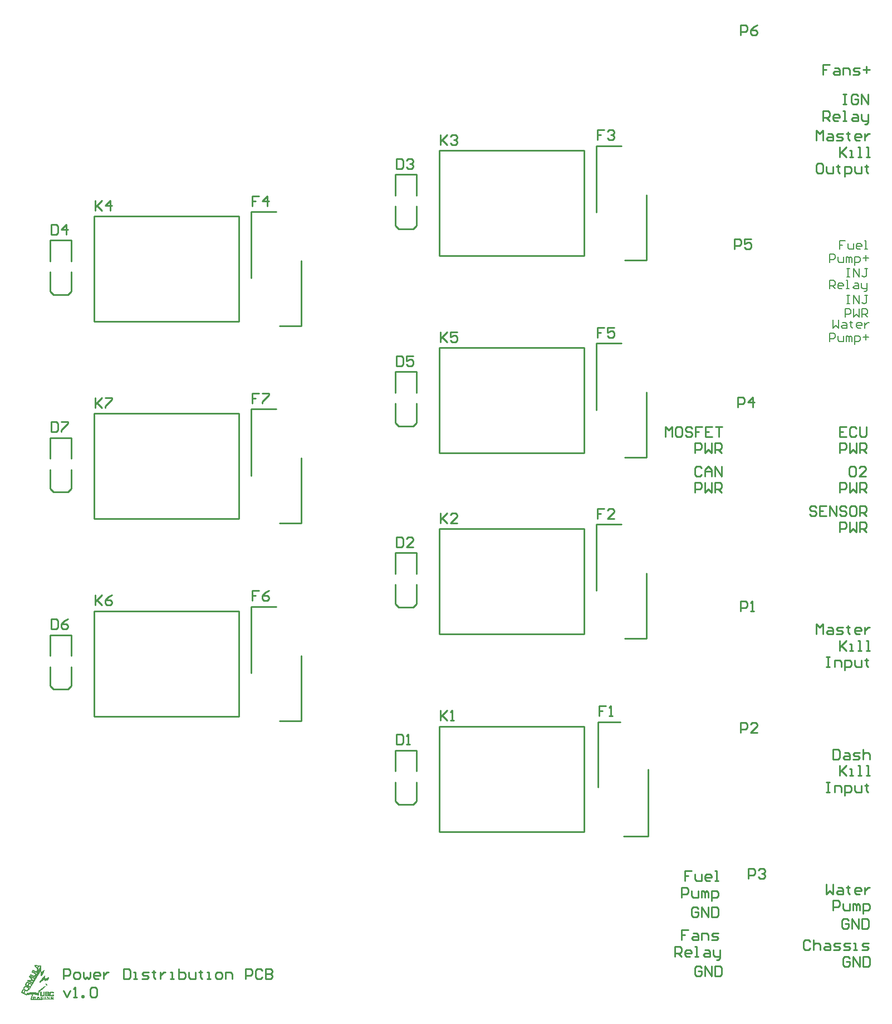
<source format=gto>
G04 Layer_Color=65535*
%FSLAX44Y44*%
%MOMM*%
G71*
G01*
G75*
%ADD55C,0.2540*%
%ADD56C,0.0051*%
%ADD57C,0.2032*%
D55*
X1593090Y497554D02*
Y596614D01*
X1669290Y423132D02*
Y524224D01*
X1631444Y423132D02*
X1669290D01*
X1593090Y596614D02*
X1626364D01*
X1666910Y723386D02*
Y822446D01*
X1590710Y795776D02*
Y896868D01*
X1628556D01*
X1633636Y723386D02*
X1666910D01*
Y1298386D02*
Y1397446D01*
X1590710Y1370776D02*
Y1471868D01*
X1628556D01*
X1633636Y1298386D02*
X1666910D01*
X1141910Y1198386D02*
Y1297446D01*
X1065710Y1270776D02*
Y1371868D01*
X1103556D01*
X1108636Y1198386D02*
X1141910D01*
X1666910Y998386D02*
Y1097446D01*
X1590710Y1070776D02*
Y1171868D01*
X1628556D01*
X1633636Y998386D02*
X1666910D01*
X1141910Y598386D02*
Y697446D01*
X1065710Y670776D02*
Y771868D01*
X1103556D01*
X1108636Y598386D02*
X1141910D01*
Y898386D02*
Y997446D01*
X1065710Y970776D02*
Y1071868D01*
X1103556D01*
X1108636Y898386D02*
X1141910D01*
X1352140Y429990D02*
X1572104D01*
Y590010D01*
X1351886D02*
X1572104D01*
X1351886Y429990D02*
Y590010D01*
X1352140Y729990D02*
X1572104D01*
Y890010D01*
X1351886D02*
X1572104D01*
X1351886Y729990D02*
Y890010D01*
X1352140Y1304990D02*
X1572104D01*
Y1465010D01*
X1351886D02*
X1572104D01*
X1351886Y1304990D02*
Y1465010D01*
X827140Y1204990D02*
X1047104D01*
Y1365010D01*
X826886D02*
X1047104D01*
X826886Y1204990D02*
Y1365010D01*
X1352140Y1004990D02*
X1572104D01*
Y1165010D01*
X1351886D02*
X1572104D01*
X1351886Y1004990D02*
Y1165010D01*
X827140Y604990D02*
X1047104D01*
Y765010D01*
X826886D02*
X1047104D01*
X826886Y604990D02*
Y765010D01*
X827140Y904990D02*
X1047104D01*
Y1065010D01*
X826886D02*
X1047104D01*
X826886Y904990D02*
Y1065010D01*
X1316650Y476030D02*
Y505240D01*
X1311570Y470950D02*
X1316650Y476030D01*
X1289980Y470950D02*
X1311570D01*
X1284900Y476030D02*
X1289980Y470950D01*
X1284900Y476030D02*
Y505240D01*
Y521750D02*
Y553500D01*
X1316650D01*
Y521750D02*
Y553500D01*
Y821750D02*
Y853500D01*
X1284900D02*
X1316650D01*
X1284900Y821750D02*
Y853500D01*
Y776030D02*
Y805240D01*
Y776030D02*
X1289980Y770950D01*
X1311570D01*
X1316650Y776030D01*
Y805240D01*
Y1351030D02*
Y1380240D01*
X1311570Y1345950D02*
X1316650Y1351030D01*
X1289980Y1345950D02*
X1311570D01*
X1284900Y1351030D02*
X1289980Y1345950D01*
X1284900Y1351030D02*
Y1380240D01*
Y1396750D02*
Y1428500D01*
X1316650D01*
Y1396750D02*
Y1428500D01*
X791650Y1296750D02*
Y1328500D01*
X759900D02*
X791650D01*
X759900Y1296750D02*
Y1328500D01*
Y1251030D02*
Y1280240D01*
Y1251030D02*
X764980Y1245950D01*
X786570D01*
X791650Y1251030D01*
Y1280240D01*
X1316650Y1051030D02*
Y1080240D01*
X1311570Y1045950D02*
X1316650Y1051030D01*
X1289980Y1045950D02*
X1311570D01*
X1284900Y1051030D02*
X1289980Y1045950D01*
X1284900Y1051030D02*
Y1080240D01*
Y1096750D02*
Y1128500D01*
X1316650D01*
Y1096750D02*
Y1128500D01*
X791650Y696750D02*
Y728500D01*
X759900D02*
X791650D01*
X759900Y696750D02*
Y728500D01*
Y651030D02*
Y680240D01*
Y651030D02*
X764980Y645950D01*
X786570D01*
X791650Y651030D01*
Y680240D01*
Y951030D02*
Y980240D01*
X786570Y945950D02*
X791650Y951030D01*
X764980Y945950D02*
X786570D01*
X759900Y951030D02*
X764980Y945950D01*
X759900Y951030D02*
Y980240D01*
Y996750D02*
Y1028500D01*
X791650D01*
Y996750D02*
Y1028500D01*
X1077137Y1095993D02*
X1066980D01*
Y1088375D01*
X1072058D01*
X1066980D01*
Y1080758D01*
X1082215Y1095993D02*
X1092372D01*
Y1093454D01*
X1082215Y1083297D01*
Y1080758D01*
X1810000Y1640000D02*
Y1655235D01*
X1817617D01*
X1820157Y1652696D01*
Y1647617D01*
X1817617Y1645078D01*
X1810000D01*
X1835392Y1655235D02*
X1830313Y1652696D01*
X1825235Y1647617D01*
Y1642539D01*
X1827774Y1640000D01*
X1832853D01*
X1835392Y1642539D01*
Y1645078D01*
X1832853Y1647617D01*
X1825235D01*
X1800000Y1315060D02*
Y1330295D01*
X1807617D01*
X1810157Y1327756D01*
Y1322677D01*
X1807617Y1320138D01*
X1800000D01*
X1825392Y1330295D02*
X1815235D01*
Y1322677D01*
X1820313Y1325217D01*
X1822853D01*
X1825392Y1322677D01*
Y1317599D01*
X1822853Y1315060D01*
X1817774D01*
X1815235Y1317599D01*
X1805000Y1075000D02*
Y1090235D01*
X1812617D01*
X1815157Y1087696D01*
Y1082617D01*
X1812617Y1080078D01*
X1805000D01*
X1827853Y1075000D02*
Y1090235D01*
X1820235Y1082617D01*
X1830392D01*
X1821180Y358140D02*
Y373375D01*
X1828797D01*
X1831337Y370836D01*
Y365757D01*
X1828797Y363218D01*
X1821180D01*
X1836415Y370836D02*
X1838954Y373375D01*
X1844033D01*
X1846572Y370836D01*
Y368297D01*
X1844033Y365757D01*
X1841493D01*
X1844033D01*
X1846572Y363218D01*
Y360679D01*
X1844033Y358140D01*
X1838954D01*
X1836415Y360679D01*
X1810000Y580000D02*
Y595235D01*
X1817617D01*
X1820157Y592696D01*
Y587617D01*
X1817617Y585078D01*
X1810000D01*
X1835392Y580000D02*
X1825235D01*
X1835392Y590157D01*
Y592696D01*
X1832853Y595235D01*
X1827774D01*
X1825235Y592696D01*
X1810000Y765000D02*
Y780235D01*
X1817617D01*
X1820157Y777696D01*
Y772617D01*
X1817617Y770078D01*
X1810000D01*
X1825235Y765000D02*
X1830313D01*
X1827774D01*
Y780235D01*
X1825235Y777696D01*
X828156Y1089135D02*
Y1073900D01*
Y1078978D01*
X838313Y1089135D01*
X830695Y1081517D01*
X838313Y1073900D01*
X843391Y1089135D02*
X853548D01*
Y1086596D01*
X843391Y1076439D01*
Y1073900D01*
X828156Y789135D02*
Y773900D01*
Y778978D01*
X838313Y789135D01*
X830695Y781517D01*
X838313Y773900D01*
X853548Y789135D02*
X848469Y786596D01*
X843391Y781517D01*
Y776439D01*
X845930Y773900D01*
X851009D01*
X853548Y776439D01*
Y778978D01*
X851009Y781517D01*
X843391D01*
X1353156Y1189135D02*
Y1173900D01*
Y1178978D01*
X1363313Y1189135D01*
X1355695Y1181518D01*
X1363313Y1173900D01*
X1378548Y1189135D02*
X1368391D01*
Y1181518D01*
X1373469Y1184057D01*
X1376009D01*
X1378548Y1181518D01*
Y1176439D01*
X1376009Y1173900D01*
X1370930D01*
X1368391Y1176439D01*
X828156Y1389135D02*
Y1373900D01*
Y1378978D01*
X838313Y1389135D01*
X830695Y1381517D01*
X838313Y1373900D01*
X851009D02*
Y1389135D01*
X843391Y1381517D01*
X853548D01*
X1353156Y1489135D02*
Y1473900D01*
Y1478978D01*
X1363313Y1489135D01*
X1355695Y1481517D01*
X1363313Y1473900D01*
X1368391Y1486596D02*
X1370930Y1489135D01*
X1376009D01*
X1378548Y1486596D01*
Y1484057D01*
X1376009Y1481517D01*
X1373469D01*
X1376009D01*
X1378548Y1478978D01*
Y1476439D01*
X1376009Y1473900D01*
X1370930D01*
X1368391Y1476439D01*
X1353156Y914135D02*
Y898900D01*
Y903978D01*
X1363313Y914135D01*
X1355695Y906517D01*
X1363313Y898900D01*
X1378548D02*
X1368391D01*
X1378548Y909057D01*
Y911596D01*
X1376009Y914135D01*
X1370930D01*
X1368391Y911596D01*
X1353156Y614135D02*
Y598900D01*
Y603978D01*
X1363313Y614135D01*
X1355695Y606517D01*
X1363313Y598900D01*
X1368391D02*
X1373469D01*
X1370930D01*
Y614135D01*
X1368391Y611596D01*
X1077137Y795993D02*
X1066980D01*
Y788375D01*
X1072058D01*
X1066980D01*
Y780758D01*
X1092372Y795993D02*
X1087293Y793454D01*
X1082215Y788375D01*
Y783297D01*
X1084754Y780758D01*
X1089833D01*
X1092372Y783297D01*
Y785836D01*
X1089833Y788375D01*
X1082215D01*
X1602137Y1195993D02*
X1591980D01*
Y1188376D01*
X1597058D01*
X1591980D01*
Y1180758D01*
X1617372Y1195993D02*
X1607215D01*
Y1188376D01*
X1612293Y1190915D01*
X1614833D01*
X1617372Y1188376D01*
Y1183297D01*
X1614833Y1180758D01*
X1609754D01*
X1607215Y1183297D01*
X1077137Y1395993D02*
X1066980D01*
Y1388376D01*
X1072058D01*
X1066980D01*
Y1380758D01*
X1089833D02*
Y1395993D01*
X1082215Y1388376D01*
X1092372D01*
X1602137Y1495993D02*
X1591980D01*
Y1488376D01*
X1597058D01*
X1591980D01*
Y1480758D01*
X1607215Y1493454D02*
X1609754Y1495993D01*
X1614833D01*
X1617372Y1493454D01*
Y1490915D01*
X1614833Y1488376D01*
X1612293D01*
X1614833D01*
X1617372Y1485836D01*
Y1483297D01*
X1614833Y1480758D01*
X1609754D01*
X1607215Y1483297D01*
X1602137Y920993D02*
X1591980D01*
Y913375D01*
X1597058D01*
X1591980D01*
Y905758D01*
X1617372D02*
X1607215D01*
X1617372Y915915D01*
Y918454D01*
X1614833Y920993D01*
X1609754D01*
X1607215Y918454D01*
X1604425Y620719D02*
X1594268D01*
Y613102D01*
X1599346D01*
X1594268D01*
Y605484D01*
X1609503D02*
X1614581D01*
X1612042D01*
Y620719D01*
X1609503Y618180D01*
X761284Y1052593D02*
Y1037358D01*
X768902D01*
X771441Y1039897D01*
Y1050054D01*
X768902Y1052593D01*
X761284D01*
X776519D02*
X786676D01*
Y1050054D01*
X776519Y1039897D01*
Y1037358D01*
X761284Y752593D02*
Y737358D01*
X768902D01*
X771441Y739897D01*
Y750054D01*
X768902Y752593D01*
X761284D01*
X786676D02*
X781597Y750054D01*
X776519Y744975D01*
Y739897D01*
X779058Y737358D01*
X784137D01*
X786676Y739897D01*
Y742436D01*
X784137Y744975D01*
X776519D01*
X1286284Y1152593D02*
Y1137358D01*
X1293902D01*
X1296441Y1139897D01*
Y1150054D01*
X1293902Y1152593D01*
X1286284D01*
X1311676D02*
X1301519D01*
Y1144975D01*
X1306597Y1147515D01*
X1309137D01*
X1311676Y1144975D01*
Y1139897D01*
X1309137Y1137358D01*
X1304058D01*
X1301519Y1139897D01*
X761284Y1352593D02*
Y1337358D01*
X768902D01*
X771441Y1339897D01*
Y1350054D01*
X768902Y1352593D01*
X761284D01*
X784137Y1337358D02*
Y1352593D01*
X776519Y1344975D01*
X786676D01*
X1286284Y1452667D02*
Y1437432D01*
X1293902D01*
X1296441Y1439971D01*
Y1450128D01*
X1293902Y1452667D01*
X1286284D01*
X1301519Y1450128D02*
X1304058Y1452667D01*
X1309137D01*
X1311676Y1450128D01*
Y1447589D01*
X1309137Y1445049D01*
X1306597D01*
X1309137D01*
X1311676Y1442510D01*
Y1439971D01*
X1309137Y1437432D01*
X1304058D01*
X1301519Y1439971D01*
X1286284Y877593D02*
Y862358D01*
X1293902D01*
X1296441Y864897D01*
Y875054D01*
X1293902Y877593D01*
X1286284D01*
X1311676Y862358D02*
X1301519D01*
X1311676Y872515D01*
Y875054D01*
X1309137Y877593D01*
X1304058D01*
X1301519Y875054D01*
X1286284Y577593D02*
Y562358D01*
X1293902D01*
X1296441Y564897D01*
Y575054D01*
X1293902Y577593D01*
X1286284D01*
X1301519Y562358D02*
X1306597D01*
X1304058D01*
Y577593D01*
X1301519Y575054D01*
X779780Y187957D02*
X784858Y177800D01*
X789937Y187957D01*
X795015Y177800D02*
X800093D01*
X797554D01*
Y193035D01*
X795015Y190496D01*
X807711Y177800D02*
Y180339D01*
X810250D01*
Y177800D01*
X807711D01*
X820407Y190496D02*
X822946Y193035D01*
X828024D01*
X830564Y190496D01*
Y180339D01*
X828024Y177800D01*
X822946D01*
X820407Y180339D01*
Y190496D01*
X779780Y205740D02*
Y220975D01*
X787398D01*
X789937Y218436D01*
Y213358D01*
X787398Y210818D01*
X779780D01*
X797554Y205740D02*
X802633D01*
X805172Y208279D01*
Y213358D01*
X802633Y215897D01*
X797554D01*
X795015Y213358D01*
Y208279D01*
X797554Y205740D01*
X810250Y215897D02*
Y208279D01*
X812789Y205740D01*
X815329Y208279D01*
X817868Y205740D01*
X820407Y208279D01*
Y215897D01*
X833103Y205740D02*
X828024D01*
X825485Y208279D01*
Y213358D01*
X828024Y215897D01*
X833103D01*
X835642Y213358D01*
Y210818D01*
X825485D01*
X840720Y215897D02*
Y205740D01*
Y210818D01*
X843260Y213358D01*
X845799Y215897D01*
X848338D01*
X871190Y220975D02*
Y205740D01*
X878808D01*
X881347Y208279D01*
Y218436D01*
X878808Y220975D01*
X871190D01*
X886425Y205740D02*
X891504D01*
X888965D01*
Y215897D01*
X886425D01*
X899121Y205740D02*
X906739D01*
X909278Y208279D01*
X906739Y210818D01*
X901661D01*
X899121Y213358D01*
X901661Y215897D01*
X909278D01*
X916896Y218436D02*
Y215897D01*
X914357D01*
X919435D01*
X916896D01*
Y208279D01*
X919435Y205740D01*
X927052Y215897D02*
Y205740D01*
Y210818D01*
X929592Y213358D01*
X932131Y215897D01*
X934670D01*
X942287Y205740D02*
X947366D01*
X944827D01*
Y215897D01*
X942287D01*
X954983Y220975D02*
Y205740D01*
X962601D01*
X965140Y208279D01*
Y210818D01*
Y213358D01*
X962601Y215897D01*
X954983D01*
X970218D02*
Y208279D01*
X972758Y205740D01*
X980375D01*
Y215897D01*
X987993Y218436D02*
Y215897D01*
X985453D01*
X990532D01*
X987993D01*
Y208279D01*
X990532Y205740D01*
X998149D02*
X1003228D01*
X1000688D01*
Y215897D01*
X998149D01*
X1013384Y205740D02*
X1018463D01*
X1021002Y208279D01*
Y213358D01*
X1018463Y215897D01*
X1013384D01*
X1010845Y213358D01*
Y208279D01*
X1013384Y205740D01*
X1026080D02*
Y215897D01*
X1033698D01*
X1036237Y213358D01*
Y205740D01*
X1056550D02*
Y220975D01*
X1064168D01*
X1066707Y218436D01*
Y213358D01*
X1064168Y210818D01*
X1056550D01*
X1081942Y218436D02*
X1079403Y220975D01*
X1074325D01*
X1071786Y218436D01*
Y208279D01*
X1074325Y205740D01*
X1079403D01*
X1081942Y208279D01*
X1087021Y220975D02*
Y205740D01*
X1094638D01*
X1097177Y208279D01*
Y210818D01*
X1094638Y213358D01*
X1087021D01*
X1094638D01*
X1097177Y215897D01*
Y218436D01*
X1094638Y220975D01*
X1087021D01*
X1945157Y1595235D02*
X1935000D01*
Y1587617D01*
X1940078D01*
X1935000D01*
Y1580000D01*
X1952774Y1590157D02*
X1957853D01*
X1960392Y1587617D01*
Y1580000D01*
X1952774D01*
X1950235Y1582539D01*
X1952774Y1585078D01*
X1960392D01*
X1965470Y1580000D02*
Y1590157D01*
X1973088D01*
X1975627Y1587617D01*
Y1580000D01*
X1980705D02*
X1988323D01*
X1990862Y1582539D01*
X1988323Y1585078D01*
X1983244D01*
X1980705Y1587617D01*
X1983244Y1590157D01*
X1990862D01*
X1995940Y1587617D02*
X2006097D01*
X2001019Y1592696D02*
Y1582539D01*
X1965000Y1550235D02*
X1970078D01*
X1967539D01*
Y1535000D01*
X1965000D01*
X1970078D01*
X1987853Y1547696D02*
X1985313Y1550235D01*
X1980235D01*
X1977696Y1547696D01*
Y1537539D01*
X1980235Y1535000D01*
X1985313D01*
X1987853Y1537539D01*
Y1542617D01*
X1982774D01*
X1992931Y1535000D02*
Y1550235D01*
X2003088Y1535000D01*
Y1550235D01*
X1925000Y1480000D02*
Y1495235D01*
X1930078Y1490157D01*
X1935157Y1495235D01*
Y1480000D01*
X1942774Y1490157D02*
X1947853D01*
X1950392Y1487617D01*
Y1480000D01*
X1942774D01*
X1940235Y1482539D01*
X1942774Y1485078D01*
X1950392D01*
X1955470Y1480000D02*
X1963088D01*
X1965627Y1482539D01*
X1963088Y1485078D01*
X1958009D01*
X1955470Y1487617D01*
X1958009Y1490157D01*
X1965627D01*
X1973244Y1492696D02*
Y1490157D01*
X1970705D01*
X1975784D01*
X1973244D01*
Y1482539D01*
X1975784Y1480000D01*
X1991019D02*
X1985940D01*
X1983401Y1482539D01*
Y1487617D01*
X1985940Y1490157D01*
X1991019D01*
X1993558Y1487617D01*
Y1485078D01*
X1983401D01*
X1998636Y1490157D02*
Y1480000D01*
Y1485078D01*
X2001175Y1487617D01*
X2003714Y1490157D01*
X2006254D01*
X1970157Y1045235D02*
X1960000D01*
Y1030000D01*
X1970157D01*
X1960000Y1037617D02*
X1965078D01*
X1985392Y1042696D02*
X1982853Y1045235D01*
X1977774D01*
X1975235Y1042696D01*
Y1032539D01*
X1977774Y1030000D01*
X1982853D01*
X1985392Y1032539D01*
X1990470Y1045235D02*
Y1032539D01*
X1993009Y1030000D01*
X1998088D01*
X2000627Y1032539D01*
Y1045235D01*
X1982617Y985235D02*
X1977539D01*
X1975000Y982696D01*
Y972539D01*
X1977539Y970000D01*
X1982617D01*
X1985157Y972539D01*
Y982696D01*
X1982617Y985235D01*
X2000392Y970000D02*
X1990235D01*
X2000392Y980157D01*
Y982696D01*
X1997853Y985235D01*
X1992774D01*
X1990235Y982696D01*
X1925157Y922696D02*
X1922617Y925235D01*
X1917539D01*
X1915000Y922696D01*
Y920157D01*
X1917539Y917617D01*
X1922617D01*
X1925157Y915078D01*
Y912539D01*
X1922617Y910000D01*
X1917539D01*
X1915000Y912539D01*
X1940392Y925235D02*
X1930235D01*
Y910000D01*
X1940392D01*
X1930235Y917617D02*
X1935313D01*
X1945470Y910000D02*
Y925235D01*
X1955627Y910000D01*
Y925235D01*
X1970862Y922696D02*
X1968323Y925235D01*
X1963244D01*
X1960705Y922696D01*
Y920157D01*
X1963244Y917617D01*
X1968323D01*
X1970862Y915078D01*
Y912539D01*
X1968323Y910000D01*
X1963244D01*
X1960705Y912539D01*
X1983558Y925235D02*
X1978479D01*
X1975940Y922696D01*
Y912539D01*
X1978479Y910000D01*
X1983558D01*
X1986097Y912539D01*
Y922696D01*
X1983558Y925235D01*
X1991175Y910000D02*
Y925235D01*
X1998793D01*
X2001332Y922696D01*
Y917617D01*
X1998793Y915078D01*
X1991175D01*
X1996254D02*
X2001332Y910000D01*
X1915157Y262696D02*
X1912617Y265235D01*
X1907539D01*
X1905000Y262696D01*
Y252539D01*
X1907539Y250000D01*
X1912617D01*
X1915157Y252539D01*
X1920235Y265235D02*
Y250000D01*
Y257617D01*
X1922774Y260157D01*
X1927853D01*
X1930392Y257617D01*
Y250000D01*
X1938009Y260157D02*
X1943088D01*
X1945627Y257617D01*
Y250000D01*
X1938009D01*
X1935470Y252539D01*
X1938009Y255078D01*
X1945627D01*
X1950705Y250000D02*
X1958323D01*
X1960862Y252539D01*
X1958323Y255078D01*
X1953244D01*
X1950705Y257617D01*
X1953244Y260157D01*
X1960862D01*
X1965940Y250000D02*
X1973558D01*
X1976097Y252539D01*
X1973558Y255078D01*
X1968479D01*
X1965940Y257617D01*
X1968479Y260157D01*
X1976097D01*
X1981175Y250000D02*
X1986254D01*
X1983714D01*
Y260157D01*
X1981175D01*
X1993871Y250000D02*
X2001489D01*
X2004028Y252539D01*
X2001489Y255078D01*
X1996410D01*
X1993871Y257617D01*
X1996410Y260157D01*
X2004028D01*
X1960000Y530235D02*
Y515000D01*
Y520078D01*
X1970157Y530235D01*
X1962539Y522617D01*
X1970157Y515000D01*
X1975235D02*
X1980313D01*
X1977774D01*
Y525157D01*
X1975235D01*
X1987931Y515000D02*
X1993009D01*
X1990470D01*
Y530235D01*
X1987931D01*
X2000627Y515000D02*
X2005705D01*
X2003166D01*
Y530235D01*
X2000627D01*
X1960000Y720235D02*
Y705000D01*
Y710078D01*
X1970157Y720235D01*
X1962539Y712617D01*
X1970157Y705000D01*
X1975235D02*
X1980313D01*
X1977774D01*
Y715157D01*
X1975235D01*
X1987931Y705000D02*
X1993009D01*
X1990470D01*
Y720235D01*
X1987931D01*
X2000627Y705000D02*
X2005705D01*
X2003166D01*
Y720235D01*
X2000627D01*
X1960000Y1470235D02*
Y1455000D01*
Y1460078D01*
X1970157Y1470235D01*
X1962539Y1462617D01*
X1970157Y1455000D01*
X1975235D02*
X1980313D01*
X1977774D01*
Y1465157D01*
X1975235D01*
X1987931Y1455000D02*
X1993009D01*
X1990470D01*
Y1470235D01*
X1987931D01*
X2000627Y1455000D02*
X2005705D01*
X2003166D01*
Y1470235D01*
X2000627D01*
X1935000Y1510000D02*
Y1525235D01*
X1942617D01*
X1945157Y1522696D01*
Y1517617D01*
X1942617Y1515078D01*
X1935000D01*
X1940078D02*
X1945157Y1510000D01*
X1957853D02*
X1952774D01*
X1950235Y1512539D01*
Y1517617D01*
X1952774Y1520157D01*
X1957853D01*
X1960392Y1517617D01*
Y1515078D01*
X1950235D01*
X1965470Y1510000D02*
X1970549D01*
X1968009D01*
Y1525235D01*
X1965470D01*
X1980705Y1520157D02*
X1985784D01*
X1988323Y1517617D01*
Y1510000D01*
X1980705D01*
X1978166Y1512539D01*
X1980705Y1515078D01*
X1988323D01*
X1993401Y1520157D02*
Y1512539D01*
X1995940Y1510000D01*
X2003558D01*
Y1507461D01*
X2001019Y1504922D01*
X1998479D01*
X2003558Y1510000D02*
Y1520157D01*
X1695000Y1030000D02*
Y1045235D01*
X1700078Y1040157D01*
X1705157Y1045235D01*
Y1030000D01*
X1717853Y1045235D02*
X1712774D01*
X1710235Y1042696D01*
Y1032539D01*
X1712774Y1030000D01*
X1717853D01*
X1720392Y1032539D01*
Y1042696D01*
X1717853Y1045235D01*
X1735627Y1042696D02*
X1733088Y1045235D01*
X1728009D01*
X1725470Y1042696D01*
Y1040157D01*
X1728009Y1037617D01*
X1733088D01*
X1735627Y1035078D01*
Y1032539D01*
X1733088Y1030000D01*
X1728009D01*
X1725470Y1032539D01*
X1750862Y1045235D02*
X1740705D01*
Y1037617D01*
X1745784D01*
X1740705D01*
Y1030000D01*
X1766097Y1045235D02*
X1755940D01*
Y1030000D01*
X1766097D01*
X1755940Y1037617D02*
X1761019D01*
X1771175Y1045235D02*
X1781332D01*
X1776254D01*
Y1030000D01*
X1740000Y1005000D02*
Y1020235D01*
X1747617D01*
X1750157Y1017696D01*
Y1012617D01*
X1747617Y1010078D01*
X1740000D01*
X1755235Y1020235D02*
Y1005000D01*
X1760313Y1010078D01*
X1765392Y1005000D01*
Y1020235D01*
X1770470Y1005000D02*
Y1020235D01*
X1778088D01*
X1780627Y1017696D01*
Y1012617D01*
X1778088Y1010078D01*
X1770470D01*
X1775549D02*
X1780627Y1005000D01*
X1750157Y982696D02*
X1747617Y985235D01*
X1742539D01*
X1740000Y982696D01*
Y972539D01*
X1742539Y970000D01*
X1747617D01*
X1750157Y972539D01*
X1755235Y970000D02*
Y980157D01*
X1760313Y985235D01*
X1765392Y980157D01*
Y970000D01*
Y977617D01*
X1755235D01*
X1770470Y970000D02*
Y985235D01*
X1780627Y970000D01*
Y985235D01*
X1740000Y945000D02*
Y960235D01*
X1747617D01*
X1750157Y957696D01*
Y952617D01*
X1747617Y950078D01*
X1740000D01*
X1755235Y960235D02*
Y945000D01*
X1760313Y950078D01*
X1765392Y945000D01*
Y960235D01*
X1770470Y945000D02*
Y960235D01*
X1778088D01*
X1780627Y957696D01*
Y952617D01*
X1778088Y950078D01*
X1770470D01*
X1775549D02*
X1780627Y945000D01*
X1960000Y1005000D02*
Y1020235D01*
X1967617D01*
X1970157Y1017696D01*
Y1012617D01*
X1967617Y1010078D01*
X1960000D01*
X1975235Y1020235D02*
Y1005000D01*
X1980313Y1010078D01*
X1985392Y1005000D01*
Y1020235D01*
X1990470Y1005000D02*
Y1020235D01*
X1998088D01*
X2000627Y1017696D01*
Y1012617D01*
X1998088Y1010078D01*
X1990470D01*
X1995549D02*
X2000627Y1005000D01*
X1960000Y945000D02*
Y960235D01*
X1967617D01*
X1970157Y957696D01*
Y952617D01*
X1967617Y950078D01*
X1960000D01*
X1975235Y960235D02*
Y945000D01*
X1980313Y950078D01*
X1985392Y945000D01*
Y960235D01*
X1990470Y945000D02*
Y960235D01*
X1998088D01*
X2000627Y957696D01*
Y952617D01*
X1998088Y950078D01*
X1990470D01*
X1995549D02*
X2000627Y945000D01*
X1960000Y885000D02*
Y900235D01*
X1967617D01*
X1970157Y897696D01*
Y892617D01*
X1967617Y890078D01*
X1960000D01*
X1975235Y900235D02*
Y885000D01*
X1980313Y890078D01*
X1985392Y885000D01*
Y900235D01*
X1990470Y885000D02*
Y900235D01*
X1998088D01*
X2000627Y897696D01*
Y892617D01*
X1998088Y890078D01*
X1990470D01*
X1995549D02*
X2000627Y885000D01*
X1932617Y1445235D02*
X1927539D01*
X1925000Y1442696D01*
Y1432539D01*
X1927539Y1430000D01*
X1932617D01*
X1935157Y1432539D01*
Y1442696D01*
X1932617Y1445235D01*
X1940235Y1440157D02*
Y1432539D01*
X1942774Y1430000D01*
X1950392D01*
Y1440157D01*
X1958009Y1442696D02*
Y1440157D01*
X1955470D01*
X1960549D01*
X1958009D01*
Y1432539D01*
X1960549Y1430000D01*
X1968166Y1424922D02*
Y1440157D01*
X1975784D01*
X1978323Y1437617D01*
Y1432539D01*
X1975784Y1430000D01*
X1968166D01*
X1983401Y1440157D02*
Y1432539D01*
X1985940Y1430000D01*
X1993558D01*
Y1440157D01*
X2001175Y1442696D02*
Y1440157D01*
X1998636D01*
X2003714D01*
X2001175D01*
Y1432539D01*
X2003714Y1430000D01*
X1940000Y505235D02*
X1945078D01*
X1942539D01*
Y490000D01*
X1940000D01*
X1945078D01*
X1952696D02*
Y500157D01*
X1960313D01*
X1962853Y497617D01*
Y490000D01*
X1967931Y484922D02*
Y500157D01*
X1975549D01*
X1978088Y497617D01*
Y492539D01*
X1975549Y490000D01*
X1967931D01*
X1983166Y500157D02*
Y492539D01*
X1985705Y490000D01*
X1993323D01*
Y500157D01*
X2000940Y502696D02*
Y500157D01*
X1998401D01*
X2003479D01*
X2000940D01*
Y492539D01*
X2003479Y490000D01*
X1950000Y555235D02*
Y540000D01*
X1957617D01*
X1960157Y542539D01*
Y552696D01*
X1957617Y555235D01*
X1950000D01*
X1967774Y550157D02*
X1972853D01*
X1975392Y547617D01*
Y540000D01*
X1967774D01*
X1965235Y542539D01*
X1967774Y545078D01*
X1975392D01*
X1980470Y540000D02*
X1988088D01*
X1990627Y542539D01*
X1988088Y545078D01*
X1983009D01*
X1980470Y547617D01*
X1983009Y550157D01*
X1990627D01*
X1995705Y555235D02*
Y540000D01*
Y547617D01*
X1998244Y550157D01*
X2003323D01*
X2005862Y547617D01*
Y540000D01*
X1925000Y730000D02*
Y745235D01*
X1930078Y740157D01*
X1935157Y745235D01*
Y730000D01*
X1942774Y740157D02*
X1947853D01*
X1950392Y737617D01*
Y730000D01*
X1942774D01*
X1940235Y732539D01*
X1942774Y735078D01*
X1950392D01*
X1955470Y730000D02*
X1963088D01*
X1965627Y732539D01*
X1963088Y735078D01*
X1958009D01*
X1955470Y737617D01*
X1958009Y740157D01*
X1965627D01*
X1973244Y742696D02*
Y740157D01*
X1970705D01*
X1975784D01*
X1973244D01*
Y732539D01*
X1975784Y730000D01*
X1991019D02*
X1985940D01*
X1983401Y732539D01*
Y737617D01*
X1985940Y740157D01*
X1991019D01*
X1993558Y737617D01*
Y735078D01*
X1983401D01*
X1998636Y740157D02*
Y730000D01*
Y735078D01*
X2001175Y737617D01*
X2003714Y740157D01*
X2006254D01*
X1940000Y695235D02*
X1945078D01*
X1942539D01*
Y680000D01*
X1940000D01*
X1945078D01*
X1952696D02*
Y690157D01*
X1960313D01*
X1962853Y687617D01*
Y680000D01*
X1967931Y674922D02*
Y690157D01*
X1975549D01*
X1978088Y687617D01*
Y682539D01*
X1975549Y680000D01*
X1967931D01*
X1983166Y690157D02*
Y682539D01*
X1985705Y680000D01*
X1993323D01*
Y690157D01*
X2000940Y692696D02*
Y690157D01*
X1998401D01*
X2003479D01*
X2000940D01*
Y682539D01*
X2003479Y680000D01*
X1975157Y237696D02*
X1972617Y240235D01*
X1967539D01*
X1965000Y237696D01*
Y227539D01*
X1967539Y225000D01*
X1972617D01*
X1975157Y227539D01*
Y232617D01*
X1970078D01*
X1980235Y225000D02*
Y240235D01*
X1990392Y225000D01*
Y240235D01*
X1995470D02*
Y225000D01*
X2003088D01*
X2005627Y227539D01*
Y237696D01*
X2003088Y240235D01*
X1995470D01*
X1940000Y350235D02*
Y335000D01*
X1945078Y340078D01*
X1950157Y335000D01*
Y350235D01*
X1957774Y345157D02*
X1962853D01*
X1965392Y342617D01*
Y335000D01*
X1957774D01*
X1955235Y337539D01*
X1957774Y340078D01*
X1965392D01*
X1973009Y347696D02*
Y345157D01*
X1970470D01*
X1975549D01*
X1973009D01*
Y337539D01*
X1975549Y335000D01*
X1990784D02*
X1985705D01*
X1983166Y337539D01*
Y342617D01*
X1985705Y345157D01*
X1990784D01*
X1993323Y342617D01*
Y340078D01*
X1983166D01*
X1998401Y345157D02*
Y335000D01*
Y340078D01*
X2000940Y342617D01*
X2003479Y345157D01*
X2006019D01*
X1950000Y310000D02*
Y325235D01*
X1957617D01*
X1960157Y322696D01*
Y317617D01*
X1957617Y315078D01*
X1950000D01*
X1965235Y320157D02*
Y312539D01*
X1967774Y310000D01*
X1975392D01*
Y320157D01*
X1980470Y310000D02*
Y320157D01*
X1983009D01*
X1985549Y317617D01*
Y310000D01*
Y317617D01*
X1988088Y320157D01*
X1990627Y317617D01*
Y310000D01*
X1995705Y304922D02*
Y320157D01*
X2003323D01*
X2005862Y317617D01*
Y312539D01*
X2003323Y310000D01*
X1995705D01*
X1973577Y294636D02*
X1971037Y297175D01*
X1965959D01*
X1963420Y294636D01*
Y284479D01*
X1965959Y281940D01*
X1971037D01*
X1973577Y284479D01*
Y289557D01*
X1968498D01*
X1978655Y281940D02*
Y297175D01*
X1988812Y281940D01*
Y297175D01*
X1993890D02*
Y281940D01*
X2001508D01*
X2004047Y284479D01*
Y294636D01*
X2001508Y297175D01*
X1993890D01*
X1735157Y370235D02*
X1725000D01*
Y362618D01*
X1730078D01*
X1725000D01*
Y355000D01*
X1740235Y365157D02*
Y357539D01*
X1742774Y355000D01*
X1750392D01*
Y365157D01*
X1763088Y355000D02*
X1758009D01*
X1755470Y357539D01*
Y362618D01*
X1758009Y365157D01*
X1763088D01*
X1765627Y362618D01*
Y360078D01*
X1755470D01*
X1770705Y355000D02*
X1775784D01*
X1773244D01*
Y370235D01*
X1770705D01*
X1720000Y330000D02*
Y345235D01*
X1727617D01*
X1730157Y342696D01*
Y337618D01*
X1727617Y335078D01*
X1720000D01*
X1735235Y340157D02*
Y332539D01*
X1737774Y330000D01*
X1745392D01*
Y340157D01*
X1750470Y330000D02*
Y340157D01*
X1753009D01*
X1755549Y337618D01*
Y330000D01*
Y337618D01*
X1758088Y340157D01*
X1760627Y337618D01*
Y330000D01*
X1765705Y324922D02*
Y340157D01*
X1773323D01*
X1775862Y337618D01*
Y332539D01*
X1773323Y330000D01*
X1765705D01*
X1745157Y312696D02*
X1742617Y315235D01*
X1737539D01*
X1735000Y312696D01*
Y302539D01*
X1737539Y300000D01*
X1742617D01*
X1745157Y302539D01*
Y307617D01*
X1740078D01*
X1750235Y300000D02*
Y315235D01*
X1760392Y300000D01*
Y315235D01*
X1765470D02*
Y300000D01*
X1773088D01*
X1775627Y302539D01*
Y312696D01*
X1773088Y315235D01*
X1765470D01*
X1730157Y280235D02*
X1720000D01*
Y272617D01*
X1725078D01*
X1720000D01*
Y265000D01*
X1737774Y275157D02*
X1742853D01*
X1745392Y272617D01*
Y265000D01*
X1737774D01*
X1735235Y267539D01*
X1737774Y270078D01*
X1745392D01*
X1750470Y265000D02*
Y275157D01*
X1758088D01*
X1760627Y272617D01*
Y265000D01*
X1765705D02*
X1773323D01*
X1775862Y267539D01*
X1773323Y270078D01*
X1768244D01*
X1765705Y272617D01*
X1768244Y275157D01*
X1775862D01*
X1710000Y240000D02*
Y255235D01*
X1717617D01*
X1720157Y252696D01*
Y247617D01*
X1717617Y245078D01*
X1710000D01*
X1715078D02*
X1720157Y240000D01*
X1732853D02*
X1727774D01*
X1725235Y242539D01*
Y247617D01*
X1727774Y250157D01*
X1732853D01*
X1735392Y247617D01*
Y245078D01*
X1725235D01*
X1740470Y240000D02*
X1745549D01*
X1743009D01*
Y255235D01*
X1740470D01*
X1755705Y250157D02*
X1760784D01*
X1763323Y247617D01*
Y240000D01*
X1755705D01*
X1753166Y242539D01*
X1755705Y245078D01*
X1763323D01*
X1768401Y250157D02*
Y242539D01*
X1770940Y240000D01*
X1778558D01*
Y237461D01*
X1776019Y234922D01*
X1773479D01*
X1778558Y240000D02*
Y250157D01*
X1750157Y222696D02*
X1747617Y225235D01*
X1742539D01*
X1740000Y222696D01*
Y212539D01*
X1742539Y210000D01*
X1747617D01*
X1750157Y212539D01*
Y217617D01*
X1745078D01*
X1755235Y210000D02*
Y225235D01*
X1765392Y210000D01*
Y225235D01*
X1770470D02*
Y210000D01*
X1778088D01*
X1780627Y212539D01*
Y222696D01*
X1778088Y225235D01*
X1770470D01*
D56*
X736549Y227025D02*
X736651D01*
X736498Y226974D02*
X737311D01*
X736498Y226924D02*
X737921D01*
X736448Y226873D02*
X738530D01*
X736448Y226822D02*
X739242D01*
X736397Y226771D02*
X739800D01*
X736397Y226720D02*
X740461D01*
X736346Y226670D02*
X741121D01*
X736346Y226619D02*
X741731D01*
X736295Y226568D02*
X742340D01*
X736295Y226517D02*
X743001D01*
X736244Y226466D02*
X743610D01*
X736244Y226416D02*
X744169D01*
X736194Y226365D02*
X744169D01*
X736194Y226314D02*
X744118D01*
X736143Y226263D02*
X744118D01*
X736143Y226212D02*
X744068D01*
X736092Y226162D02*
X736905D01*
X737413D02*
X744068D01*
X745185D02*
X745236D01*
X736092Y226111D02*
X736956D01*
X737972D02*
X744017D01*
X745134D02*
X745236D01*
X736041Y226060D02*
X737006D01*
X738530D02*
X744017D01*
X745134D02*
X745236D01*
X736041Y226009D02*
X737057D01*
X739089D02*
X743966D01*
X745084D02*
X745236D01*
X735990Y225958D02*
X737108D01*
X739648D02*
X743966D01*
X745084D02*
X745236D01*
X736041Y225908D02*
X737159D01*
X740258D02*
X743915D01*
X745033D02*
X745236D01*
X736092Y225857D02*
X737210D01*
X740766D02*
X743915D01*
X745033D02*
X745236D01*
X736143Y225806D02*
X737260D01*
X741375D02*
X743864D01*
X744982D02*
X745236D01*
X736143Y225755D02*
X737260D01*
X741477D02*
X743864D01*
X744982D02*
X745287D01*
X736194Y225704D02*
X737311D01*
X741477D02*
X742137D01*
X742645D02*
X743814D01*
X744931D02*
X745236D01*
X736244Y225654D02*
X737362D01*
X741426D02*
X742137D01*
X743255D02*
X743814D01*
X744931D02*
X745236D01*
X736295Y225603D02*
X737413D01*
X741426D02*
X742086D01*
X744880D02*
X745287D01*
X736346Y225552D02*
X737464D01*
X741375D02*
X742086D01*
X744880D02*
X745287D01*
X736397Y225501D02*
X737514D01*
X741375D02*
X742036D01*
X744830D02*
X745287D01*
X736448Y225450D02*
X737565D01*
X741324D02*
X742036D01*
X744830D02*
X745287D01*
X736498Y225400D02*
X737616D01*
X741324D02*
X741985D01*
X744779D02*
X745287D01*
X736549Y225349D02*
X737667D01*
X741274D02*
X741985D01*
X744779D02*
X745287D01*
X736600Y225298D02*
X737718D01*
X741274D02*
X741934D01*
X744728D02*
X745287D01*
X736600Y225247D02*
X737768D01*
X741223D02*
X741934D01*
X744728D02*
X745287D01*
X736651Y225196D02*
X737768D01*
X741223D02*
X741883D01*
X744677D02*
X745287D01*
X736702Y225146D02*
X737819D01*
X741172D02*
X741883D01*
X744677D02*
X745287D01*
X736752Y225095D02*
X737870D01*
X741172D02*
X741832D01*
X744626D02*
X745287D01*
X736803Y225044D02*
X737921D01*
X741121D02*
X741832D01*
X744626D02*
X745287D01*
X736854Y224993D02*
X737972D01*
X741121D02*
X741782D01*
X744576D02*
X745287D01*
X736905Y224942D02*
X738022D01*
X741070D02*
X741782D01*
X744576D02*
X745287D01*
X736956Y224892D02*
X738073D01*
X741070D02*
X741731D01*
X744525D02*
X745287D01*
X737006Y224841D02*
X738124D01*
X741020D02*
X741731D01*
X744525D02*
X745287D01*
X737006Y224790D02*
X738175D01*
X741020D02*
X741680D01*
X744474D02*
X745287D01*
X737057Y224739D02*
X738226D01*
X740969D02*
X741680D01*
X744474D02*
X745338D01*
X737108Y224688D02*
X738276D01*
X740969D02*
X741629D01*
X744423D02*
X745338D01*
X737159Y224638D02*
X738276D01*
X740918D02*
X741629D01*
X744423D02*
X745338D01*
X737210Y224587D02*
X738327D01*
X740918D02*
X741578D01*
X744372D02*
X745338D01*
X737260Y224536D02*
X738378D01*
X740867D02*
X741578D01*
X744372D02*
X745338D01*
X737311Y224485D02*
X738429D01*
X740867D02*
X741528D01*
X744322D02*
X745338D01*
X737362Y224434D02*
X738480D01*
X740816D02*
X741528D01*
X744322D02*
X745338D01*
X737413Y224384D02*
X738530D01*
X740816D02*
X741477D01*
X744271D02*
X745338D01*
X737464Y224333D02*
X738581D01*
X740766D02*
X741477D01*
X744271D02*
X745338D01*
X737464Y224282D02*
X738632D01*
X740766D02*
X741426D01*
X744220D02*
X745338D01*
X737514Y224231D02*
X738683D01*
X740715D02*
X741426D01*
X744220D02*
X745338D01*
X737565Y224180D02*
X738734D01*
X740715D02*
X741375D01*
X744169D02*
X745338D01*
X737616Y224130D02*
X738784D01*
X740664D02*
X741375D01*
X744169D02*
X745338D01*
X737667Y224079D02*
X738784D01*
X740664D02*
X741324D01*
X744118D02*
X745338D01*
X737718Y224028D02*
X738835D01*
X740613D02*
X741324D01*
X744118D02*
X745338D01*
X737768Y223977D02*
X738886D01*
X740613D02*
X741274D01*
X744068D02*
X745338D01*
X737819Y223926D02*
X738937D01*
X740562D02*
X741274D01*
X744068D02*
X745338D01*
X737870Y223876D02*
X738988D01*
X740562D02*
X741223D01*
X744017D02*
X745338D01*
X737921Y223825D02*
X739038D01*
X740512D02*
X741223D01*
X744017D02*
X745338D01*
X737921Y223774D02*
X739089D01*
X740512D02*
X741172D01*
X743966D02*
X745338D01*
X737972Y223723D02*
X739140D01*
X740461D02*
X741172D01*
X743966D02*
X745388D01*
X738022Y223672D02*
X739191D01*
X740461D02*
X741121D01*
X743915D02*
X745388D01*
X738073Y223622D02*
X739242D01*
X740410D02*
X741121D01*
X743915D02*
X745388D01*
X738124Y223571D02*
X739292D01*
X740410D02*
X741070D01*
X743864D02*
X745388D01*
X738175Y223520D02*
X739292D01*
X740359D02*
X741070D01*
X743864D02*
X745388D01*
X738226Y223469D02*
X739343D01*
X740359D02*
X741020D01*
X743814D02*
X745388D01*
X738276Y223418D02*
X739394D01*
X740308D02*
X741020D01*
X743814D02*
X745388D01*
X738327Y223368D02*
X739445D01*
X740308D02*
X740969D01*
X743763D02*
X745388D01*
X738378Y223317D02*
X739496D01*
X740258D02*
X740969D01*
X743763D02*
X745388D01*
X738378Y223266D02*
X739546D01*
X740258D02*
X740918D01*
X743712D02*
X745388D01*
X738429Y223215D02*
X739597D01*
X740207D02*
X740918D01*
X743712D02*
X745388D01*
X738480Y223164D02*
X739648D01*
X740207D02*
X740867D01*
X743661D02*
X745388D01*
X738530Y223114D02*
X739699D01*
X740156D02*
X740867D01*
X743661D02*
X745388D01*
X738581Y223063D02*
X739750D01*
X740156D02*
X740816D01*
X743610D02*
X745388D01*
X738632Y223012D02*
X739800D01*
X740105D02*
X740816D01*
X743610D02*
X745388D01*
X738683Y222961D02*
X739800D01*
X740105D02*
X740766D01*
X743560D02*
X745388D01*
X738734Y222910D02*
X739851D01*
X740054D02*
X740766D01*
X743560D02*
X745388D01*
X738784Y222860D02*
X739902D01*
X740054D02*
X740715D01*
X743509D02*
X745388D01*
X738784Y222809D02*
X739953D01*
X740004D02*
X740715D01*
X743509D02*
X745388D01*
X738835Y222758D02*
X740664D01*
X743458D02*
X745388D01*
X738886Y222707D02*
X740664D01*
X743458D02*
X745439D01*
X738937Y222656D02*
X740613D01*
X743407D02*
X745439D01*
X738988Y222606D02*
X740613D01*
X743407D02*
X745439D01*
X739038Y222555D02*
X740562D01*
X743356D02*
X745439D01*
X739089Y222504D02*
X740562D01*
X743356D02*
X745439D01*
X739140Y222453D02*
X740512D01*
X743306D02*
X745439D01*
X739191Y222402D02*
X740512D01*
X743306D02*
X745439D01*
X739242Y222352D02*
X740461D01*
X743255D02*
X745439D01*
X739242Y222301D02*
X740461D01*
X743255D02*
X745439D01*
X739292Y222250D02*
X740461D01*
X743204D02*
X745439D01*
X739343Y222199D02*
X740512D01*
X743204D02*
X745439D01*
X739394Y222148D02*
X740562D01*
X743153D02*
X745439D01*
X739445Y222098D02*
X740613D01*
X743153D02*
X745439D01*
X739496Y222047D02*
X740613D01*
X743102D02*
X745439D01*
X739546Y221996D02*
X740664D01*
X743102D02*
X745490D01*
X739597Y221945D02*
X740715D01*
X743052D02*
X745490D01*
X739648Y221894D02*
X740766D01*
X743052D02*
X745490D01*
X739699Y221844D02*
X740816D01*
X743001D02*
X745490D01*
X739699Y221793D02*
X740867D01*
X743001D02*
X745490D01*
X739750Y221742D02*
X740918D01*
X742950D02*
X745490D01*
X739800Y221691D02*
X740969D01*
X742950D02*
X745490D01*
X739851Y221640D02*
X741020D01*
X742899D02*
X745490D01*
X739902Y221590D02*
X741070D01*
X742899D02*
X745490D01*
X739953Y221539D02*
X741121D01*
X742848D02*
X745490D01*
X740004Y221488D02*
X741121D01*
X742848D02*
X745490D01*
X740054Y221437D02*
X741172D01*
X742798D02*
X745490D01*
X740105Y221386D02*
X741223D01*
X742798D02*
X745490D01*
X740156Y221336D02*
X741274D01*
X742747D02*
X745490D01*
X740156Y221285D02*
X741324D01*
X742747D02*
X745490D01*
X740207Y221234D02*
X741375D01*
X742696D02*
X745490D01*
X740258Y221183D02*
X741426D01*
X742696D02*
X745490D01*
X740308Y221132D02*
X741477D01*
X742645D02*
X745490D01*
X740359Y221082D02*
X741528D01*
X742645D02*
X745541D01*
X740410Y221031D02*
X741477D01*
X742594D02*
X745541D01*
X740461Y220980D02*
X741477D01*
X742594D02*
X745541D01*
X740512Y220929D02*
X741426D01*
X742544D02*
X745541D01*
X740562Y220878D02*
X741426D01*
X742544D02*
X745541D01*
X740562Y220828D02*
X741375D01*
X742493D02*
X745541D01*
X740613Y220777D02*
X741375D01*
X742493D02*
X745541D01*
X740664Y220726D02*
X741324D01*
X742442D02*
X745541D01*
X740715Y220675D02*
X741324D01*
X742442D02*
X745541D01*
X740766Y220624D02*
X741274D01*
X742391D02*
X745541D01*
X740816Y220574D02*
X741274D01*
X742391D02*
X745541D01*
X740867Y220523D02*
X741223D01*
X742340D02*
X745541D01*
X740359Y220472D02*
X740461D01*
X740918D02*
X741223D01*
X742340D02*
X745541D01*
X740359Y220421D02*
X740562D01*
X740969D02*
X741172D01*
X742290D02*
X745541D01*
X740308Y220370D02*
X740664D01*
X741020D02*
X741172D01*
X742290D02*
X745541D01*
X740308Y220320D02*
X740766D01*
X741020D02*
X741121D01*
X742239D02*
X745541D01*
X740258Y220269D02*
X740867D01*
X741070D02*
X741121D01*
X742239D02*
X745541D01*
X740258Y220218D02*
X740969D01*
X742188D02*
X745541D01*
X740207Y220167D02*
X741070D01*
X742188D02*
X745592D01*
X740207Y220116D02*
X741020D01*
X742137D02*
X745592D01*
X740156Y220066D02*
X741020D01*
X742137D02*
X745592D01*
X740156Y220015D02*
X740969D01*
X742086D02*
X745592D01*
X740105Y219964D02*
X740969D01*
X742086D02*
X745592D01*
X740105Y219913D02*
X740918D01*
X742036D02*
X745592D01*
X740054Y219862D02*
X740918D01*
X742036D02*
X745592D01*
X740054Y219812D02*
X740867D01*
X741985D02*
X745592D01*
X732892Y219761D02*
X733044D01*
X740004D02*
X740867D01*
X741985D02*
X745592D01*
X732892Y219710D02*
X733146D01*
X740004D02*
X740816D01*
X741934D02*
X745592D01*
X732841Y219659D02*
X733247D01*
X739953D02*
X740816D01*
X741934D02*
X745592D01*
X732841Y219608D02*
X733349D01*
X739953D02*
X740766D01*
X741883D02*
X745592D01*
X732790Y219558D02*
X733450D01*
X739902D02*
X740766D01*
X741883D02*
X745592D01*
X732790Y219507D02*
X733552D01*
X739902D02*
X740715D01*
X741832D02*
X745592D01*
X732739Y219456D02*
X733654D01*
X739851D02*
X740715D01*
X741832D02*
X745592D01*
X732739Y219405D02*
X733755D01*
X739851D02*
X740664D01*
X741782D02*
X745592D01*
X732688Y219354D02*
X733857D01*
X739800D02*
X740664D01*
X741782D02*
X745592D01*
X750316D02*
X750418D01*
X732688Y219304D02*
X733958D01*
X739800D02*
X740613D01*
X741731D02*
X745592D01*
X750265D02*
X750418D01*
X732638Y219253D02*
X734060D01*
X739750D02*
X740613D01*
X741731D02*
X745642D01*
X750214D02*
X750367D01*
X732638Y219202D02*
X734162D01*
X739750D02*
X740562D01*
X741680D02*
X745642D01*
X750113D02*
X750367D01*
X732587Y219151D02*
X734263D01*
X739699D02*
X740562D01*
X741680D02*
X745642D01*
X750062D02*
X750367D01*
X732587Y219100D02*
X734365D01*
X739699D02*
X740512D01*
X741629D02*
X745642D01*
X749960D02*
X750316D01*
X732536Y219050D02*
X734466D01*
X739648D02*
X740512D01*
X741629D02*
X745642D01*
X749910D02*
X750316D01*
X732638Y218999D02*
X734568D01*
X739648D02*
X740461D01*
X741578D02*
X744982D01*
X745084D02*
X745642D01*
X749808D02*
X750265D01*
X732739Y218948D02*
X734670D01*
X739597D02*
X740461D01*
X741578D02*
X744931D01*
X745185D02*
X745642D01*
X749757D02*
X750265D01*
X732841Y218897D02*
X734771D01*
X739597D02*
X740410D01*
X741528D02*
X744880D01*
X745185D02*
X745642D01*
X749706D02*
X750214D01*
X732942Y218846D02*
X734873D01*
X739546D02*
X740410D01*
X741528D02*
X744880D01*
X745134D02*
X745642D01*
X749605D02*
X750214D01*
X733044Y218796D02*
X734974D01*
X739546D02*
X740359D01*
X741477D02*
X744830D01*
X745134D02*
X745642D01*
X749554D02*
X750164D01*
X733146Y218745D02*
X735076D01*
X739496D02*
X740359D01*
X741477D02*
X744830D01*
X745084D02*
X745642D01*
X749503D02*
X750164D01*
X733247Y218694D02*
X735178D01*
X739496D02*
X740308D01*
X741426D02*
X744779D01*
X745084D02*
X745642D01*
X749402D02*
X750164D01*
X733349Y218643D02*
X735279D01*
X739445D02*
X740308D01*
X741426D02*
X744728D01*
X745084D02*
X745642D01*
X749351D02*
X750113D01*
X733450Y218592D02*
X735381D01*
X739445D02*
X740258D01*
X741375D02*
X744728D01*
X745084D02*
X745642D01*
X749249D02*
X750113D01*
X733552Y218542D02*
X735482D01*
X739394D02*
X740258D01*
X741375D02*
X744677D01*
X745084D02*
X745642D01*
X749198D02*
X750062D01*
X733654Y218491D02*
X735584D01*
X739394D02*
X740207D01*
X741324D02*
X744626D01*
X745084D02*
X745642D01*
X749097D02*
X750062D01*
X733755Y218440D02*
X735686D01*
X739343D02*
X740207D01*
X741324D02*
X744626D01*
X745084D02*
X745642D01*
X749046D02*
X750011D01*
X733857Y218389D02*
X735787D01*
X739343D02*
X740156D01*
X741274D02*
X744576D01*
X745084D02*
X745693D01*
X748944D02*
X750011D01*
X733958Y218338D02*
X735889D01*
X739292D02*
X740156D01*
X741274D02*
X744576D01*
X745084D02*
X745693D01*
X748894D02*
X749960D01*
X734060Y218288D02*
X735990D01*
X739292D02*
X740105D01*
X741223D02*
X744525D01*
X745084D02*
X745693D01*
X748792D02*
X749960D01*
X734162Y218237D02*
X736092D01*
X739242D02*
X740105D01*
X741223D02*
X744474D01*
X745084D02*
X745693D01*
X748792D02*
X749960D01*
X734263Y218186D02*
X736194D01*
X739242D02*
X740054D01*
X741172D02*
X744474D01*
X745084D02*
X745693D01*
X748640D02*
X749910D01*
X734365Y218135D02*
X736295D01*
X739191D02*
X740054D01*
X741172D02*
X744423D01*
X745084D02*
X745693D01*
X748640D02*
X749910D01*
X734466Y218084D02*
X736397D01*
X739191D02*
X740004D01*
X741121D02*
X744423D01*
X745084D02*
X745693D01*
X748538D02*
X749859D01*
X734568Y218034D02*
X736498D01*
X739140D02*
X740004D01*
X741121D02*
X744372D01*
X745134D02*
X745693D01*
X748487D02*
X749859D01*
X734670Y217983D02*
X736600D01*
X739140D02*
X739953D01*
X741070D02*
X744322D01*
X745134D02*
X745693D01*
X748386D02*
X749808D01*
X734771Y217932D02*
X736702D01*
X739089D02*
X739953D01*
X741070D02*
X744322D01*
X745134D02*
X745693D01*
X748335D02*
X749808D01*
X734873Y217881D02*
X736803D01*
X739089D02*
X739902D01*
X741020D02*
X744271D01*
X745134D02*
X745693D01*
X748233D02*
X749808D01*
X734974Y217830D02*
X736905D01*
X739038D02*
X739902D01*
X741020D02*
X744220D01*
X745134D02*
X745693D01*
X748182D02*
X749757D01*
X735076Y217780D02*
X737006D01*
X739038D02*
X739851D01*
X740969D02*
X744220D01*
X745134D02*
X745693D01*
X748081D02*
X749757D01*
X731876Y217729D02*
X731926D01*
X735178D02*
X737108D01*
X738988D02*
X739851D01*
X740969D02*
X744169D01*
X745134D02*
X745693D01*
X748030D02*
X749706D01*
X731876Y217678D02*
X732028D01*
X735279D02*
X737210D01*
X738988D02*
X739800D01*
X740918D02*
X744169D01*
X745134D02*
X745693D01*
X747928D02*
X749706D01*
X731825Y217627D02*
X732130D01*
X735381D02*
X737311D01*
X738937D02*
X739800D01*
X740918D02*
X744118D01*
X745134D02*
X745693D01*
X747878D02*
X749656D01*
X731825Y217576D02*
X732231D01*
X735482D02*
X737413D01*
X738937D02*
X739750D01*
X740867D02*
X744068D01*
X745134D02*
X745693D01*
X747776D02*
X749656D01*
X731774Y217526D02*
X732333D01*
X735584D02*
X737514D01*
X738886D02*
X739750D01*
X740867D02*
X744068D01*
X745134D02*
X745693D01*
X747725D02*
X749656D01*
X731774Y217475D02*
X732434D01*
X735686D02*
X737616D01*
X738886D02*
X739699D01*
X740816D02*
X744017D01*
X745134D02*
X745693D01*
X747624D02*
X749605D01*
X731723Y217424D02*
X732536D01*
X735787D02*
X737718D01*
X738835D02*
X739699D01*
X740816D02*
X744017D01*
X745134D02*
X745744D01*
X747573D02*
X749554D01*
X731723Y217373D02*
X732638D01*
X735889D02*
X737819D01*
X738835D02*
X739648D01*
X740766D02*
X743966D01*
X745134D02*
X745744D01*
X747471D02*
X749554D01*
X731672Y217322D02*
X732739D01*
X735990D02*
X737921D01*
X738784D02*
X739648D01*
X740766D02*
X743915D01*
X745134D02*
X745744D01*
X747420D02*
X749503D01*
X731672Y217272D02*
X732841D01*
X736092D02*
X738022D01*
X738784D02*
X739597D01*
X740715D02*
X743915D01*
X745185D02*
X745744D01*
X747319D02*
X749503D01*
X731622Y217221D02*
X732942D01*
X736194D02*
X738124D01*
X738734D02*
X739597D01*
X740715D02*
X743864D01*
X745185D02*
X745744D01*
X747268D02*
X749503D01*
X731622Y217170D02*
X733044D01*
X736295D02*
X738226D01*
X738734D02*
X739546D01*
X740715D02*
X743814D01*
X745185D02*
X745744D01*
X747166D02*
X749452D01*
X731571Y217119D02*
X733146D01*
X736397D02*
X738327D01*
X738683D02*
X739546D01*
X740664D02*
X743814D01*
X745185D02*
X745744D01*
X747116D02*
X749452D01*
X731571Y217068D02*
X733247D01*
X736498D02*
X738429D01*
X738683D02*
X739496D01*
X740613D02*
X743763D01*
X745185D02*
X745744D01*
X747065D02*
X749452D01*
X731520Y217018D02*
X733349D01*
X736600D02*
X738530D01*
X738632D02*
X739496D01*
X740613D02*
X743763D01*
X745185D02*
X745744D01*
X746963D02*
X749402D01*
X731520Y216967D02*
X733450D01*
X736702D02*
X739445D01*
X740562D02*
X743712D01*
X745185D02*
X745795D01*
X746862D02*
X749402D01*
X731622Y216916D02*
X733552D01*
X736803D02*
X739445D01*
X740562D02*
X743661D01*
X745185D02*
X745795D01*
X746811D02*
X749351D01*
X731723Y216865D02*
X733654D01*
X736905D02*
X739394D01*
X740512D02*
X743661D01*
X745185D02*
X745795D01*
X746709D02*
X749351D01*
X731825Y216814D02*
X733755D01*
X737006D02*
X739394D01*
X740512D02*
X743610D01*
X745185D02*
X745795D01*
X746608D02*
X749300D01*
X731926Y216764D02*
X733857D01*
X737108D02*
X739343D01*
X740461D02*
X743610D01*
X745185D02*
X745846D01*
X746506D02*
X749300D01*
X732028Y216713D02*
X733958D01*
X737210D02*
X739343D01*
X740461D02*
X743560D01*
X745185D02*
X745846D01*
X746404D02*
X749249D01*
X732130Y216662D02*
X734060D01*
X737311D02*
X739292D01*
X740410D02*
X743509D01*
X745185D02*
X745896D01*
X746303D02*
X749249D01*
X732231Y216611D02*
X734162D01*
X737413D02*
X739292D01*
X740410D02*
X743509D01*
X745185D02*
X749249D01*
X732333Y216560D02*
X734263D01*
X737514D02*
X739242D01*
X740359D02*
X743458D01*
X745236D02*
X749198D01*
X732434Y216510D02*
X734365D01*
X737616D02*
X739242D01*
X740359D02*
X743458D01*
X745236D02*
X749198D01*
X732536Y216459D02*
X734466D01*
X737718D02*
X739191D01*
X740308D02*
X743407D01*
X745236D02*
X749148D01*
X732638Y216408D02*
X734568D01*
X737819D02*
X739191D01*
X740308D02*
X743356D01*
X745236D02*
X749148D01*
X732739Y216357D02*
X734670D01*
X737921D02*
X739140D01*
X740258D02*
X743356D01*
X745236D02*
X749097D01*
X732841Y216306D02*
X734771D01*
X738022D02*
X739140D01*
X740258D02*
X743306D01*
X745236D02*
X749097D01*
X732942Y216256D02*
X734873D01*
X738124D02*
X739089D01*
X740207D02*
X743255D01*
X745236D02*
X749046D01*
X733044Y216205D02*
X734974D01*
X738226D02*
X739089D01*
X740207D02*
X743255D01*
X745236D02*
X749046D01*
X733146Y216154D02*
X735076D01*
X738327D02*
X739038D01*
X740156D02*
X743204D01*
X745236D02*
X749046D01*
X733247Y216103D02*
X735178D01*
X738429D02*
X739038D01*
X740156D02*
X743204D01*
X745236D02*
X748995D01*
X733349Y216052D02*
X735279D01*
X738530D02*
X738988D01*
X740105D02*
X743153D01*
X745236D02*
X748995D01*
X733450Y216002D02*
X735381D01*
X738632D02*
X738988D01*
X740105D02*
X743102D01*
X745236D02*
X748944D01*
X733552Y215951D02*
X735482D01*
X738734D02*
X738937D01*
X740054D02*
X743102D01*
X745236D02*
X748944D01*
X733654Y215900D02*
X735584D01*
X738835D02*
X738937D01*
X740054D02*
X743052D01*
X745236D02*
X748944D01*
X733755Y215849D02*
X735686D01*
X740004D02*
X743052D01*
X745236D02*
X748894D01*
X733857Y215798D02*
X735787D01*
X740004D02*
X743001D01*
X745287D02*
X748894D01*
X733958Y215748D02*
X735889D01*
X739953D02*
X742950D01*
X745287D02*
X748843D01*
X734060Y215697D02*
X735990D01*
X739953D02*
X742950D01*
X745287D02*
X748843D01*
X734162Y215646D02*
X736092D01*
X739902D02*
X742899D01*
X745287D02*
X748792D01*
X734263Y215595D02*
X736194D01*
X739902D02*
X742848D01*
X745287D02*
X748792D01*
X734365Y215544D02*
X736295D01*
X739851D02*
X742848D01*
X745287D02*
X748792D01*
X734466Y215494D02*
X736397D01*
X739851D02*
X742798D01*
X745287D02*
X748741D01*
X734568Y215443D02*
X736498D01*
X739851D02*
X742798D01*
X745287D02*
X748741D01*
X734670Y215392D02*
X736600D01*
X739800D02*
X742747D01*
X745287D02*
X748690D01*
X734771Y215341D02*
X736651D01*
X739750D02*
X742696D01*
X745287D02*
X748690D01*
X734873Y215290D02*
X736752D01*
X739750D02*
X742696D01*
X745287D02*
X748640D01*
X734974Y215240D02*
X736854D01*
X739699D02*
X742645D01*
X745287D02*
X748640D01*
X735076Y215189D02*
X736905D01*
X739699D02*
X742645D01*
X745287D02*
X748589D01*
X735178Y215138D02*
X737006D01*
X739648D02*
X742594D01*
X745287D02*
X748589D01*
X735279Y215087D02*
X737057D01*
X739648D02*
X742544D01*
X745338D02*
X748538D01*
X735381Y215036D02*
X737108D01*
X739597D02*
X742544D01*
X745338D02*
X748538D01*
X735482Y214986D02*
X737159D01*
X739597D02*
X742493D01*
X745338D02*
X748538D01*
X735584Y214935D02*
X737210D01*
X739546D02*
X742442D01*
X745338D02*
X748487D01*
X735686Y214884D02*
X737311D01*
X739546D02*
X742442D01*
X745338D02*
X748487D01*
X735787Y214833D02*
X737362D01*
X739496D02*
X742391D01*
X745338D02*
X748436D01*
X735889Y214782D02*
X737362D01*
X739496D02*
X742391D01*
X745338D02*
X748436D01*
X735990Y214732D02*
X737413D01*
X739445D02*
X742340D01*
X745338D02*
X748386D01*
X736092Y214681D02*
X737464D01*
X739445D02*
X742290D01*
X745338D02*
X748386D01*
X736143Y214630D02*
X737514D01*
X739394D02*
X742290D01*
X745338D02*
X748386D01*
X736244Y214579D02*
X737514D01*
X739394D02*
X742239D01*
X745338D02*
X748335D01*
X736346Y214528D02*
X737565D01*
X739343D02*
X742239D01*
X745338D02*
X748335D01*
X736397Y214478D02*
X737565D01*
X739343D02*
X742188D01*
X745338D02*
X748284D01*
X736498Y214427D02*
X737616D01*
X739292D02*
X742137D01*
X745338D02*
X748284D01*
X736549Y214376D02*
X737616D01*
X739292D02*
X742137D01*
X745388D02*
X748233D01*
X736600Y214325D02*
X737667D01*
X739242D02*
X742086D01*
X745388D02*
X748233D01*
X736651Y214274D02*
X737667D01*
X739242D02*
X742086D01*
X745388D02*
X748233D01*
X736702Y214224D02*
X737667D01*
X739191D02*
X742036D01*
X745388D02*
X748182D01*
X736752Y214173D02*
X737667D01*
X739191D02*
X741985D01*
X745388D02*
X748182D01*
X736803Y214122D02*
X737667D01*
X739140D02*
X741985D01*
X745388D02*
X748132D01*
X736854Y214071D02*
X737718D01*
X739140D02*
X741934D01*
X745388D02*
X748132D01*
X736854Y214020D02*
X737718D01*
X739089D02*
X741883D01*
X745388D02*
X748081D01*
X736905Y213970D02*
X737718D01*
X739089D02*
X741883D01*
X745388D02*
X748081D01*
X736905Y213919D02*
X737718D01*
X739038D02*
X741832D01*
X745388D02*
X748030D01*
X736956Y213868D02*
X737667D01*
X739038D02*
X741832D01*
X745388D02*
X748030D01*
X736956Y213817D02*
X737667D01*
X738988D02*
X741782D01*
X745388D02*
X748030D01*
X736956Y213766D02*
X737667D01*
X738988D02*
X741731D01*
X745388D02*
X747979D01*
X736956Y213716D02*
X737667D01*
X738937D02*
X741731D01*
X745439D02*
X747979D01*
X736956Y213665D02*
X737667D01*
X738937D02*
X741680D01*
X745439D02*
X747928D01*
X736905Y213614D02*
X737667D01*
X738886D02*
X741680D01*
X745439D02*
X747928D01*
X736905Y213563D02*
X737667D01*
X738886D02*
X741629D01*
X745439D02*
X747928D01*
X736905Y213512D02*
X737616D01*
X738835D02*
X741578D01*
X745439D02*
X747878D01*
X736905Y213462D02*
X737616D01*
X738835D02*
X741578D01*
X745439D02*
X747878D01*
X736905Y213411D02*
X737616D01*
X738784D02*
X741528D01*
X745439D02*
X747827D01*
X736854Y213360D02*
X737616D01*
X738784D02*
X741477D01*
X745439D02*
X747827D01*
X736854Y213309D02*
X737565D01*
X738734D02*
X741477D01*
X745439D02*
X747776D01*
X736854Y213258D02*
X737565D01*
X738734D02*
X741426D01*
X745439D02*
X747776D01*
X736803Y213208D02*
X737565D01*
X738683D02*
X741426D01*
X745439D02*
X747725D01*
X736803Y213157D02*
X737514D01*
X738683D02*
X741375D01*
X745439D02*
X747725D01*
X736803Y213106D02*
X737514D01*
X738632D02*
X741324D01*
X745439D02*
X747725D01*
X729539Y213055D02*
X729590D01*
X736752D02*
X737514D01*
X738632D02*
X741324D01*
X745439D02*
X747674D01*
X729539Y213004D02*
X729691D01*
X736752D02*
X737464D01*
X738581D02*
X741274D01*
X745439D02*
X747674D01*
X729488Y212954D02*
X729793D01*
X736752D02*
X737464D01*
X738581D02*
X741274D01*
X745490D02*
X747624D01*
X729488Y212903D02*
X729894D01*
X736702D02*
X737464D01*
X738530D02*
X741223D01*
X745490D02*
X747624D01*
X729437Y212852D02*
X729996D01*
X736702D02*
X737413D01*
X738530D02*
X741172D01*
X745490D02*
X747573D01*
X729437Y212801D02*
X730098D01*
X736651D02*
X737413D01*
X738480D02*
X741172D01*
X745490D02*
X747573D01*
X729386Y212750D02*
X730199D01*
X736651D02*
X737413D01*
X738480D02*
X741121D01*
X745490D02*
X747522D01*
X729386Y212700D02*
X730301D01*
X736651D02*
X737362D01*
X738429D02*
X741070D01*
X745490D02*
X747522D01*
X729336Y212649D02*
X730402D01*
X736600D02*
X737362D01*
X738429D02*
X741070D01*
X745490D02*
X747522D01*
X729336Y212598D02*
X730504D01*
X736600D02*
X737311D01*
X738378D02*
X741020D01*
X745490D02*
X747471D01*
X729285Y212547D02*
X730606D01*
X736549D02*
X737311D01*
X738378D02*
X741020D01*
X745490D02*
X747471D01*
X729285Y212496D02*
X730707D01*
X736549D02*
X737260D01*
X738327D02*
X740969D01*
X745490D02*
X747420D01*
X729234Y212446D02*
X730809D01*
X736498D02*
X737260D01*
X738327D02*
X740918D01*
X745490D02*
X747420D01*
X729234Y212395D02*
X730910D01*
X736498D02*
X737260D01*
X738276D02*
X740918D01*
X745490D02*
X747420D01*
X729183Y212344D02*
X731012D01*
X736448D02*
X737210D01*
X738276D02*
X740867D01*
X745490D02*
X747370D01*
X729183Y212293D02*
X731114D01*
X736448D02*
X737210D01*
X738226D02*
X740867D01*
X745490D02*
X747319D01*
X729285Y212242D02*
X731215D01*
X736397D02*
X737159D01*
X738226D02*
X740816D01*
X745490D02*
X747319D01*
X729386Y212192D02*
X731317D01*
X736397D02*
X737159D01*
X738175D02*
X740766D01*
X745541D02*
X747268D01*
X729488Y212141D02*
X731418D01*
X736346D02*
X737108D01*
X738175D02*
X740766D01*
X745541D02*
X747268D01*
X729590Y212090D02*
X731520D01*
X736346D02*
X737108D01*
X738124D02*
X740715D01*
X745541D02*
X747268D01*
X729691Y212039D02*
X731622D01*
X736295D02*
X737057D01*
X738124D02*
X740715D01*
X745541D02*
X747217D01*
X729793Y211988D02*
X731723D01*
X736295D02*
X737057D01*
X738073D02*
X740664D01*
X745541D02*
X747217D01*
X729894Y211938D02*
X731825D01*
X736244D02*
X737006D01*
X738073D02*
X740613D01*
X745541D02*
X747166D01*
X729996Y211887D02*
X731926D01*
X736244D02*
X737006D01*
X738022D02*
X740613D01*
X745541D02*
X747014D01*
X730098Y211836D02*
X732028D01*
X736194D02*
X736956D01*
X738022D02*
X740562D01*
X745541D02*
X746963D01*
X730199Y211785D02*
X732130D01*
X736194D02*
X736956D01*
X737972D02*
X740512D01*
X745541D02*
X746862D01*
X730301Y211734D02*
X732231D01*
X736143D02*
X736905D01*
X737972D02*
X740512D01*
X745541D02*
X746760D01*
X730402Y211684D02*
X732333D01*
X736143D02*
X736905D01*
X737921D02*
X740461D01*
X745592D02*
X746658D01*
X730504Y211633D02*
X732434D01*
X736092D02*
X736854D01*
X737921D02*
X740461D01*
X745592D02*
X746557D01*
X730606Y211582D02*
X732536D01*
X736092D02*
X736854D01*
X737870D02*
X740410D01*
X745592D02*
X746455D01*
X730707Y211531D02*
X732638D01*
X736041D02*
X736803D01*
X737870D02*
X740359D01*
X745642D02*
X746354D01*
X730809Y211480D02*
X732739D01*
X736041D02*
X736803D01*
X737870D02*
X740359D01*
X745642D02*
X746201D01*
X730910Y211430D02*
X732841D01*
X735990D02*
X736752D01*
X737819D02*
X740308D01*
X745693D02*
X746100D01*
X731012Y211379D02*
X732942D01*
X735940D02*
X736752D01*
X737768D02*
X740308D01*
X731114Y211328D02*
X733044D01*
X735940D02*
X736702D01*
X737768D02*
X740258D01*
X731215Y211277D02*
X733146D01*
X735889D02*
X736702D01*
X737718D02*
X740207D01*
X731317Y211226D02*
X733247D01*
X735889D02*
X736651D01*
X737718D02*
X740207D01*
X731418Y211176D02*
X733349D01*
X735838D02*
X736651D01*
X737667D02*
X740156D01*
X731520Y211125D02*
X733450D01*
X735787D02*
X736600D01*
X737667D02*
X740105D01*
X731622Y211074D02*
X733603D01*
X735787D02*
X736549D01*
X737616D02*
X740105D01*
X731723Y211023D02*
X733654D01*
X735736D02*
X736549D01*
X737616D02*
X740054D01*
X728523Y210972D02*
X728574D01*
X731825D02*
X733755D01*
X735686D02*
X736498D01*
X737565D02*
X740054D01*
X728472Y210922D02*
X728675D01*
X731926D02*
X733857D01*
X735635D02*
X736498D01*
X737565D02*
X740004D01*
X728472Y210871D02*
X728777D01*
X732028D02*
X733958D01*
X735635D02*
X736448D01*
X737514D02*
X739953D01*
X728421Y210820D02*
X728878D01*
X732130D02*
X734060D01*
X735584D02*
X736397D01*
X737514D02*
X739953D01*
X728421Y210769D02*
X728980D01*
X732231D02*
X734212D01*
X735533D02*
X736397D01*
X737464D02*
X739902D01*
X728370Y210718D02*
X729082D01*
X732333D02*
X734314D01*
X735482D02*
X736346D01*
X737464D02*
X739902D01*
X751281D02*
X751332D01*
X728370Y210668D02*
X729183D01*
X732434D02*
X734416D01*
X735432D02*
X736295D01*
X737413D02*
X739851D01*
X751230D02*
X751332D01*
X728320Y210617D02*
X729285D01*
X732536D02*
X734568D01*
X735330D02*
X736295D01*
X737413D02*
X739800D01*
X751180D02*
X751332D01*
X728320Y210566D02*
X729386D01*
X732638D02*
X734771D01*
X735228D02*
X736244D01*
X737362D02*
X739800D01*
X751180D02*
X751332D01*
X728269Y210515D02*
X729488D01*
X732739D02*
X736194D01*
X737362D02*
X739750D01*
X751129D02*
X751332D01*
X728269Y210464D02*
X729590D01*
X732841D02*
X736143D01*
X737311D02*
X739699D01*
X751078D02*
X751332D01*
X728218Y210414D02*
X729691D01*
X732942D02*
X736143D01*
X737311D02*
X739699D01*
X751027D02*
X751332D01*
X728218Y210363D02*
X729793D01*
X733044D02*
X736092D01*
X737260D02*
X739648D01*
X750976D02*
X751332D01*
X728167Y210312D02*
X729894D01*
X733146D02*
X736041D01*
X737260D02*
X739648D01*
X750926D02*
X751332D01*
X728167Y210261D02*
X729996D01*
X733247D02*
X735990D01*
X737210D02*
X739597D01*
X750875D02*
X751332D01*
X728116Y210210D02*
X730098D01*
X733349D02*
X735940D01*
X737210D02*
X739546D01*
X750824D02*
X751332D01*
X728116Y210160D02*
X730199D01*
X733450D02*
X735889D01*
X737210D02*
X739546D01*
X750773D02*
X751332D01*
X728066Y210109D02*
X730301D01*
X733552D02*
X735838D01*
X737159D02*
X739496D01*
X750722D02*
X751332D01*
X728066Y210058D02*
X730402D01*
X733654D02*
X735787D01*
X737108D02*
X739496D01*
X750672D02*
X751332D01*
X728015Y210007D02*
X730504D01*
X733755D02*
X735736D01*
X737108D02*
X739445D01*
X750621D02*
X751332D01*
X728015Y209956D02*
X730606D01*
X733857D02*
X735686D01*
X737057D02*
X739394D01*
X750570D02*
X751332D01*
X727964Y209906D02*
X728675D01*
X728777D02*
X730707D01*
X733958D02*
X735635D01*
X737057D02*
X739394D01*
X750570D02*
X751332D01*
X727964Y209855D02*
X728726D01*
X728878D02*
X730809D01*
X734111D02*
X735533D01*
X737057D02*
X739343D01*
X750519D02*
X751332D01*
X727913Y209804D02*
X728777D01*
X728980D02*
X730910D01*
X734212D02*
X735482D01*
X737006D02*
X739343D01*
X750468D02*
X751332D01*
X727913Y209753D02*
X728828D01*
X729082D02*
X731012D01*
X734365D02*
X735330D01*
X736956D02*
X739292D01*
X750418D02*
X751332D01*
X727862Y209702D02*
X728878D01*
X729183D02*
X731114D01*
X734619D02*
X735178D01*
X736956D02*
X739242D01*
X750367D02*
X751332D01*
X727862Y209652D02*
X728878D01*
X729285D02*
X731215D01*
X736905D02*
X739242D01*
X750316D02*
X751332D01*
X727862Y209601D02*
X728929D01*
X729386D02*
X731317D01*
X736905D02*
X739191D01*
X750265D02*
X751332D01*
X727913Y209550D02*
X728980D01*
X729488D02*
X731418D01*
X736854D02*
X739140D01*
X750214D02*
X751332D01*
X727964Y209499D02*
X729031D01*
X729590D02*
X731520D01*
X736854D02*
X739140D01*
X750164D02*
X751332D01*
X727964Y209448D02*
X729082D01*
X729691D02*
X731622D01*
X736854D02*
X739089D01*
X750113D02*
X751332D01*
X728015Y209398D02*
X729132D01*
X729793D02*
X731723D01*
X736803D02*
X739089D01*
X750113D02*
X751332D01*
X728066Y209347D02*
X729132D01*
X729894D02*
X731825D01*
X736752D02*
X739038D01*
X750062D02*
X751332D01*
X728116Y209296D02*
X729183D01*
X729996D02*
X731926D01*
X736752D02*
X738988D01*
X750011D02*
X751332D01*
X728167Y209245D02*
X729234D01*
X730098D02*
X732028D01*
X736702D02*
X738988D01*
X749960D02*
X751332D01*
X728218Y209194D02*
X729285D01*
X730199D02*
X732130D01*
X736702D02*
X738937D01*
X749910D02*
X751332D01*
X728218Y209144D02*
X729336D01*
X730301D02*
X732231D01*
X736702D02*
X738937D01*
X749859D02*
X751332D01*
X728269Y209093D02*
X729386D01*
X730402D02*
X732333D01*
X736651D02*
X738886D01*
X749808D02*
X751332D01*
X728320Y209042D02*
X729386D01*
X730504D02*
X732434D01*
X736600D02*
X738835D01*
X749757D02*
X751332D01*
X728370Y208991D02*
X729437D01*
X730606D02*
X732536D01*
X736600D02*
X738835D01*
X749706D02*
X751332D01*
X728421Y208940D02*
X729488D01*
X730707D02*
X732638D01*
X736549D02*
X738784D01*
X749656D02*
X751332D01*
X728472Y208890D02*
X729539D01*
X730809D02*
X732739D01*
X736549D02*
X738784D01*
X749656D02*
X751332D01*
X728472Y208839D02*
X729590D01*
X730910D02*
X732841D01*
X736498D02*
X738734D01*
X749605D02*
X751332D01*
X728523Y208788D02*
X729640D01*
X731012D02*
X732942D01*
X736498D02*
X738683D01*
X749554D02*
X751332D01*
X728574Y208737D02*
X729640D01*
X731114D02*
X733044D01*
X736498D02*
X738683D01*
X749503D02*
X751332D01*
X728624Y208686D02*
X729691D01*
X731215D02*
X733146D01*
X736448D02*
X738632D01*
X749452D02*
X751332D01*
X728675Y208636D02*
X729742D01*
X731317D02*
X733247D01*
X736397D02*
X738581D01*
X749402D02*
X751332D01*
X728675Y208585D02*
X729793D01*
X731418D02*
X733349D01*
X736397D02*
X738581D01*
X749351D02*
X751332D01*
X728726Y208534D02*
X729844D01*
X731520D02*
X733450D01*
X736346D02*
X738530D01*
X749300D02*
X751332D01*
X728777Y208483D02*
X729844D01*
X731622D02*
X733552D01*
X736346D02*
X738530D01*
X749249D02*
X751332D01*
X728828Y208432D02*
X729894D01*
X731723D02*
X733654D01*
X736346D02*
X738480D01*
X749198D02*
X751332D01*
X728878Y208382D02*
X729945D01*
X731825D02*
X733755D01*
X736295D02*
X738429D01*
X749148D02*
X751332D01*
X757225D02*
X757377D01*
X728929Y208331D02*
X729996D01*
X731926D02*
X733857D01*
X736244D02*
X738429D01*
X749097D02*
X751332D01*
X757072D02*
X757326D01*
X728980Y208280D02*
X730047D01*
X732028D02*
X733958D01*
X736244D02*
X738378D01*
X749097D02*
X751332D01*
X757022D02*
X757326D01*
X728980Y208229D02*
X730098D01*
X732130D02*
X734060D01*
X736194D02*
X738327D01*
X749046D02*
X751332D01*
X756869D02*
X757276D01*
X729031Y208178D02*
X730098D01*
X732231D02*
X734162D01*
X736194D02*
X738327D01*
X748995D02*
X751332D01*
X756768D02*
X757276D01*
X729082Y208128D02*
X730148D01*
X732333D02*
X734263D01*
X736194D02*
X738276D01*
X748944D02*
X751332D01*
X756564D02*
X757225D01*
X729132Y208077D02*
X730199D01*
X732434D02*
X734365D01*
X736143D02*
X738276D01*
X748894D02*
X751332D01*
X756463D02*
X757174D01*
X729183Y208026D02*
X730250D01*
X732536D02*
X734466D01*
X736143D02*
X738226D01*
X748843D02*
X751332D01*
X756310D02*
X757174D01*
X729183Y207975D02*
X730301D01*
X732638D02*
X734568D01*
X736092D02*
X738175D01*
X748792D02*
X751332D01*
X756260D02*
X757174D01*
X729234Y207924D02*
X730352D01*
X732739D02*
X734670D01*
X736041D02*
X738175D01*
X748741D02*
X751383D01*
X756056D02*
X757123D01*
X729285Y207874D02*
X730352D01*
X732841D02*
X734771D01*
X736041D02*
X738124D01*
X748690D02*
X751383D01*
X755955D02*
X757123D01*
X729336Y207823D02*
X730402D01*
X732942D02*
X734873D01*
X735990D02*
X738124D01*
X748690D02*
X751383D01*
X755802D02*
X757072D01*
X729386Y207772D02*
X730453D01*
X733044D02*
X734873D01*
X735990D02*
X738073D01*
X748640D02*
X751383D01*
X755701D02*
X757072D01*
X729437Y207721D02*
X730504D01*
X733146D02*
X734822D01*
X735990D02*
X738022D01*
X748538D02*
X751383D01*
X755498D02*
X757022D01*
X729437Y207670D02*
X730555D01*
X733247D02*
X734822D01*
X735940D02*
X738022D01*
X748538D02*
X751383D01*
X755396D02*
X757022D01*
X729488Y207620D02*
X730606D01*
X733349D02*
X734771D01*
X735889D02*
X737972D01*
X748487D02*
X751434D01*
X755193D02*
X756971D01*
X729539Y207569D02*
X730606D01*
X733450D02*
X734771D01*
X735889D02*
X737972D01*
X748436D02*
X751434D01*
X755142D02*
X756971D01*
X729590Y207518D02*
X730656D01*
X733552D02*
X734720D01*
X735838D02*
X737921D01*
X748386D02*
X751434D01*
X754990D02*
X756971D01*
X729640Y207467D02*
X730707D01*
X733654D02*
X734720D01*
X735838D02*
X737870D01*
X748335D02*
X751484D01*
X754888D02*
X756920D01*
X729691Y207416D02*
X730758D01*
X733755D02*
X734670D01*
X735838D02*
X737870D01*
X748284D02*
X751484D01*
X754685D02*
X756869D01*
X729691Y207366D02*
X730809D01*
X733857D02*
X734670D01*
X735787D02*
X737819D01*
X748233D02*
X751484D01*
X754583D02*
X756869D01*
X729742Y207315D02*
X730809D01*
X733958D02*
X734619D01*
X735787D02*
X737768D01*
X748182D02*
X751535D01*
X754380D02*
X756818D01*
X729793Y207264D02*
X730860D01*
X734060D02*
X734619D01*
X735736D02*
X737768D01*
X748132D02*
X751586D01*
X754278D02*
X756818D01*
X729844Y207213D02*
X730910D01*
X734162D02*
X734568D01*
X735736D02*
X737718D01*
X748081D02*
X751586D01*
X754024D02*
X756818D01*
X729894Y207162D02*
X730961D01*
X734263D02*
X734568D01*
X735686D02*
X737718D01*
X748081D02*
X751637D01*
X753923D02*
X756768D01*
X729945Y207112D02*
X731012D01*
X734365D02*
X734517D01*
X735635D02*
X737667D01*
X747979D02*
X751688D01*
X753720D02*
X756768D01*
X729945Y207061D02*
X731063D01*
X734466D02*
X734517D01*
X735635D02*
X737616D01*
X747979D02*
X751738D01*
X753618D02*
X756717D01*
X729996Y207010D02*
X731063D01*
X735584D02*
X737616D01*
X747928D02*
X751789D01*
X753313D02*
X756666D01*
X730047Y206959D02*
X731114D01*
X735584D02*
X737565D01*
X747878D02*
X751891D01*
X753161D02*
X756666D01*
X730098Y206908D02*
X731164D01*
X735584D02*
X737565D01*
X747827D02*
X751992D01*
X752907D02*
X756615D01*
X730148Y206858D02*
X731215D01*
X735533D02*
X737514D01*
X747776D02*
X750773D01*
X750824D02*
X752297D01*
X752551D02*
X756615D01*
X730199Y206807D02*
X731266D01*
X735482D02*
X737464D01*
X747725D02*
X750722D01*
X750824D02*
X756615D01*
X730199Y206756D02*
X731266D01*
X735482D02*
X737464D01*
X747674D02*
X750672D01*
X750824D02*
X756564D01*
X730250Y206705D02*
X731317D01*
X735482D02*
X737413D01*
X747624D02*
X750621D01*
X750824D02*
X756564D01*
X730301Y206654D02*
X731368D01*
X735432D02*
X737362D01*
X747624D02*
X750570D01*
X750824D02*
X756514D01*
X730352Y206604D02*
X731418D01*
X735432D02*
X737362D01*
X747573D02*
X750519D01*
X750824D02*
X756514D01*
X730402Y206553D02*
X731469D01*
X735381D02*
X737311D01*
X747522D02*
X750468D01*
X750824D02*
X756463D01*
X730402Y206502D02*
X731520D01*
X735330D02*
X737311D01*
X747471D02*
X750418D01*
X750824D02*
X756463D01*
X730453Y206451D02*
X731520D01*
X735330D02*
X737260D01*
X747420D02*
X750316D01*
X750824D02*
X756412D01*
X730504Y206400D02*
X731571D01*
X735279D02*
X737210D01*
X747370D02*
X750265D01*
X750824D02*
X756412D01*
X730555Y206350D02*
X731622D01*
X735279D02*
X737210D01*
X747319D02*
X750214D01*
X750824D02*
X756361D01*
X730606Y206299D02*
X731672D01*
X735279D02*
X737159D01*
X747268D02*
X750164D01*
X750824D02*
X756361D01*
X730656Y206248D02*
X731723D01*
X735228D02*
X737159D01*
X747217D02*
X750113D01*
X750824D02*
X756310D01*
X730656Y206197D02*
X731774D01*
X735228D02*
X737108D01*
X747217D02*
X750062D01*
X750824D02*
X756310D01*
X730707Y206146D02*
X731774D01*
X735178D02*
X737057D01*
X747166D02*
X750011D01*
X750824D02*
X756260D01*
X730758Y206096D02*
X731825D01*
X735127D02*
X737057D01*
X747116D02*
X749960D01*
X750824D02*
X756260D01*
X730809Y206045D02*
X731876D01*
X735127D02*
X737006D01*
X747065D02*
X749859D01*
X750824D02*
X756209D01*
X730860Y205994D02*
X731926D01*
X735076D02*
X736956D01*
X747014D02*
X749808D01*
X750824D02*
X756209D01*
X730910Y205943D02*
X731977D01*
X735076D02*
X736956D01*
X746963D02*
X749757D01*
X750824D02*
X756158D01*
X730910Y205892D02*
X731977D01*
X735076D02*
X736905D01*
X746912D02*
X749706D01*
X750824D02*
X756158D01*
X730961Y205842D02*
X732028D01*
X735025D02*
X736905D01*
X746862D02*
X749656D01*
X750824D02*
X756107D01*
X731012Y205791D02*
X732079D01*
X734974D02*
X736854D01*
X746811D02*
X749605D01*
X750824D02*
X756107D01*
X731063Y205740D02*
X732130D01*
X734974D02*
X736803D01*
X746760D02*
X749554D01*
X750824D02*
X756056D01*
X731114Y205689D02*
X732180D01*
X734924D02*
X736803D01*
X746709D02*
X749503D01*
X750824D02*
X756056D01*
X731164Y205638D02*
X732231D01*
X734924D02*
X736752D01*
X746658D02*
X749452D01*
X750824D02*
X756006D01*
X731164Y205588D02*
X732231D01*
X734873D02*
X736752D01*
X746608D02*
X749351D01*
X750824D02*
X756006D01*
X731215Y205537D02*
X732282D01*
X734873D02*
X736702D01*
X746557D02*
X749300D01*
X750824D02*
X756006D01*
X731266Y205486D02*
X732333D01*
X734822D02*
X736651D01*
X746557D02*
X749249D01*
X750824D02*
X755955D01*
X731317Y205435D02*
X732384D01*
X734822D02*
X736651D01*
X746506D02*
X749198D01*
X750824D02*
X755904D01*
X731368Y205384D02*
X732434D01*
X734771D02*
X736600D01*
X746455D02*
X749148D01*
X750824D02*
X755904D01*
X731368Y205334D02*
X732485D01*
X734771D02*
X736600D01*
X746404D02*
X749097D01*
X750824D02*
X755853D01*
X731418Y205283D02*
X732485D01*
X734771D02*
X736549D01*
X746354D02*
X749046D01*
X750824D02*
X755853D01*
X731469Y205232D02*
X732536D01*
X734720D02*
X736498D01*
X746303D02*
X748995D01*
X750824D02*
X755853D01*
X731520Y205181D02*
X732587D01*
X734720D02*
X736498D01*
X746252D02*
X748944D01*
X750824D02*
X755802D01*
X731571Y205130D02*
X732638D01*
X734670D02*
X736448D01*
X746201D02*
X748843D01*
X750824D02*
X755752D01*
X731622Y205080D02*
X732688D01*
X734619D02*
X736397D01*
X746150D02*
X748792D01*
X750824D02*
X755752D01*
X731672Y205029D02*
X732739D01*
X734619D02*
X736397D01*
X746150D02*
X748741D01*
X750824D02*
X755752D01*
X731672Y204978D02*
X732739D01*
X734619D02*
X736346D01*
X746100D02*
X748690D01*
X750824D02*
X755701D01*
X731723Y204927D02*
X732790D01*
X734568D02*
X736346D01*
X746049D02*
X748640D01*
X750824D02*
X755701D01*
X731774Y204876D02*
X732841D01*
X734517D02*
X736295D01*
X745998D02*
X748589D01*
X750824D02*
X755650D01*
X731825Y204826D02*
X732892D01*
X734517D02*
X736244D01*
X745947D02*
X748538D01*
X750875D02*
X755650D01*
X725424Y204775D02*
X726084D01*
X731876D02*
X732942D01*
X734517D02*
X736244D01*
X745896D02*
X748487D01*
X750875D02*
X755548D01*
X725373Y204724D02*
X727202D01*
X731926D02*
X732942D01*
X734466D02*
X736194D01*
X745846D02*
X748386D01*
X750875D02*
X755396D01*
X725373Y204673D02*
X728370D01*
X731926D02*
X732993D01*
X734416D02*
X736194D01*
X745795D02*
X748335D01*
X750875D02*
X755244D01*
X725322Y204622D02*
X729437D01*
X731977D02*
X733044D01*
X734416D02*
X736143D01*
X745744D02*
X748284D01*
X750875D02*
X755040D01*
X725322Y204572D02*
X730656D01*
X732028D02*
X733095D01*
X734416D02*
X736092D01*
X745693D02*
X748233D01*
X750875D02*
X754939D01*
X725272Y204521D02*
X731571D01*
X732079D02*
X733146D01*
X734365D02*
X736092D01*
X745642D02*
X748182D01*
X750926D02*
X754736D01*
X725272Y204470D02*
X733196D01*
X734365D02*
X736041D01*
X745592D02*
X748132D01*
X750926D02*
X754532D01*
X725221Y204419D02*
X733196D01*
X734314D02*
X735990D01*
X745541D02*
X748081D01*
X750926D02*
X754431D01*
X725221Y204368D02*
X733146D01*
X734263D02*
X735990D01*
X745490D02*
X748030D01*
X750976D02*
X754228D01*
X725170Y204318D02*
X733146D01*
X734263D02*
X735940D01*
X745490D02*
X747928D01*
X750976D02*
X753974D01*
X725170Y204267D02*
X733095D01*
X734263D02*
X735940D01*
X745439D02*
X747878D01*
X751027D02*
X753923D01*
X725119Y204216D02*
X733095D01*
X734212D02*
X735889D01*
X745388D02*
X747827D01*
X751027D02*
X753669D01*
X725119Y204165D02*
X733044D01*
X734212D02*
X735838D01*
X745338D02*
X747776D01*
X751078D02*
X753466D01*
X725068Y204114D02*
X733044D01*
X734162D02*
X735838D01*
X745287D02*
X747725D01*
X751129D02*
X753262D01*
X725068Y204064D02*
X732993D01*
X734162D02*
X735787D01*
X745236D02*
X747674D01*
X751180D02*
X753059D01*
X725018Y204013D02*
X732993D01*
X734111D02*
X735787D01*
X745185D02*
X747624D01*
X751230D02*
X752856D01*
X725018Y203962D02*
X732942D01*
X734060D02*
X735736D01*
X745134D02*
X747573D01*
X751383D02*
X752551D01*
X724967Y203911D02*
X725780D01*
X726745D02*
X732942D01*
X734060D02*
X735686D01*
X745084D02*
X747522D01*
X751535D02*
X752196D01*
X724967Y203860D02*
X725881D01*
X728015D02*
X732892D01*
X734060D02*
X735686D01*
X745084D02*
X747420D01*
X724916Y203810D02*
X725983D01*
X729386D02*
X732892D01*
X734009D02*
X735635D01*
X745033D02*
X747370D01*
X724916Y203759D02*
X726084D01*
X730504D02*
X732841D01*
X734009D02*
X735635D01*
X744931D02*
X747319D01*
X724865Y203708D02*
X726186D01*
X731774D02*
X732841D01*
X733958D02*
X735584D01*
X744880D02*
X747268D01*
X724865Y203657D02*
X726288D01*
X733908D02*
X735533D01*
X744779D02*
X747217D01*
X724814Y203606D02*
X726389D01*
X733908D02*
X735533D01*
X744728D02*
X747166D01*
X724814Y203556D02*
X726491D01*
X733908D02*
X735482D01*
X744677D02*
X747116D01*
X724764Y203505D02*
X726592D01*
X733857D02*
X735432D01*
X744626D02*
X747014D01*
X724764Y203454D02*
X726694D01*
X733857D02*
X735432D01*
X744626D02*
X746963D01*
X724865Y203403D02*
X726796D01*
X733806D02*
X735381D01*
X744576D02*
X746912D01*
X724967Y203352D02*
X726897D01*
X733806D02*
X735381D01*
X744576D02*
X746862D01*
X725068Y203302D02*
X726999D01*
X733755D02*
X735330D01*
X744525D02*
X746811D01*
X725170Y203251D02*
X727100D01*
X733704D02*
X735279D01*
X744474D02*
X746760D01*
X725272Y203200D02*
X727202D01*
X733704D02*
X735279D01*
X744474D02*
X746709D01*
X725373Y203149D02*
X727304D01*
X733654D02*
X735228D01*
X744423D02*
X746658D01*
X725475Y203098D02*
X727405D01*
X733654D02*
X735178D01*
X744423D02*
X746608D01*
X725576Y203048D02*
X727507D01*
X733654D02*
X735178D01*
X744372D02*
X746506D01*
X725678Y202997D02*
X727608D01*
X733603D02*
X735127D01*
X744372D02*
X746506D01*
X725780Y202946D02*
X727710D01*
X733603D02*
X735127D01*
X744322D02*
X746404D01*
X725881Y202895D02*
X727812D01*
X733552D02*
X735076D01*
X744271D02*
X746354D01*
X725983Y202844D02*
X727913D01*
X733552D02*
X735025D01*
X744271D02*
X746303D01*
X726084Y202794D02*
X728015D01*
X733501D02*
X735025D01*
X744271D02*
X746252D01*
X726186Y202743D02*
X728116D01*
X733501D02*
X734974D01*
X744220D02*
X746201D01*
X726288Y202692D02*
X728218D01*
X733450D02*
X734974D01*
X744220D02*
X746100D01*
X726389Y202641D02*
X728320D01*
X733450D02*
X734924D01*
X744169D02*
X746100D01*
X726491Y202590D02*
X728421D01*
X733400D02*
X734873D01*
X744169D02*
X746049D01*
X726592Y202540D02*
X728523D01*
X733349D02*
X734873D01*
X744118D02*
X745947D01*
X726694Y202489D02*
X728624D01*
X733349D02*
X734822D01*
X744068D02*
X745896D01*
X726796Y202438D02*
X728726D01*
X733349D02*
X734822D01*
X744068D02*
X745846D01*
X726897Y202387D02*
X728828D01*
X733298D02*
X734771D01*
X744017D02*
X745795D01*
X726999Y202336D02*
X728929D01*
X733298D02*
X734720D01*
X744017D02*
X745744D01*
X727100Y202286D02*
X729031D01*
X733247D02*
X734720D01*
X744017D02*
X745693D01*
X727202Y202235D02*
X729132D01*
X733196D02*
X734670D01*
X743966D02*
X745642D01*
X727304Y202184D02*
X729234D01*
X733196D02*
X734619D01*
X743966D02*
X745541D01*
X727405Y202133D02*
X729336D01*
X733196D02*
X734619D01*
X743915D02*
X745490D01*
X727507Y202082D02*
X729437D01*
X733146D02*
X734568D01*
X743915D02*
X745439D01*
X727608Y202032D02*
X729539D01*
X733146D02*
X734568D01*
X743915D02*
X745388D01*
X727710Y201981D02*
X729640D01*
X733095D02*
X734517D01*
X743864D02*
X745338D01*
X727812Y201930D02*
X729742D01*
X733044D02*
X734466D01*
X743864D02*
X745287D01*
X727913Y201879D02*
X729844D01*
X733044D02*
X734466D01*
X743864D02*
X745236D01*
X728015Y201828D02*
X729945D01*
X733044D02*
X734416D01*
X743864D02*
X745185D01*
X728116Y201778D02*
X730047D01*
X732993D02*
X734416D01*
X743864D02*
X745134D01*
X724560Y201727D02*
X725119D01*
X728218D02*
X730148D01*
X732993D02*
X734365D01*
X743864D02*
X745084D01*
X724357Y201676D02*
X725373D01*
X728320D02*
X730250D01*
X732942D02*
X734314D01*
X743864D02*
X744982D01*
X724256Y201625D02*
X725526D01*
X728421D02*
X730352D01*
X732942D02*
X734314D01*
X743864D02*
X744931D01*
X724154Y201574D02*
X725678D01*
X728523D02*
X730453D01*
X732892D02*
X734263D01*
X743915D02*
X744880D01*
X724103Y201524D02*
X725780D01*
X728624D02*
X730555D01*
X732892D02*
X734212D01*
X743915D02*
X744830D01*
X724002Y201473D02*
X725881D01*
X728726D02*
X730656D01*
X732841D02*
X734212D01*
X743966D02*
X744728D01*
X723951Y201422D02*
X725983D01*
X728828D02*
X730758D01*
X732841D02*
X734162D01*
X744017D02*
X744626D01*
X723900Y201371D02*
X726084D01*
X728929D02*
X730860D01*
X732790D02*
X734162D01*
X744068D02*
X744525D01*
X723849Y201320D02*
X726186D01*
X729031D02*
X730961D01*
X732790D02*
X734111D01*
X744169D02*
X744372D01*
X723798Y201270D02*
X726288D01*
X729132D02*
X731063D01*
X732739D02*
X734060D01*
X723748Y201219D02*
X726389D01*
X729234D02*
X731164D01*
X732688D02*
X734060D01*
X723697Y201168D02*
X726440D01*
X729336D02*
X731266D01*
X732688D02*
X734009D01*
X723646Y201117D02*
X726542D01*
X729437D02*
X731368D01*
X732688D02*
X734009D01*
X723646Y201066D02*
X726592D01*
X729539D02*
X731469D01*
X732638D02*
X733958D01*
X723595Y201016D02*
X726694D01*
X729640D02*
X731469D01*
X732638D02*
X733908D01*
X723544Y200965D02*
X726745D01*
X729742D02*
X731469D01*
X732587D02*
X733908D01*
X723544Y200914D02*
X724560D01*
X724967D02*
X726796D01*
X729844D02*
X731418D01*
X732587D02*
X733857D01*
X723494Y200863D02*
X724459D01*
X725119D02*
X726846D01*
X729945D02*
X731418D01*
X732536D02*
X733806D01*
X723443Y200812D02*
X724357D01*
X725322D02*
X726897D01*
X730047D02*
X731368D01*
X732536D02*
X733806D01*
X723443Y200762D02*
X724306D01*
X725424D02*
X726948D01*
X730148D02*
X731368D01*
X732485D02*
X733755D01*
X723392Y200711D02*
X724256D01*
X725526D02*
X726999D01*
X730250D02*
X731317D01*
X732485D02*
X733755D01*
X723341Y200660D02*
X724205D01*
X725678D02*
X727050D01*
X730352D02*
X731317D01*
X732434D02*
X733704D01*
X723341Y200609D02*
X724154D01*
X725780D02*
X727050D01*
X730453D02*
X731266D01*
X732434D02*
X733654D01*
X723290Y200558D02*
X724103D01*
X725881D02*
X727100D01*
X730555D02*
X731266D01*
X732384D02*
X733654D01*
X723290Y200508D02*
X724052D01*
X725983D02*
X727151D01*
X730656D02*
X731215D01*
X732384D02*
X733603D01*
X723240Y200457D02*
X724052D01*
X726034D02*
X727151D01*
X730758D02*
X731215D01*
X732333D02*
X733603D01*
X723240Y200406D02*
X724002D01*
X726135D02*
X727151D01*
X730860D02*
X731164D01*
X732333D02*
X733552D01*
X723189Y200355D02*
X723951D01*
X726186D02*
X727151D01*
X730961D02*
X731164D01*
X732282D02*
X733501D01*
X723189Y200304D02*
X723951D01*
X726237D02*
X727202D01*
X731063D02*
X731114D01*
X732282D02*
X733501D01*
X723138Y200254D02*
X723900D01*
X726288D02*
X727202D01*
X732231D02*
X733450D01*
X723138Y200203D02*
X723900D01*
X726338D02*
X727202D01*
X732231D02*
X733450D01*
X723087Y200152D02*
X723849D01*
X726389D02*
X727202D01*
X732180D02*
X733400D01*
X723087Y200101D02*
X723849D01*
X726440D02*
X727202D01*
X732180D02*
X733349D01*
X723036Y200050D02*
X723798D01*
X726491D02*
X727202D01*
X727913D02*
X728320D01*
X732130D02*
X733349D01*
X723036Y200000D02*
X723798D01*
X726491D02*
X727202D01*
X727761D02*
X728574D01*
X732130D02*
X733298D01*
X722986Y199949D02*
X723748D01*
X726542D02*
X727202D01*
X727659D02*
X728675D01*
X732079D02*
X733247D01*
X722986Y199898D02*
X723748D01*
X726542D02*
X727202D01*
X727558D02*
X728828D01*
X732079D02*
X733247D01*
X722935Y199847D02*
X723697D01*
X726592D02*
X727202D01*
X727456D02*
X728929D01*
X732028D02*
X733196D01*
X722935Y199796D02*
X723697D01*
X726592D02*
X727202D01*
X727405D02*
X729031D01*
X731977D02*
X733196D01*
X722884Y199746D02*
X723646D01*
X726592D02*
X727151D01*
X727354D02*
X729132D01*
X731977D02*
X733146D01*
X722884Y199695D02*
X723646D01*
X726592D02*
X727151D01*
X727304D02*
X729234D01*
X731977D02*
X733095D01*
X722833Y199644D02*
X723595D01*
X726592D02*
X727151D01*
X727253D02*
X729336D01*
X731926D02*
X733095D01*
X722833Y199593D02*
X723595D01*
X726592D02*
X727151D01*
X727253D02*
X729437D01*
X731926D02*
X733044D01*
X722782Y199542D02*
X723544D01*
X726592D02*
X727151D01*
X727202D02*
X729539D01*
X731876D02*
X733044D01*
X722782Y199492D02*
X723544D01*
X726592D02*
X727100D01*
X727151D02*
X729640D01*
X731876D02*
X732993D01*
X753262D02*
X753313D01*
X722732Y199441D02*
X723494D01*
X726592D02*
X729742D01*
X731825D02*
X732942D01*
X753262D02*
X753313D01*
X722732Y199390D02*
X723494D01*
X726592D02*
X729844D01*
X731825D02*
X732942D01*
X753212D02*
X753313D01*
X722681Y199339D02*
X723443D01*
X726542D02*
X729945D01*
X731774D02*
X732892D01*
X753161D02*
X753313D01*
X722681Y199288D02*
X723443D01*
X726542D02*
X730047D01*
X731774D02*
X732841D01*
X753161D02*
X753313D01*
X722630Y199238D02*
X723392D01*
X726542D02*
X730148D01*
X731723D02*
X732841D01*
X753161D02*
X753313D01*
X722630Y199187D02*
X723392D01*
X726542D02*
X727761D01*
X728116D02*
X730250D01*
X731723D02*
X732790D01*
X753110D02*
X753313D01*
X722579Y199136D02*
X723341D01*
X726491D02*
X727608D01*
X728320D02*
X730352D01*
X731672D02*
X732790D01*
X753059D02*
X753313D01*
X722579Y199085D02*
X723341D01*
X726491D02*
X727507D01*
X728472D02*
X730453D01*
X731672D02*
X732739D01*
X753059D02*
X753313D01*
X722528Y199034D02*
X723290D01*
X726491D02*
X727405D01*
X728574D02*
X730504D01*
X731622D02*
X732688D01*
X753008D02*
X753313D01*
X722528Y198984D02*
X723290D01*
X726440D02*
X727354D01*
X728675D02*
X730453D01*
X731622D02*
X732688D01*
X753008D02*
X753313D01*
X722478Y198933D02*
X723240D01*
X726440D02*
X727304D01*
X728777D02*
X730453D01*
X731571D02*
X732638D01*
X752958D02*
X753313D01*
X722478Y198882D02*
X723240D01*
X726389D02*
X727253D01*
X728878D02*
X730402D01*
X731571D02*
X732638D01*
X752958D02*
X753364D01*
X722427Y198831D02*
X723189D01*
X726389D02*
X727202D01*
X728980D02*
X730402D01*
X731520D02*
X732587D01*
X752907D02*
X753364D01*
X722427Y198780D02*
X723189D01*
X726389D02*
X727151D01*
X729082D02*
X730352D01*
X731520D02*
X732536D01*
X752907D02*
X753364D01*
X722376Y198730D02*
X723138D01*
X726338D02*
X727151D01*
X729183D02*
X730352D01*
X731469D02*
X732536D01*
X752907D02*
X753415D01*
X722376Y198679D02*
X723138D01*
X726338D02*
X727100D01*
X729285D02*
X730301D01*
X731469D02*
X732485D01*
X752856D02*
X753415D01*
X722325Y198628D02*
X723087D01*
X726288D02*
X727050D01*
X729386D02*
X730301D01*
X731418D02*
X732434D01*
X752856D02*
X753466D01*
X722325Y198577D02*
X723087D01*
X726288D02*
X727050D01*
X729488D02*
X730250D01*
X731418D02*
X732434D01*
X752856D02*
X753516D01*
X722274Y198526D02*
X723036D01*
X726237D02*
X726999D01*
X729590D02*
X730250D01*
X731368D02*
X732384D01*
X752805D02*
X753516D01*
X722274Y198476D02*
X723036D01*
X726237D02*
X726999D01*
X729691D02*
X730199D01*
X731368D02*
X732384D01*
X752805D02*
X753567D01*
X722224Y198425D02*
X722986D01*
X726186D02*
X726948D01*
X729793D02*
X730199D01*
X731317D02*
X732333D01*
X752754D02*
X753618D01*
X722224Y198374D02*
X722986D01*
X726186D02*
X726948D01*
X729894D02*
X730148D01*
X731266D02*
X732282D01*
X752754D02*
X753669D01*
X722173Y198323D02*
X722935D01*
X726135D02*
X726897D01*
X729996D02*
X730148D01*
X731266D02*
X732282D01*
X752754D02*
X753720D01*
X722173Y198272D02*
X722935D01*
X726135D02*
X726897D01*
X731266D02*
X732231D01*
X752754D02*
X753821D01*
X722122Y198222D02*
X722884D01*
X726084D02*
X726846D01*
X731215D02*
X732231D01*
X752754D02*
X753872D01*
X722122Y198171D02*
X722884D01*
X726084D02*
X726846D01*
X731215D02*
X732180D01*
X752704D02*
X753923D01*
X722071Y198120D02*
X722833D01*
X726034D02*
X726796D01*
X731164D02*
X732130D01*
X752704D02*
X754024D01*
X722071Y198069D02*
X722833D01*
X726034D02*
X726796D01*
X731164D02*
X732130D01*
X752704D02*
X754126D01*
X722020Y198018D02*
X722782D01*
X725983D02*
X726745D01*
X731114D02*
X732079D01*
X752704D02*
X754177D01*
X722020Y197968D02*
X722782D01*
X725983D02*
X726745D01*
X731114D02*
X732079D01*
X752704D02*
X754278D01*
X721970Y197917D02*
X722732D01*
X725932D02*
X726694D01*
X731063D02*
X732028D01*
X752704D02*
X754329D01*
X721970Y197866D02*
X722732D01*
X725932D02*
X726694D01*
X731063D02*
X731977D01*
X752704D02*
X754431D01*
X721919Y197815D02*
X722681D01*
X725881D02*
X726643D01*
X731012D02*
X731977D01*
X752704D02*
X754482D01*
X721919Y197764D02*
X722681D01*
X725881D02*
X726643D01*
X731012D02*
X731926D01*
X752754D02*
X754634D01*
X721868Y197714D02*
X722630D01*
X725830D02*
X726592D01*
X730961D02*
X731876D01*
X752754D02*
X754685D01*
X721868Y197663D02*
X722630D01*
X725830D02*
X726592D01*
X730961D02*
X731876D01*
X752805D02*
X754786D01*
X721817Y197612D02*
X722579D01*
X725780D02*
X726542D01*
X730910D02*
X731825D01*
X752805D02*
X754786D01*
X721817Y197561D02*
X722579D01*
X725780D02*
X726542D01*
X730910D02*
X731825D01*
X752856D02*
X754736D01*
X721766Y197510D02*
X722579D01*
X725729D02*
X726491D01*
X730860D02*
X731774D01*
X752907D02*
X754685D01*
X721766Y197460D02*
X722630D01*
X725729D02*
X726491D01*
X730860D02*
X731723D01*
X752958D02*
X754634D01*
X721716Y197409D02*
X722732D01*
X725678D02*
X726440D01*
X730809D02*
X731723D01*
X753008D02*
X754583D01*
X721716Y197358D02*
X722833D01*
X725678D02*
X726440D01*
X730809D02*
X731672D01*
X753059D02*
X754482D01*
X721665Y197307D02*
X722935D01*
X725627D02*
X726389D01*
X730758D02*
X731672D01*
X753161D02*
X754482D01*
X721665Y197256D02*
X723036D01*
X725627D02*
X726389D01*
X730758D02*
X731622D01*
X753212D02*
X754380D01*
X721614Y197206D02*
X723138D01*
X725576D02*
X726338D01*
X730707D02*
X731571D01*
X753313D02*
X754329D01*
X721614Y197155D02*
X723240D01*
X725576D02*
X726338D01*
X730707D02*
X731571D01*
X753415D02*
X754278D01*
X721563Y197104D02*
X723341D01*
X725526D02*
X726288D01*
X730656D02*
X731520D01*
X753516D02*
X754228D01*
X721563Y197053D02*
X723443D01*
X725526D02*
X726288D01*
X730656D02*
X731520D01*
X753618D02*
X754177D01*
X721614Y197002D02*
X723544D01*
X725475D02*
X726237D01*
X730606D02*
X731469D01*
X753669D02*
X754126D01*
X721716Y196952D02*
X723646D01*
X725475D02*
X726237D01*
X730606D02*
X731418D01*
X753821D02*
X754024D01*
X721817Y196901D02*
X723748D01*
X725424D02*
X726186D01*
X730555D02*
X731418D01*
X753923D02*
X753974D01*
X721919Y196850D02*
X723849D01*
X725424D02*
X726186D01*
X730555D02*
X731368D01*
X722020Y196799D02*
X723951D01*
X725373D02*
X726135D01*
X730504D02*
X731317D01*
X722122Y196748D02*
X724052D01*
X725373D02*
X726135D01*
X730504D02*
X731317D01*
X722224Y196698D02*
X724154D01*
X725322D02*
X726084D01*
X730453D02*
X731266D01*
X722325Y196647D02*
X724256D01*
X725322D02*
X726084D01*
X730453D02*
X731266D01*
X722427Y196596D02*
X724357D01*
X725272D02*
X726034D01*
X730402D02*
X731215D01*
X722528Y196545D02*
X724459D01*
X725272D02*
X726034D01*
X730402D02*
X731164D01*
X722630Y196494D02*
X724560D01*
X725221D02*
X725983D01*
X730352D02*
X731164D01*
X722732Y196444D02*
X724662D01*
X725221D02*
X725983D01*
X730352D02*
X731114D01*
X722833Y196393D02*
X724814D01*
X725170D02*
X725932D01*
X730301D02*
X731063D01*
X722935Y196342D02*
X724865D01*
X725170D02*
X725932D01*
X730301D02*
X731063D01*
X723036Y196291D02*
X724967D01*
X725119D02*
X725881D01*
X730250D02*
X731012D01*
X723138Y196240D02*
X725881D01*
X730250D02*
X731012D01*
X723240Y196190D02*
X725830D01*
X730199D02*
X730961D01*
X723341Y196139D02*
X725830D01*
X730199D02*
X730910D01*
X723443Y196088D02*
X725780D01*
X730148D02*
X730910D01*
X723544Y196037D02*
X725780D01*
X730148D02*
X730860D01*
X723646Y195986D02*
X725729D01*
X730098D02*
X730860D01*
X723748Y195936D02*
X725729D01*
X730098D02*
X730809D01*
X723849Y195885D02*
X725780D01*
X730047D02*
X730758D01*
X723951Y195834D02*
X725881D01*
X730047D02*
X730758D01*
X724052Y195783D02*
X726034D01*
X729996D02*
X730707D01*
X724154Y195732D02*
X726135D01*
X729996D02*
X730707D01*
X724256Y195682D02*
X726186D01*
X729945D02*
X730656D01*
X724357Y195631D02*
X726338D01*
X729945D02*
X730606D01*
X724459Y195580D02*
X726389D01*
X729894D02*
X730606D01*
X724560Y195529D02*
X726491D01*
X729894D02*
X730555D01*
X721462Y195478D02*
X721766D01*
X724662D02*
X726643D01*
X729844D02*
X730504D01*
X721258Y195428D02*
X722122D01*
X724764D02*
X726694D01*
X729844D02*
X730504D01*
X752297D02*
X752348D01*
X721157Y195377D02*
X722325D01*
X724865D02*
X726796D01*
X729793D02*
X730453D01*
X752196D02*
X752297D01*
X721055Y195326D02*
X722528D01*
X724967D02*
X726948D01*
X729793D02*
X730453D01*
X752145D02*
X752246D01*
X721004Y195275D02*
X722681D01*
X725068D02*
X727050D01*
X729742D02*
X730402D01*
X752094D02*
X752196D01*
X720903Y195224D02*
X722782D01*
X725170D02*
X727100D01*
X729742D02*
X730352D01*
X751992D02*
X752145D01*
X720852Y195174D02*
X722935D01*
X725272D02*
X727253D01*
X729691D02*
X730352D01*
X751942D02*
X752094D01*
X720801Y195123D02*
X723087D01*
X725373D02*
X727354D01*
X729691D02*
X730301D01*
X751840D02*
X751992D01*
X720750Y195072D02*
X723189D01*
X725475D02*
X727405D01*
X729640D02*
X730301D01*
X751789D02*
X751942D01*
X720700Y195021D02*
X723341D01*
X725576D02*
X727558D01*
X729640D02*
X730250D01*
X751738D02*
X751891D01*
X720649Y194970D02*
X723443D01*
X725678D02*
X727608D01*
X729590D02*
X730199D01*
X751637D02*
X751840D01*
X720598Y194920D02*
X723544D01*
X725780D02*
X727761D01*
X729590D02*
X730199D01*
X751586D02*
X751789D01*
X720547Y194869D02*
X723697D01*
X725881D02*
X727862D01*
X729539D02*
X730148D01*
X751535D02*
X751738D01*
X720496Y194818D02*
X723798D01*
X725983D02*
X727913D01*
X729539D02*
X730098D01*
X751434D02*
X751688D01*
X720496Y194767D02*
X723900D01*
X726084D02*
X728066D01*
X729488D02*
X730098D01*
X751383D02*
X751586D01*
X720446Y194716D02*
X724002D01*
X726186D02*
X728167D01*
X729488D02*
X730047D01*
X751281D02*
X751535D01*
X720395Y194666D02*
X721462D01*
X722020D02*
X724103D01*
X726288D02*
X728269D01*
X729437D02*
X730047D01*
X751230D02*
X751484D01*
X720344Y194615D02*
X721360D01*
X722224D02*
X724205D01*
X726389D02*
X728269D01*
X729437D02*
X729996D01*
X751180D02*
X751434D01*
X720344Y194564D02*
X721258D01*
X722376D02*
X724306D01*
X726491D02*
X728269D01*
X729386D02*
X729945D01*
X751078D02*
X751383D01*
X720293Y194513D02*
X721208D01*
X722478D02*
X724408D01*
X726592D02*
X728218D01*
X729386D02*
X729945D01*
X751027D02*
X751332D01*
X720242Y194462D02*
X721157D01*
X722630D02*
X724510D01*
X726694D02*
X728218D01*
X729336D02*
X729894D01*
X750976D02*
X751281D01*
X720242Y194412D02*
X721106D01*
X722732D02*
X724611D01*
X726796D02*
X728167D01*
X729336D02*
X729894D01*
X750875D02*
X751230D01*
X720192Y194361D02*
X721055D01*
X722833D02*
X724662D01*
X726897D02*
X728167D01*
X729285D02*
X729844D01*
X750824D02*
X751129D01*
X720141Y194310D02*
X721004D01*
X722935D02*
X724764D01*
X726999D02*
X728116D01*
X729285D02*
X729793D01*
X750773D02*
X751129D01*
X720141Y194259D02*
X720954D01*
X723036D02*
X724865D01*
X727100D02*
X728116D01*
X729234D02*
X729793D01*
X750672D02*
X751027D01*
X720090Y194208D02*
X720903D01*
X723138D02*
X724967D01*
X727202D02*
X728066D01*
X729234D02*
X729742D01*
X750621D02*
X750976D01*
X720039Y194158D02*
X720903D01*
X723240D02*
X725068D01*
X727304D02*
X728066D01*
X729183D02*
X729742D01*
X750519D02*
X750926D01*
X720039Y194107D02*
X720852D01*
X723341D02*
X725170D01*
X727405D02*
X728015D01*
X729183D02*
X729691D01*
X750468D02*
X750875D01*
X719988Y194056D02*
X720801D01*
X723443D02*
X725221D01*
X727507D02*
X728015D01*
X729132D02*
X729640D01*
X750418D02*
X750824D01*
X719938Y194005D02*
X720750D01*
X723544D02*
X725322D01*
X727608D02*
X727964D01*
X729132D02*
X729640D01*
X750316D02*
X750773D01*
X719938Y193954D02*
X720750D01*
X723646D02*
X725424D01*
X727710D02*
X727964D01*
X729082D02*
X729590D01*
X750265D02*
X750722D01*
X719887Y193904D02*
X720700D01*
X723748D02*
X725475D01*
X727812D02*
X727913D01*
X729082D02*
X729539D01*
X750164D02*
X750672D01*
X719887Y193853D02*
X720649D01*
X723849D02*
X725576D01*
X729031D02*
X729539D01*
X750113D02*
X750570D01*
X719836Y193802D02*
X720649D01*
X723951D02*
X725678D01*
X729031D02*
X729488D01*
X750011D02*
X750519D01*
X719836Y193751D02*
X720598D01*
X724052D02*
X725729D01*
X728980D02*
X729488D01*
X749960D02*
X750468D01*
X719785Y193700D02*
X720598D01*
X724154D02*
X725780D01*
X728980D02*
X729437D01*
X749910D02*
X750418D01*
X719785Y193650D02*
X720547D01*
X724256D02*
X725881D01*
X728929D02*
X729386D01*
X749808D02*
X750367D01*
X719734Y193599D02*
X720496D01*
X724357D02*
X725932D01*
X728929D02*
X729386D01*
X749757D02*
X750316D01*
X719734Y193548D02*
X720496D01*
X724459D02*
X726034D01*
X728878D02*
X729336D01*
X749706D02*
X750265D01*
X719684Y193497D02*
X720446D01*
X724560D02*
X726084D01*
X728878D02*
X729336D01*
X749605D02*
X750214D01*
X719633Y193446D02*
X720446D01*
X724662D02*
X726135D01*
X728828D02*
X729285D01*
X749554D02*
X750113D01*
X719633Y193396D02*
X720395D01*
X724764D02*
X726237D01*
X728828D02*
X729234D01*
X749452D02*
X750062D01*
X719582Y193345D02*
X720395D01*
X724814D02*
X726288D01*
X728777D02*
X729234D01*
X749402D02*
X750011D01*
X719582Y193294D02*
X720344D01*
X724916D02*
X726338D01*
X728777D02*
X729183D01*
X749351D02*
X749960D01*
X719531Y193243D02*
X720344D01*
X725018D02*
X726389D01*
X728726D02*
X729132D01*
X749249D02*
X749910D01*
X719531Y193192D02*
X720293D01*
X725119D02*
X726440D01*
X728726D02*
X729132D01*
X749198D02*
X749859D01*
X719480Y193142D02*
X720242D01*
X725170D02*
X726491D01*
X728675D02*
X729082D01*
X749097D02*
X749808D01*
X719480Y193091D02*
X720242D01*
X725272D02*
X726542D01*
X728675D02*
X729082D01*
X749046D02*
X749757D01*
X719430Y193040D02*
X720192D01*
X725322D02*
X726592D01*
X728624D02*
X729031D01*
X748995D02*
X749656D01*
X719430Y192989D02*
X720192D01*
X725424D02*
X726643D01*
X728624D02*
X728980D01*
X748894D02*
X749605D01*
X719430Y192938D02*
X720141D01*
X725475D02*
X726643D01*
X728574D02*
X728980D01*
X748843D02*
X749554D01*
X719379Y192888D02*
X720141D01*
X725576D02*
X726694D01*
X728574D02*
X728929D01*
X748792D02*
X749503D01*
X719379Y192837D02*
X720090D01*
X725627D02*
X726694D01*
X728523D02*
X728929D01*
X748690D02*
X749452D01*
X719328Y192786D02*
X720090D01*
X725729D02*
X726745D01*
X728523D02*
X728878D01*
X748640D02*
X749402D01*
X719328Y192735D02*
X720039D01*
X725780D02*
X726745D01*
X728472D02*
X728828D01*
X748538D02*
X749351D01*
X719277Y192684D02*
X720039D01*
X725830D02*
X726796D01*
X728472D02*
X728828D01*
X748487D02*
X749300D01*
X719277Y192634D02*
X720039D01*
X725881D02*
X726796D01*
X728421D02*
X728777D01*
X748436D02*
X749249D01*
X719277Y192583D02*
X719988D01*
X725932D02*
X726796D01*
X728421D02*
X728726D01*
X748335D02*
X749148D01*
X719226Y192532D02*
X719988D01*
X725983D02*
X726796D01*
X728370D02*
X728726D01*
X748284D02*
X749097D01*
X719226Y192481D02*
X719938D01*
X726034D02*
X726846D01*
X728370D02*
X728675D01*
X748233D02*
X749046D01*
X719176Y192430D02*
X719938D01*
X726084D02*
X726846D01*
X728320D02*
X728675D01*
X748132D02*
X748995D01*
X719176Y192380D02*
X719887D01*
X726084D02*
X726846D01*
X728320D02*
X728624D01*
X748081D02*
X748944D01*
X719125Y192329D02*
X719887D01*
X726084D02*
X726846D01*
X728269D02*
X728574D01*
X748030D02*
X748894D01*
X719125Y192278D02*
X719836D01*
X726135D02*
X726846D01*
X728269D02*
X728574D01*
X747928D02*
X748843D01*
X719125Y192227D02*
X719836D01*
X726135D02*
X726846D01*
X728218D02*
X728523D01*
X747878D02*
X748741D01*
X719074Y192176D02*
X719836D01*
X726135D02*
X726846D01*
X728218D02*
X728523D01*
X747776D02*
X748690D01*
X719074Y192126D02*
X719785D01*
X726135D02*
X726796D01*
X728167D02*
X728472D01*
X747725D02*
X748640D01*
X719074Y192075D02*
X719785D01*
X726135D02*
X726796D01*
X728167D02*
X728421D01*
X747674D02*
X748589D01*
X719023Y192024D02*
X719734D01*
X726084D02*
X726796D01*
X728116D02*
X728421D01*
X747573D02*
X748538D01*
X719023Y191973D02*
X719734D01*
X726084D02*
X726796D01*
X728116D02*
X728370D01*
X747522D02*
X748487D01*
X719023Y191922D02*
X719734D01*
X726084D02*
X726796D01*
X728066D02*
X728370D01*
X747420D02*
X748436D01*
X718972Y191872D02*
X719684D01*
X726084D02*
X726796D01*
X728066D02*
X728320D01*
X747370D02*
X748386D01*
X718972Y191821D02*
X719684D01*
X726084D02*
X726745D01*
X728015D02*
X728269D01*
X747319D02*
X748335D01*
X718972Y191770D02*
X719633D01*
X726034D02*
X726745D01*
X728015D02*
X728269D01*
X747217D02*
X748233D01*
X718972Y191719D02*
X719633D01*
X726034D02*
X726745D01*
X727964D02*
X728218D01*
X747166D02*
X748182D01*
X718922Y191668D02*
X719633D01*
X726034D02*
X726745D01*
X727964D02*
X728167D01*
X747116D02*
X748132D01*
X718922Y191618D02*
X719633D01*
X725983D02*
X726694D01*
X727913D02*
X728167D01*
X747014D02*
X748081D01*
X718922Y191567D02*
X719582D01*
X725983D02*
X726694D01*
X727913D02*
X728116D01*
X746963D02*
X748030D01*
X718922Y191516D02*
X719582D01*
X725983D02*
X726694D01*
X727862D02*
X728116D01*
X746862D02*
X747979D01*
X718922Y191465D02*
X719582D01*
X725932D02*
X726694D01*
X727862D02*
X728066D01*
X746811D02*
X747878D01*
X718871Y191414D02*
X719582D01*
X725932D02*
X726643D01*
X727812D02*
X728015D01*
X746760D02*
X747878D01*
X718871Y191364D02*
X719531D01*
X725932D02*
X726643D01*
X727812D02*
X728015D01*
X746658D02*
X747776D01*
X718871Y191313D02*
X719531D01*
X725881D02*
X726643D01*
X727761D02*
X727964D01*
X746608D02*
X747725D01*
X718871Y191262D02*
X719531D01*
X725881D02*
X726592D01*
X727761D02*
X727913D01*
X746557D02*
X747674D01*
X718871Y191211D02*
X719531D01*
X725881D02*
X726592D01*
X727710D02*
X727913D01*
X746455D02*
X747624D01*
X718871Y191160D02*
X719531D01*
X725830D02*
X726542D01*
X727710D02*
X727862D01*
X746404D02*
X747573D01*
X718871Y191110D02*
X719531D01*
X725830D02*
X726542D01*
X727659D02*
X727862D01*
X746303D02*
X747522D01*
X718871Y191059D02*
X719531D01*
X725780D02*
X726542D01*
X727659D02*
X727812D01*
X746252D02*
X747471D01*
X718871Y191008D02*
X719531D01*
X725780D02*
X726491D01*
X727608D02*
X727761D01*
X746150D02*
X747420D01*
X718871Y190957D02*
X719531D01*
X725780D02*
X726491D01*
X727608D02*
X727761D01*
X746100D02*
X747319D01*
X718871Y190906D02*
X719531D01*
X725729D02*
X726491D01*
X727558D02*
X727710D01*
X746049D02*
X747268D01*
X718871Y190856D02*
X719582D01*
X725729D02*
X726440D01*
X727558D02*
X727710D01*
X745947D02*
X747217D01*
X718871Y190805D02*
X719633D01*
X725678D02*
X726440D01*
X727507D02*
X727659D01*
X745896D02*
X747166D01*
X718871Y190754D02*
X719633D01*
X725678D02*
X726389D01*
X727507D02*
X727608D01*
X745846D02*
X747116D01*
X718871Y190703D02*
X719684D01*
X725627D02*
X726389D01*
X727456D02*
X727608D01*
X745744D02*
X747065D01*
X718922Y190652D02*
X719734D01*
X725627D02*
X726389D01*
X727456D02*
X727558D01*
X745693D02*
X747014D01*
X718922Y190602D02*
X719785D01*
X725576D02*
X726338D01*
X727405D02*
X727558D01*
X745592D02*
X746912D01*
X718922Y190551D02*
X719887D01*
X725576D02*
X726338D01*
X727405D02*
X727507D01*
X745541D02*
X746862D01*
X718972Y190500D02*
X719938D01*
X725526D02*
X726288D01*
X727354D02*
X727456D01*
X745490D02*
X746811D01*
X718972Y190449D02*
X719988D01*
X725526D02*
X726288D01*
X727354D02*
X727456D01*
X745388D02*
X746760D01*
X718972Y190398D02*
X720090D01*
X725475D02*
X726237D01*
X727304D02*
X727405D01*
X745338D02*
X746709D01*
X719023Y190348D02*
X720141D01*
X725475D02*
X726237D01*
X727304D02*
X727354D01*
X745287D02*
X746658D01*
X719023Y190297D02*
X720242D01*
X725424D02*
X726186D01*
X727253D02*
X727354D01*
X745185D02*
X746608D01*
X719074Y190246D02*
X720293D01*
X725424D02*
X726186D01*
X727253D02*
X727304D01*
X745134D02*
X746557D01*
X719125Y190195D02*
X720395D01*
X725373D02*
X726135D01*
X727202D02*
X727304D01*
X745033D02*
X746506D01*
X719125Y190144D02*
X720446D01*
X725373D02*
X726135D01*
X727202D02*
X727253D01*
X744982D02*
X746404D01*
X719176Y190094D02*
X720547D01*
X725322D02*
X726084D01*
X727151D02*
X727202D01*
X744931D02*
X746354D01*
X719226Y190043D02*
X720649D01*
X725322D02*
X726084D01*
X727151D02*
X727202D01*
X744830D02*
X746303D01*
X719277Y189992D02*
X720750D01*
X725272D02*
X726034D01*
X727100D02*
X727151D01*
X744779D02*
X746252D01*
X719328Y189941D02*
X720801D01*
X725272D02*
X726034D01*
X727100D02*
X727151D01*
X744677D02*
X746201D01*
X717956Y189890D02*
X718007D01*
X719379D02*
X720903D01*
X725221D02*
X725983D01*
X744626D02*
X746150D01*
X717956Y189840D02*
X718109D01*
X719430D02*
X721004D01*
X725221D02*
X725983D01*
X744576D02*
X746100D01*
X717906Y189789D02*
X718210D01*
X719480D02*
X721106D01*
X725170D02*
X725932D01*
X744474D02*
X746049D01*
X717906Y189738D02*
X718312D01*
X719531D02*
X721208D01*
X725170D02*
X725932D01*
X744423D02*
X745998D01*
X717855Y189687D02*
X718414D01*
X719582D02*
X721309D01*
X725119D02*
X725881D01*
X744372D02*
X745896D01*
X717804Y189636D02*
X718515D01*
X719684D02*
X721360D01*
X725068D02*
X725881D01*
X744271D02*
X745846D01*
X717804Y189586D02*
X718566D01*
X719734D02*
X721462D01*
X725068D02*
X725830D01*
X744220D02*
X745795D01*
X717804Y189535D02*
X718566D01*
X719836D02*
X721563D01*
X725018D02*
X725830D01*
X744118D02*
X745744D01*
X717753Y189484D02*
X718515D01*
X719887D02*
X721665D01*
X725018D02*
X725780D01*
X744017D02*
X745693D01*
X717753Y189433D02*
X718515D01*
X719988D02*
X721766D01*
X724967D02*
X725780D01*
X743966D02*
X745642D01*
X717702Y189382D02*
X718464D01*
X720090D02*
X721868D01*
X724916D02*
X725729D01*
X743864D02*
X745592D01*
X717702Y189332D02*
X718464D01*
X720141D02*
X721970D01*
X724916D02*
X725678D01*
X743814D02*
X745541D01*
X717652Y189281D02*
X718414D01*
X720242D02*
X722122D01*
X724865D02*
X725678D01*
X743763D02*
X745439D01*
X717652Y189230D02*
X718414D01*
X720344D02*
X722224D01*
X724814D02*
X725627D01*
X743661D02*
X745388D01*
X717601Y189179D02*
X718363D01*
X720446D02*
X722325D01*
X724814D02*
X725627D01*
X743560D02*
X745338D01*
X717601Y189128D02*
X718363D01*
X720547D02*
X722427D01*
X724764D02*
X725576D01*
X743509D02*
X745287D01*
X717550Y189078D02*
X718312D01*
X720649D02*
X722528D01*
X724713D02*
X725526D01*
X743407D02*
X745236D01*
X717550Y189027D02*
X718312D01*
X720750D02*
X722630D01*
X724713D02*
X725526D01*
X743356D02*
X745185D01*
X717499Y188976D02*
X718261D01*
X720852D02*
X722782D01*
X724662D02*
X725475D01*
X743306D02*
X745134D01*
X717499Y188925D02*
X718261D01*
X720954D02*
X722884D01*
X724611D02*
X725424D01*
X743204D02*
X745033D01*
X717448Y188874D02*
X718210D01*
X721055D02*
X722986D01*
X724560D02*
X725424D01*
X743153D02*
X744982D01*
X717448Y188824D02*
X718210D01*
X721157D02*
X723138D01*
X724510D02*
X725373D01*
X743102D02*
X744982D01*
X717398Y188773D02*
X718160D01*
X721258D02*
X723240D01*
X724459D02*
X725322D01*
X743052D02*
X744880D01*
X717398Y188722D02*
X718160D01*
X721360D02*
X723392D01*
X724408D02*
X725322D01*
X743001D02*
X744830D01*
X717347Y188671D02*
X718109D01*
X721462D02*
X723544D01*
X724357D02*
X725272D01*
X742950D02*
X744779D01*
X717347Y188620D02*
X718109D01*
X721563D02*
X723748D01*
X724256D02*
X725221D01*
X742899D02*
X744728D01*
X717296Y188570D02*
X718058D01*
X721665D02*
X725221D01*
X742848D02*
X744677D01*
X717296Y188519D02*
X718058D01*
X721766D02*
X725170D01*
X742798D02*
X744626D01*
X717245Y188468D02*
X718007D01*
X721868D02*
X725119D01*
X742747D02*
X744525D01*
X717245Y188417D02*
X718007D01*
X721970D02*
X725068D01*
X742747D02*
X744474D01*
X717194Y188366D02*
X717956D01*
X720750D02*
X720801D01*
X722122D02*
X725018D01*
X742696D02*
X744423D01*
X717194Y188316D02*
X717956D01*
X720700D02*
X720903D01*
X722224D02*
X724967D01*
X742645D02*
X744372D01*
X717144Y188265D02*
X717906D01*
X720700D02*
X721004D01*
X722325D02*
X724916D01*
X742645D02*
X744322D01*
X717144Y188214D02*
X717906D01*
X720649D02*
X721106D01*
X722478D02*
X724865D01*
X742594D02*
X744220D01*
X717093Y188163D02*
X717855D01*
X720649D02*
X721208D01*
X722579D02*
X724814D01*
X742544D02*
X744169D01*
X717093Y188112D02*
X717855D01*
X720598D02*
X721309D01*
X722732D02*
X724764D01*
X742493D02*
X744118D01*
X717042Y188062D02*
X717804D01*
X720598D02*
X721360D01*
X722884D02*
X724713D01*
X742493D02*
X744068D01*
X717042Y188011D02*
X717804D01*
X720547D02*
X721309D01*
X722986D02*
X724662D01*
X742442D02*
X743966D01*
X716991Y187960D02*
X717753D01*
X720547D02*
X721309D01*
X723189D02*
X724560D01*
X742442D02*
X743915D01*
X716991Y187909D02*
X717753D01*
X720496D02*
X721258D01*
X723341D02*
X724510D01*
X742391D02*
X743864D01*
X716940Y187858D02*
X717702D01*
X720496D02*
X721258D01*
X723544D02*
X724357D01*
X742391D02*
X743814D01*
X716940Y187808D02*
X717652D01*
X720446D02*
X721208D01*
X723900D02*
X724154D01*
X742391D02*
X743712D01*
X716890Y187757D02*
X717652D01*
X720446D02*
X721208D01*
X742340D02*
X743661D01*
X716890Y187706D02*
X717652D01*
X720395D02*
X721157D01*
X742340D02*
X743610D01*
X716839Y187655D02*
X717601D01*
X720395D02*
X721157D01*
X742290D02*
X743560D01*
X716839Y187604D02*
X717601D01*
X720344D02*
X721106D01*
X742290D02*
X743509D01*
X716788Y187554D02*
X717550D01*
X720344D02*
X721106D01*
X742290D02*
X743458D01*
X716788Y187503D02*
X717550D01*
X720293D02*
X721055D01*
X742239D02*
X743407D01*
X716737Y187452D02*
X717499D01*
X720293D02*
X721055D01*
X742239D02*
X743306D01*
X716737Y187401D02*
X717499D01*
X720242D02*
X721004D01*
X742239D02*
X743255D01*
X716686Y187350D02*
X717448D01*
X720242D02*
X721004D01*
X742188D02*
X743255D01*
X716686Y187300D02*
X717448D01*
X720192D02*
X720954D01*
X742188D02*
X743204D01*
X716636Y187249D02*
X717398D01*
X720192D02*
X720954D01*
X742188D02*
X743153D01*
X716636Y187198D02*
X717347D01*
X720141D02*
X720903D01*
X742188D02*
X743102D01*
X716585Y187147D02*
X717347D01*
X720141D02*
X720903D01*
X742137D02*
X743052D01*
X716585Y187096D02*
X717347D01*
X720090D02*
X720852D01*
X742137D02*
X743001D01*
X716534Y187046D02*
X717296D01*
X720090D02*
X720852D01*
X742137D02*
X742950D01*
X716534Y186995D02*
X717296D01*
X720039D02*
X720801D01*
X742137D02*
X742950D01*
X716483Y186944D02*
X717245D01*
X720039D02*
X720801D01*
X742137D02*
X742899D01*
X716483Y186893D02*
X717194D01*
X719988D02*
X720750D01*
X742137D02*
X742848D01*
X716432Y186842D02*
X717194D01*
X719988D02*
X720750D01*
X742086D02*
X742848D01*
X716432Y186792D02*
X717194D01*
X719938D02*
X720700D01*
X742086D02*
X742798D01*
X716382Y186741D02*
X717144D01*
X719938D02*
X720700D01*
X742086D02*
X742747D01*
X716382Y186690D02*
X717144D01*
X719887D02*
X720649D01*
X742086D02*
X742696D01*
X716331Y186639D02*
X717093D01*
X719887D02*
X720649D01*
X742086D02*
X742696D01*
X716331Y186588D02*
X717093D01*
X719836D02*
X720598D01*
X742086D02*
X742696D01*
X761746D02*
X762356D01*
X716280Y186538D02*
X717042D01*
X719836D02*
X720598D01*
X742036D02*
X742645D01*
X761035D02*
X762914D01*
X716280Y186487D02*
X717042D01*
X719785D02*
X720547D01*
X742036D02*
X742594D01*
X744677D02*
X745998D01*
X749300D02*
X750672D01*
X751942D02*
X756260D01*
X760527D02*
X763321D01*
X716229Y186436D02*
X716991D01*
X719785D02*
X720547D01*
X742036D02*
X742594D01*
X744677D02*
X746049D01*
X749300D02*
X750672D01*
X751942D02*
X756615D01*
X760171D02*
X763575D01*
X716229Y186385D02*
X716991D01*
X719734D02*
X720496D01*
X742036D02*
X742544D01*
X744677D02*
X745998D01*
X749300D02*
X750672D01*
X751942D02*
X756818D01*
X759968D02*
X763727D01*
X716178Y186334D02*
X716940D01*
X719734D02*
X720496D01*
X742036D02*
X742544D01*
X744677D02*
X746049D01*
X749300D02*
X750672D01*
X751942D02*
X756971D01*
X759816D02*
X763880D01*
X716178Y186284D02*
X716940D01*
X719684D02*
X720446D01*
X742036D02*
X742544D01*
X744677D02*
X745998D01*
X749300D02*
X750672D01*
X751942D02*
X757072D01*
X759663D02*
X763981D01*
X716128Y186233D02*
X716890D01*
X719684D02*
X720446D01*
X742036D02*
X742493D01*
X744677D02*
X745998D01*
X749300D02*
X750672D01*
X751942D02*
X757174D01*
X759511D02*
X764083D01*
X716128Y186182D02*
X716890D01*
X719633D02*
X720395D01*
X742036D02*
X742493D01*
X744677D02*
X745998D01*
X749300D02*
X750672D01*
X751942D02*
X757276D01*
X759409D02*
X764184D01*
X716077Y186131D02*
X716940D01*
X719633D02*
X720395D01*
X742036D02*
X742442D01*
X744677D02*
X745998D01*
X749300D02*
X750672D01*
X751942D02*
X757326D01*
X759358D02*
X764235D01*
X716077Y186080D02*
X717042D01*
X719582D02*
X720344D01*
X742036D02*
X742442D01*
X744677D02*
X745998D01*
X749300D02*
X750672D01*
X751942D02*
X757377D01*
X759257D02*
X764286D01*
X716026Y186030D02*
X717144D01*
X719582D02*
X720344D01*
X742036D02*
X742391D01*
X744677D02*
X745998D01*
X749300D02*
X750672D01*
X751942D02*
X757428D01*
X759206D02*
X764337D01*
X716026Y185979D02*
X717245D01*
X719531D02*
X720293D01*
X742036D02*
X742391D01*
X744677D02*
X745998D01*
X749300D02*
X750672D01*
X751942D02*
X757428D01*
X759155D02*
X764388D01*
X715975Y185928D02*
X717347D01*
X719531D02*
X720293D01*
X742036D02*
X742391D01*
X744677D02*
X745998D01*
X749300D02*
X750672D01*
X751942D02*
X757479D01*
X759104D02*
X764388D01*
X715975Y185877D02*
X717448D01*
X719480D02*
X720242D01*
X742036D02*
X742340D01*
X744677D02*
X745998D01*
X749300D02*
X750672D01*
X751942D02*
X757530D01*
X759054D02*
X764438D01*
X715924Y185826D02*
X717550D01*
X719480D02*
X720242D01*
X731317D02*
X732079D01*
X733958D02*
X734771D01*
X742036D02*
X742340D01*
X744677D02*
X745998D01*
X749300D02*
X750672D01*
X751942D02*
X757530D01*
X759003D02*
X764489D01*
X715924Y185776D02*
X717652D01*
X719430D02*
X720192D01*
X731063D02*
X732180D01*
X733857D02*
X735025D01*
X742036D02*
X742340D01*
X744677D02*
X745998D01*
X749300D02*
X750672D01*
X751942D02*
X757580D01*
X758952D02*
X764489D01*
X715874Y185725D02*
X717753D01*
X719430D02*
X720192D01*
X730707D02*
X732282D01*
X733755D02*
X735279D01*
X742036D02*
X742290D01*
X744677D02*
X745998D01*
X749300D02*
X750672D01*
X751942D02*
X757580D01*
X758952D02*
X764489D01*
X715924Y185674D02*
X717855D01*
X719379D02*
X720141D01*
X730453D02*
X732282D01*
X733654D02*
X735533D01*
X742036D02*
X742290D01*
X744677D02*
X745998D01*
X749300D02*
X750672D01*
X751942D02*
X757580D01*
X758901D02*
X764540D01*
X716026Y185623D02*
X717956D01*
X719379D02*
X720141D01*
X730148D02*
X732333D01*
X733603D02*
X735787D01*
X742036D02*
X742290D01*
X744677D02*
X745998D01*
X749300D02*
X750672D01*
X751942D02*
X757631D01*
X758901D02*
X764540D01*
X716128Y185572D02*
X718058D01*
X719328D02*
X720090D01*
X729793D02*
X732333D01*
X733501D02*
X736092D01*
X742036D02*
X742290D01*
X744677D02*
X745998D01*
X749300D02*
X750672D01*
X751942D02*
X757631D01*
X758850D02*
X764540D01*
X716229Y185522D02*
X718160D01*
X719328D02*
X720090D01*
X729590D02*
X732384D01*
X733501D02*
X736244D01*
X742036D02*
X742239D01*
X744677D02*
X745998D01*
X749300D02*
X750672D01*
X751942D02*
X753364D01*
X755548D02*
X757631D01*
X758850D02*
X760882D01*
X762660D02*
X764591D01*
X716331Y185471D02*
X718261D01*
X719277D02*
X720039D01*
X729285D02*
X732384D01*
X733450D02*
X736549D01*
X742036D02*
X742239D01*
X744677D02*
X745998D01*
X749300D02*
X750672D01*
X751942D02*
X753364D01*
X755802D02*
X757631D01*
X758800D02*
X760679D01*
X762864D02*
X764591D01*
X716432Y185420D02*
X718363D01*
X719277D02*
X720039D01*
X728878D02*
X732384D01*
X733400D02*
X736854D01*
X742036D02*
X742239D01*
X744677D02*
X745998D01*
X749300D02*
X750672D01*
X751942D02*
X753364D01*
X755904D02*
X757682D01*
X758800D02*
X760476D01*
X763016D02*
X764591D01*
X716534Y185369D02*
X718464D01*
X719226D02*
X719988D01*
X728675D02*
X732384D01*
X733349D02*
X737057D01*
X742036D02*
X742239D01*
X744677D02*
X745998D01*
X749300D02*
X750672D01*
X751942D02*
X753364D01*
X756006D02*
X757682D01*
X758800D02*
X760374D01*
X763067D02*
X764642D01*
X716636Y185318D02*
X718566D01*
X719226D02*
X719988D01*
X728370D02*
X732384D01*
X733349D02*
X737362D01*
X742036D02*
X742188D01*
X744677D02*
X745998D01*
X749300D02*
X750672D01*
X751942D02*
X753364D01*
X756056D02*
X757682D01*
X758749D02*
X760273D01*
X763118D02*
X764642D01*
X716737Y185268D02*
X718668D01*
X719176D02*
X719938D01*
X728015D02*
X732384D01*
X733298D02*
X737616D01*
X742036D02*
X742188D01*
X744677D02*
X745998D01*
X749300D02*
X750672D01*
X751942D02*
X753364D01*
X756158D02*
X757682D01*
X758749D02*
X760222D01*
X763168D02*
X764642D01*
X716839Y185217D02*
X718769D01*
X719176D02*
X719938D01*
X727761D02*
X732384D01*
X733247D02*
X737870D01*
X742036D02*
X742188D01*
X744677D02*
X745998D01*
X749300D02*
X750672D01*
X751942D02*
X753364D01*
X756158D02*
X757682D01*
X758749D02*
X760222D01*
X763219D02*
X764642D01*
X716940Y185166D02*
X718871D01*
X719125D02*
X719887D01*
X727456D02*
X732333D01*
X733247D02*
X738124D01*
X742036D02*
X742188D01*
X744677D02*
X745998D01*
X749300D02*
X750672D01*
X751942D02*
X753364D01*
X756209D02*
X757682D01*
X758698D02*
X760171D01*
X763219D02*
X764642D01*
X717042Y185115D02*
X718972D01*
X719125D02*
X719887D01*
X727151D02*
X732333D01*
X733196D02*
X738378D01*
X742036D02*
X742188D01*
X744677D02*
X745998D01*
X749300D02*
X750672D01*
X751942D02*
X753364D01*
X756260D02*
X757682D01*
X758698D02*
X760171D01*
X763219D02*
X764642D01*
X717144Y185064D02*
X719836D01*
X726897D02*
X732333D01*
X733196D02*
X738632D01*
X742036D02*
X742137D01*
X744677D02*
X745998D01*
X749300D02*
X750672D01*
X751942D02*
X753364D01*
X756260D02*
X757733D01*
X758698D02*
X760171D01*
X763270D02*
X764692D01*
X717245Y185014D02*
X719836D01*
X726542D02*
X732282D01*
X733196D02*
X738937D01*
X742036D02*
X742137D01*
X744677D02*
X745998D01*
X749300D02*
X750672D01*
X751942D02*
X753364D01*
X756260D02*
X757733D01*
X758698D02*
X760120D01*
X763270D02*
X764692D01*
X717347Y184963D02*
X719785D01*
X726288D02*
X732282D01*
X733146D02*
X739140D01*
X742036D02*
X742137D01*
X744677D02*
X745998D01*
X749300D02*
X750672D01*
X751942D02*
X753364D01*
X756260D02*
X757733D01*
X758698D02*
X760120D01*
X763270D02*
X764692D01*
X717448Y184912D02*
X719785D01*
X725983D02*
X732282D01*
X733146D02*
X739445D01*
X742036D02*
X742137D01*
X744677D02*
X745998D01*
X749300D02*
X750672D01*
X751942D02*
X753364D01*
X756310D02*
X757733D01*
X758647D02*
X760120D01*
X763270D02*
X764692D01*
X717550Y184861D02*
X719734D01*
X725627D02*
X732231D01*
X733146D02*
X739750D01*
X742036D02*
X742137D01*
X744677D02*
X745998D01*
X749300D02*
X750672D01*
X751942D02*
X753364D01*
X756310D02*
X757733D01*
X758647D02*
X760120D01*
X763270D02*
X764692D01*
X717652Y184810D02*
X719734D01*
X725424D02*
X732231D01*
X733095D02*
X739953D01*
X742036D02*
X742137D01*
X744677D02*
X745998D01*
X749300D02*
X750672D01*
X751942D02*
X753364D01*
X756310D02*
X757733D01*
X758647D02*
X760070D01*
X763270D02*
X764692D01*
X717753Y184760D02*
X719684D01*
X725068D02*
X732231D01*
X733095D02*
X740207D01*
X742036D02*
X742137D01*
X744677D02*
X745998D01*
X749300D02*
X750672D01*
X751942D02*
X753364D01*
X756310D02*
X757733D01*
X758647D02*
X760070D01*
X763321D02*
X764692D01*
X717855Y184709D02*
X719785D01*
X724713D02*
X732180D01*
X733044D02*
X740512D01*
X742036D02*
X742086D01*
X744677D02*
X745998D01*
X749300D02*
X750672D01*
X751942D02*
X753364D01*
X756310D02*
X757682D01*
X758647D02*
X760070D01*
X763321D02*
X764692D01*
X717956Y184658D02*
X719887D01*
X724510D02*
X732180D01*
X733044D02*
X740766D01*
X744677D02*
X745998D01*
X749300D02*
X750672D01*
X751942D02*
X753364D01*
X756310D02*
X757682D01*
X758647D02*
X760070D01*
X763321D02*
X764692D01*
X718058Y184607D02*
X719988D01*
X724408D02*
X732130D01*
X733044D02*
X741020D01*
X744677D02*
X745998D01*
X749300D02*
X750672D01*
X751942D02*
X753364D01*
X756310D02*
X757682D01*
X758647D02*
X760070D01*
X763321D02*
X764692D01*
X718160Y184556D02*
X720090D01*
X724408D02*
X732130D01*
X732993D02*
X741324D01*
X744677D02*
X745998D01*
X749300D02*
X750672D01*
X751942D02*
X753364D01*
X756310D02*
X757682D01*
X758647D02*
X760019D01*
X763321D02*
X764692D01*
X718261Y184506D02*
X720192D01*
X724357D02*
X732130D01*
X732993D02*
X741528D01*
X744677D02*
X745998D01*
X749300D02*
X750672D01*
X751942D02*
X753364D01*
X756260D02*
X757682D01*
X758596D02*
X760019D01*
X763321D02*
X764692D01*
X718363Y184455D02*
X720293D01*
X724357D02*
X732079D01*
X732993D02*
X741832D01*
X744677D02*
X745998D01*
X749300D02*
X750672D01*
X751942D02*
X753364D01*
X756260D02*
X757631D01*
X758596D02*
X760019D01*
X718464Y184404D02*
X720395D01*
X724306D02*
X732079D01*
X732993D02*
X742036D01*
X744677D02*
X745998D01*
X749300D02*
X750672D01*
X751942D02*
X753364D01*
X756260D02*
X757631D01*
X758596D02*
X760019D01*
X718566Y184353D02*
X720496D01*
X724306D02*
X732028D01*
X732942D02*
X742086D01*
X744677D02*
X745998D01*
X749300D02*
X750672D01*
X751942D02*
X753364D01*
X756260D02*
X757631D01*
X758596D02*
X760019D01*
X718668Y184302D02*
X720598D01*
X724256D02*
X732028D01*
X732942D02*
X742036D01*
X744677D02*
X745998D01*
X749300D02*
X750672D01*
X751942D02*
X753364D01*
X756209D02*
X757631D01*
X758596D02*
X760019D01*
X718769Y184252D02*
X720700D01*
X724256D02*
X732028D01*
X732942D02*
X742036D01*
X744677D02*
X745998D01*
X749300D02*
X750672D01*
X751942D02*
X753364D01*
X756209D02*
X757580D01*
X758596D02*
X760019D01*
X718871Y184201D02*
X720801D01*
X724205D02*
X731977D01*
X732892D02*
X742036D01*
X744677D02*
X745998D01*
X749300D02*
X750672D01*
X751942D02*
X753364D01*
X756158D02*
X757580D01*
X758596D02*
X760019D01*
X718972Y184150D02*
X720903D01*
X724205D02*
X731977D01*
X732892D02*
X742036D01*
X744677D02*
X745998D01*
X749300D02*
X750672D01*
X751942D02*
X753364D01*
X756107D02*
X757530D01*
X758596D02*
X760019D01*
X719074Y184099D02*
X721004D01*
X724154D02*
X731926D01*
X732892D02*
X742036D01*
X744677D02*
X745998D01*
X749300D02*
X750672D01*
X751942D02*
X753364D01*
X756056D02*
X757530D01*
X758596D02*
X760019D01*
X719176Y184048D02*
X721106D01*
X724154D02*
X731926D01*
X732841D02*
X742036D01*
X744677D02*
X745998D01*
X749300D02*
X750672D01*
X751942D02*
X753364D01*
X755955D02*
X757479D01*
X758596D02*
X760019D01*
X719277Y183998D02*
X721208D01*
X724103D02*
X731926D01*
X732841D02*
X742036D01*
X744677D02*
X745998D01*
X749300D02*
X750672D01*
X751942D02*
X753364D01*
X755802D02*
X757428D01*
X758596D02*
X760019D01*
X719379Y183947D02*
X721309D01*
X724103D02*
X731876D01*
X732841D02*
X742036D01*
X744677D02*
X745998D01*
X749300D02*
X750672D01*
X751942D02*
X753364D01*
X755447D02*
X757428D01*
X758596D02*
X760019D01*
X719480Y183896D02*
X721411D01*
X724052D02*
X731876D01*
X732790D02*
X742036D01*
X744677D02*
X745998D01*
X749300D02*
X750672D01*
X751942D02*
X757377D01*
X758596D02*
X760019D01*
X719582Y183845D02*
X721512D01*
X724052D02*
X731825D01*
X732790D02*
X742036D01*
X744677D02*
X745998D01*
X749300D02*
X750672D01*
X751942D02*
X757276D01*
X758596D02*
X760019D01*
X719684Y183794D02*
X721614D01*
X724002D02*
X731825D01*
X732790D02*
X742036D01*
X744677D02*
X745998D01*
X749300D02*
X750672D01*
X751942D02*
X757225D01*
X758596D02*
X760019D01*
X719785Y183744D02*
X721716D01*
X724002D02*
X731825D01*
X732739D02*
X742036D01*
X744677D02*
X745998D01*
X749300D02*
X750672D01*
X751942D02*
X757174D01*
X758596D02*
X760019D01*
X719887Y183693D02*
X721817D01*
X723951D02*
X731774D01*
X732739D02*
X742036D01*
X744677D02*
X745998D01*
X749300D02*
X750672D01*
X751942D02*
X757072D01*
X758596D02*
X760019D01*
X719988Y183642D02*
X721919D01*
X723951D02*
X731774D01*
X732739D02*
X742036D01*
X744677D02*
X745998D01*
X749300D02*
X750672D01*
X751942D02*
X756971D01*
X758596D02*
X760019D01*
X720090Y183591D02*
X722020D01*
X723900D02*
X731723D01*
X732688D02*
X742036D01*
X744677D02*
X745998D01*
X749300D02*
X750672D01*
X751942D02*
X756768D01*
X758596D02*
X760019D01*
X720192Y183540D02*
X722122D01*
X723900D02*
X731723D01*
X732688D02*
X741985D01*
X744677D02*
X745998D01*
X749300D02*
X750672D01*
X751942D02*
X756717D01*
X758596D02*
X760019D01*
X720293Y183490D02*
X722224D01*
X723849D02*
X731723D01*
X732688D02*
X741985D01*
X744677D02*
X745998D01*
X749300D02*
X750672D01*
X751942D02*
X756869D01*
X758596D02*
X760019D01*
X720395Y183439D02*
X722325D01*
X723849D02*
X731114D01*
X731317D02*
X731672D01*
X732638D02*
X733806D01*
X734009D02*
X741985D01*
X744677D02*
X745998D01*
X749300D02*
X750672D01*
X751942D02*
X757072D01*
X758596D02*
X760019D01*
X720496Y183388D02*
X722427D01*
X723798D02*
X730707D01*
X731571D02*
X731672D01*
X732638D02*
X733501D01*
X734365D02*
X742036D01*
X744677D02*
X745998D01*
X749300D02*
X750672D01*
X751942D02*
X757174D01*
X758596D02*
X760019D01*
X720598Y183337D02*
X722528D01*
X723798D02*
X730453D01*
X732638D02*
X733400D01*
X734619D02*
X742036D01*
X744677D02*
X745998D01*
X749300D02*
X750672D01*
X751942D02*
X757276D01*
X758596D02*
X760019D01*
X720700Y183286D02*
X722579D01*
X723748D02*
X730148D01*
X732587D02*
X733298D01*
X734873D02*
X741985D01*
X744677D02*
X745998D01*
X749300D02*
X750672D01*
X751942D02*
X757326D01*
X758596D02*
X760019D01*
X720801Y183236D02*
X722579D01*
X723748D02*
X729945D01*
X732587D02*
X733247D01*
X735025D02*
X741985D01*
X744677D02*
X745998D01*
X749300D02*
X750672D01*
X751942D02*
X757428D01*
X758596D02*
X760019D01*
X720903Y183185D02*
X722579D01*
X723697D02*
X729742D01*
X732587D02*
X733196D01*
X735228D02*
X742036D01*
X744677D02*
X745998D01*
X749300D02*
X750672D01*
X751942D02*
X757479D01*
X758647D02*
X760019D01*
X721004Y183134D02*
X722528D01*
X723697D02*
X729488D01*
X732536D02*
X733146D01*
X735432D02*
X742036D01*
X744677D02*
X745998D01*
X749300D02*
X750672D01*
X751942D02*
X757530D01*
X758647D02*
X760019D01*
X721106Y183083D02*
X722528D01*
X723646D02*
X729183D01*
X732536D02*
X733044D01*
X735686D02*
X741985D01*
X744677D02*
X745998D01*
X749300D02*
X750672D01*
X751942D02*
X757580D01*
X758647D02*
X760019D01*
X721208Y183032D02*
X722478D01*
X723646D02*
X729031D01*
X732536D02*
X733044D01*
X735889D02*
X741985D01*
X744677D02*
X745998D01*
X749300D02*
X750672D01*
X751942D02*
X753364D01*
X755853D02*
X757631D01*
X758647D02*
X760019D01*
X721309Y182982D02*
X722478D01*
X723595D02*
X728777D01*
X732485D02*
X732993D01*
X736092D02*
X741985D01*
X744677D02*
X745998D01*
X749300D02*
X750672D01*
X751942D02*
X753364D01*
X756158D02*
X757631D01*
X758647D02*
X760019D01*
X721411Y182931D02*
X722427D01*
X723595D02*
X728523D01*
X732485D02*
X732942D01*
X736295D02*
X742036D01*
X744677D02*
X745998D01*
X749300D02*
X750672D01*
X751942D02*
X753364D01*
X756260D02*
X757682D01*
X758647D02*
X760019D01*
X721512Y182880D02*
X722427D01*
X723544D02*
X728218D01*
X732485D02*
X732942D01*
X736498D02*
X742036D01*
X744677D02*
X745998D01*
X749300D02*
X750672D01*
X751942D02*
X753364D01*
X756310D02*
X757733D01*
X758647D02*
X760019D01*
X721614Y182829D02*
X722376D01*
X723544D02*
X728015D01*
X732434D02*
X732892D01*
X736752D02*
X742036D01*
X744677D02*
X745998D01*
X749300D02*
X750672D01*
X751942D02*
X753364D01*
X756361D02*
X757733D01*
X758647D02*
X760019D01*
X721716Y182778D02*
X722376D01*
X723494D02*
X727761D01*
X732434D02*
X732892D01*
X736956D02*
X742036D01*
X744677D02*
X745998D01*
X749300D02*
X750672D01*
X751942D02*
X753364D01*
X756361D02*
X757784D01*
X758647D02*
X760019D01*
X721817Y182728D02*
X722325D01*
X723494D02*
X727558D01*
X732434D02*
X732841D01*
X737159D02*
X742036D01*
X744677D02*
X745998D01*
X749300D02*
X750672D01*
X751942D02*
X753364D01*
X756412D02*
X757784D01*
X758647D02*
X760019D01*
X721919Y182677D02*
X722325D01*
X723443D02*
X727253D01*
X732384D02*
X732790D01*
X737311D02*
X742036D01*
X744677D02*
X745998D01*
X749300D02*
X750672D01*
X751942D02*
X753364D01*
X756412D02*
X757784D01*
X758647D02*
X760019D01*
X722020Y182626D02*
X722274D01*
X723443D02*
X727050D01*
X732384D02*
X732790D01*
X737565D02*
X742036D01*
X744677D02*
X745998D01*
X749300D02*
X750672D01*
X751942D02*
X753364D01*
X756463D02*
X757834D01*
X758647D02*
X760019D01*
X722122Y182575D02*
X722274D01*
X723392D02*
X726796D01*
X732384D02*
X732739D01*
X737768D02*
X742036D01*
X744677D02*
X745998D01*
X749300D02*
X750672D01*
X751942D02*
X753364D01*
X756463D02*
X757834D01*
X758647D02*
X760019D01*
X723392Y182524D02*
X726592D01*
X732384D02*
X732739D01*
X737972D02*
X742036D01*
X744677D02*
X745998D01*
X749300D02*
X750672D01*
X751942D02*
X753364D01*
X756463D02*
X757834D01*
X758647D02*
X760070D01*
X763372D02*
X764743D01*
X723341Y182474D02*
X726389D01*
X732384D02*
X732739D01*
X738175D02*
X742036D01*
X744677D02*
X745998D01*
X749300D02*
X750672D01*
X751942D02*
X753364D01*
X756463D02*
X757834D01*
X758647D02*
X760070D01*
X763372D02*
X764743D01*
X723341Y182423D02*
X726084D01*
X732333D02*
X732688D01*
X738429D02*
X742036D01*
X744677D02*
X745998D01*
X749300D02*
X750672D01*
X751942D02*
X753364D01*
X756463D02*
X757834D01*
X758698D02*
X760070D01*
X763372D02*
X764743D01*
X723290Y182372D02*
X725830D01*
X732333D02*
X732688D01*
X738632D02*
X742036D01*
X744677D02*
X745998D01*
X749300D02*
X750672D01*
X751942D02*
X753364D01*
X756463D02*
X757834D01*
X758698D02*
X760070D01*
X763372D02*
X764743D01*
X723290Y182321D02*
X725576D01*
X732333D02*
X732688D01*
X738886D02*
X742036D01*
X744677D02*
X745998D01*
X749300D02*
X750672D01*
X751942D02*
X753364D01*
X756463D02*
X757885D01*
X758698D02*
X760070D01*
X763372D02*
X764743D01*
X723240Y182270D02*
X725424D01*
X732282D02*
X732638D01*
X738988D02*
X742036D01*
X744677D02*
X745998D01*
X749300D02*
X750672D01*
X751942D02*
X753364D01*
X756463D02*
X757885D01*
X758698D02*
X760070D01*
X763372D02*
X764743D01*
X723240Y182220D02*
X725119D01*
X732282D02*
X732638D01*
X739292D02*
X742036D01*
X744677D02*
X745998D01*
X749300D02*
X750672D01*
X751942D02*
X753364D01*
X756463D02*
X757885D01*
X758698D02*
X760070D01*
X763372D02*
X764743D01*
X723189Y182169D02*
X724916D01*
X732282D02*
X732638D01*
X739445D02*
X742036D01*
X744677D02*
X746049D01*
X749300D02*
X750672D01*
X751942D02*
X753364D01*
X756463D02*
X757885D01*
X758698D02*
X760120D01*
X763372D02*
X764743D01*
X723189Y182118D02*
X724611D01*
X732231D02*
X732638D01*
X739699D02*
X742036D01*
X744677D02*
X746049D01*
X749300D02*
X750672D01*
X751942D02*
X753364D01*
X756463D02*
X757885D01*
X758698D02*
X760120D01*
X763372D02*
X764743D01*
X723138Y182067D02*
X724459D01*
X732231D02*
X732587D01*
X739851D02*
X742036D01*
X744677D02*
X746049D01*
X749300D02*
X750672D01*
X751942D02*
X753364D01*
X756463D02*
X757885D01*
X758698D02*
X760120D01*
X763372D02*
X764743D01*
X723138Y182016D02*
X724154D01*
X732231D02*
X732587D01*
X740105D02*
X742036D01*
X744677D02*
X746049D01*
X749300D02*
X750672D01*
X751942D02*
X753364D01*
X756463D02*
X757885D01*
X758749D02*
X760120D01*
X763372D02*
X764743D01*
X723087Y181966D02*
X723951D01*
X732180D02*
X732587D01*
X740258D02*
X742036D01*
X744677D02*
X746049D01*
X749249D02*
X750672D01*
X751942D02*
X753364D01*
X756463D02*
X757885D01*
X758749D02*
X760120D01*
X763372D02*
X764743D01*
X723087Y181915D02*
X723646D01*
X732180D02*
X732587D01*
X740562D02*
X742036D01*
X744677D02*
X746049D01*
X749249D02*
X750672D01*
X751942D02*
X753364D01*
X756463D02*
X757885D01*
X758749D02*
X760120D01*
X763372D02*
X764743D01*
X723036Y181864D02*
X723443D01*
X732180D02*
X732536D01*
X740715D02*
X742036D01*
X744677D02*
X746100D01*
X749249D02*
X750672D01*
X751942D02*
X753364D01*
X756463D02*
X757885D01*
X758749D02*
X760171D01*
X763321D02*
X764743D01*
X723036Y181813D02*
X723189D01*
X732130D02*
X732536D01*
X740969D02*
X742036D01*
X744677D02*
X746100D01*
X749249D02*
X750672D01*
X751942D02*
X753364D01*
X756412D02*
X757885D01*
X758749D02*
X760171D01*
X763321D02*
X764743D01*
X732130Y181762D02*
X732536D01*
X741172D02*
X742036D01*
X744677D02*
X746100D01*
X749198D02*
X750621D01*
X751942D02*
X753364D01*
X756412D02*
X757885D01*
X758749D02*
X760171D01*
X763270D02*
X764743D01*
X732130Y181712D02*
X732485D01*
X741426D02*
X742036D01*
X744677D02*
X746150D01*
X749198D02*
X750621D01*
X751942D02*
X753364D01*
X756412D02*
X757834D01*
X758800D02*
X760222D01*
X763270D02*
X764743D01*
X732079Y181661D02*
X732485D01*
X741629D02*
X742086D01*
X744677D02*
X746150D01*
X749148D02*
X750621D01*
X751942D02*
X753364D01*
X756361D02*
X757834D01*
X758800D02*
X760222D01*
X763219D02*
X764692D01*
X732079Y181610D02*
X732485D01*
X741883D02*
X742036D01*
X744728D02*
X746201D01*
X749148D02*
X750621D01*
X751942D02*
X753364D01*
X756310D02*
X757834D01*
X758800D02*
X760273D01*
X763219D02*
X764692D01*
X732079Y181559D02*
X732485D01*
X741985D02*
X742036D01*
X744728D02*
X746252D01*
X749097D02*
X750621D01*
X751942D02*
X753364D01*
X756310D02*
X757834D01*
X758800D02*
X760324D01*
X763168D02*
X764692D01*
X732028Y181508D02*
X732434D01*
X744728D02*
X746303D01*
X749046D02*
X750570D01*
X751942D02*
X753364D01*
X756209D02*
X757834D01*
X758850D02*
X760425D01*
X763067D02*
X764692D01*
X732028Y181458D02*
X732434D01*
X744728D02*
X746404D01*
X748894D02*
X750570D01*
X751942D02*
X753364D01*
X756107D02*
X757834D01*
X758850D02*
X760527D01*
X762965D02*
X764692D01*
X732028Y181407D02*
X732434D01*
X744728D02*
X746557D01*
X748741D02*
X750570D01*
X751942D02*
X753364D01*
X755904D02*
X757784D01*
X758850D02*
X760730D01*
X762813D02*
X764642D01*
X731977Y181356D02*
X732434D01*
X744779D02*
X746862D01*
X748487D02*
X750570D01*
X751942D02*
X753415D01*
X755447D02*
X757784D01*
X758901D02*
X760984D01*
X762508D02*
X764642D01*
X731977Y181305D02*
X732384D01*
X744779D02*
X750519D01*
X751942D02*
X757784D01*
X758901D02*
X764642D01*
X731977Y181254D02*
X732384D01*
X744779D02*
X750519D01*
X751942D02*
X757784D01*
X758901D02*
X764591D01*
X731926Y181204D02*
X732384D01*
X744830D02*
X750468D01*
X751942D02*
X757733D01*
X758952D02*
X764591D01*
X731926Y181153D02*
X732384D01*
X744830D02*
X750468D01*
X751942D02*
X757733D01*
X758952D02*
X764540D01*
X731926Y181102D02*
X732333D01*
X744880D02*
X750418D01*
X751942D02*
X757682D01*
X759003D02*
X764540D01*
X731876Y181051D02*
X732333D01*
X744931D02*
X750418D01*
X751942D02*
X757682D01*
X759003D02*
X764540D01*
X731876Y181000D02*
X732333D01*
X744931D02*
X750367D01*
X751942D02*
X757631D01*
X759054D02*
X764489D01*
X731876Y180950D02*
X732282D01*
X744982D02*
X750316D01*
X751942D02*
X757580D01*
X759054D02*
X764438D01*
X731825Y180899D02*
X732282D01*
X745033D02*
X750265D01*
X751942D02*
X757580D01*
X759104D02*
X764438D01*
X731825Y180848D02*
X732282D01*
X745033D02*
X750265D01*
X751942D02*
X757530D01*
X759155D02*
X764388D01*
X731825Y180797D02*
X732282D01*
X745084D02*
X750214D01*
X751942D02*
X757479D01*
X759206D02*
X764337D01*
X731774Y180746D02*
X732231D01*
X745185D02*
X750113D01*
X751942D02*
X757428D01*
X759308D02*
X764286D01*
X731774Y180696D02*
X732231D01*
X745236D02*
X750062D01*
X751942D02*
X757326D01*
X759358D02*
X764235D01*
X731774Y180645D02*
X732231D01*
X745338D02*
X749960D01*
X751942D02*
X757276D01*
X759460D02*
X764134D01*
X731723Y180594D02*
X732231D01*
X745439D02*
X749859D01*
X751942D02*
X757174D01*
X759562D02*
X764032D01*
X731723Y180543D02*
X732180D01*
X745592D02*
X749706D01*
X751942D02*
X757022D01*
X759714D02*
X763880D01*
X731723Y180492D02*
X732180D01*
X745744D02*
X749554D01*
X751942D02*
X756869D01*
X759866D02*
X763727D01*
X731672Y180442D02*
X732180D01*
X745947D02*
X749351D01*
X751942D02*
X756666D01*
X760120D02*
X763524D01*
X731672Y180391D02*
X732180D01*
X746303D02*
X749046D01*
X751942D02*
X756209D01*
X760425D02*
X763168D01*
X731672Y180340D02*
X732130D01*
X746963D02*
X748436D01*
X761035D02*
X762559D01*
X731672Y180289D02*
X732130D01*
X731622Y180238D02*
X732130D01*
X731622Y180188D02*
X732130D01*
X731571Y180137D02*
X732079D01*
X731571Y180086D02*
X732079D01*
X731571Y180035D02*
X732079D01*
X731571Y179984D02*
X732079D01*
X731520Y179934D02*
X732028D01*
X731520Y179883D02*
X732028D01*
X731520Y179832D02*
X732028D01*
X731469Y179781D02*
X731977D01*
X731469Y179730D02*
X731977D01*
X731469Y179680D02*
X731977D01*
X731418Y179629D02*
X731977D01*
X731418Y179578D02*
X731926D01*
X731368Y179527D02*
X731926D01*
X731368Y179476D02*
X731926D01*
X731368Y179426D02*
X731876D01*
X731368Y179375D02*
X731876D01*
X731317Y179324D02*
X731876D01*
X731317Y179273D02*
X731876D01*
X731317Y179222D02*
X731825D01*
X731266Y179172D02*
X731825D01*
X731266Y179121D02*
X731825D01*
X731266Y179070D02*
X731825D01*
X731215Y179019D02*
X731774D01*
X731215Y178968D02*
X731774D01*
X746608D02*
X746658D01*
X746862D02*
X747827D01*
X747928D02*
X747979D01*
X762000D02*
X763067D01*
X763270D02*
X763321D01*
X731164Y178918D02*
X731774D01*
X733704D02*
X736295D01*
X740867D02*
X741629D01*
X746252D02*
X748233D01*
X751230D02*
X751738D01*
X754329D02*
X755193D01*
X757733D02*
X758190D01*
X761543D02*
X763626D01*
X731164Y178867D02*
X731774D01*
X733654D02*
X736651D01*
X740816D02*
X741629D01*
X745947D02*
X748436D01*
X751230D02*
X751738D01*
X754329D02*
X755244D01*
X757682D02*
X758190D01*
X761238D02*
X763930D01*
X731164Y178816D02*
X731723D01*
X733654D02*
X736803D01*
X740766D02*
X741680D01*
X745744D02*
X748589D01*
X751230D02*
X751738D01*
X754329D02*
X755294D01*
X757682D02*
X758190D01*
X761035D02*
X764083D01*
X731114Y178765D02*
X731723D01*
X733654D02*
X736905D01*
X740766D02*
X741731D01*
X745642D02*
X748690D01*
X751230D02*
X751738D01*
X754329D02*
X755345D01*
X757682D02*
X758190D01*
X760933D02*
X764134D01*
X731114Y178714D02*
X731723D01*
X733654D02*
X736956D01*
X740715D02*
X741782D01*
X745541D02*
X746760D01*
X747776D02*
X748741D01*
X751230D02*
X751738D01*
X754329D02*
X755396D01*
X757682D02*
X758190D01*
X760832D02*
X761949D01*
X763016D02*
X764184D01*
X731114Y178664D02*
X731723D01*
X733654D02*
X734212D01*
X736244D02*
X737006D01*
X740715D02*
X741782D01*
X745490D02*
X746252D01*
X748081D02*
X748792D01*
X751230D02*
X751738D01*
X754329D02*
X755447D01*
X757682D02*
X758190D01*
X760781D02*
X761543D01*
X763524D02*
X764235D01*
X731063Y178613D02*
X731672D01*
X733654D02*
X734162D01*
X736448D02*
X737057D01*
X740664D02*
X741172D01*
X741324D02*
X741832D01*
X745439D02*
X746049D01*
X748233D02*
X748792D01*
X751230D02*
X751738D01*
X754329D02*
X754837D01*
X754939D02*
X755548D01*
X757682D02*
X758190D01*
X760730D02*
X761340D01*
X763676D02*
X764286D01*
X731063Y178562D02*
X731672D01*
X733654D02*
X734162D01*
X736549D02*
X737108D01*
X740613D02*
X741172D01*
X741324D02*
X741832D01*
X745388D02*
X745998D01*
X748284D02*
X748843D01*
X751230D02*
X751738D01*
X754329D02*
X754837D01*
X754990D02*
X755599D01*
X757682D02*
X758190D01*
X760730D02*
X761238D01*
X763727D02*
X764286D01*
X731063Y178511D02*
X731672D01*
X733654D02*
X734162D01*
X736600D02*
X737108D01*
X740613D02*
X741121D01*
X741375D02*
X741883D01*
X745338D02*
X745947D01*
X748335D02*
X748843D01*
X751230D02*
X751738D01*
X754329D02*
X754837D01*
X755040D02*
X755650D01*
X757682D02*
X758190D01*
X760679D02*
X761187D01*
X763778D02*
X764286D01*
X731063Y178460D02*
X731672D01*
X733654D02*
X734162D01*
X736600D02*
X737108D01*
X740562D02*
X741121D01*
X741375D02*
X741934D01*
X745338D02*
X745896D01*
X748335D02*
X748894D01*
X751230D02*
X751738D01*
X754329D02*
X754837D01*
X755091D02*
X755701D01*
X757682D02*
X758190D01*
X760628D02*
X761187D01*
X763778D02*
X764337D01*
X731012Y178410D02*
X731622D01*
X733654D02*
X734162D01*
X736651D02*
X737159D01*
X740512D02*
X741070D01*
X741426D02*
X741985D01*
X745338D02*
X745896D01*
X748335D02*
X748894D01*
X751230D02*
X751738D01*
X754329D02*
X754837D01*
X755142D02*
X755752D01*
X757682D02*
X758190D01*
X760628D02*
X761136D01*
X763829D02*
X764337D01*
X731012Y178359D02*
X731622D01*
X733654D02*
X734162D01*
X736651D02*
X737159D01*
X740512D02*
X741020D01*
X741477D02*
X741985D01*
X745287D02*
X745846D01*
X748386D02*
X748894D01*
X751230D02*
X751738D01*
X754329D02*
X754837D01*
X755193D02*
X755802D01*
X757682D02*
X758190D01*
X760628D02*
X761136D01*
X763829D02*
X764337D01*
X730961Y178308D02*
X731622D01*
X733654D02*
X734162D01*
X736651D02*
X737159D01*
X740461D02*
X741020D01*
X741477D02*
X742036D01*
X745287D02*
X745846D01*
X748386D02*
X748894D01*
X751230D02*
X751738D01*
X754329D02*
X754837D01*
X755244D02*
X755853D01*
X757682D02*
X758190D01*
X760628D02*
X761086D01*
X763829D02*
X764337D01*
X730961Y178257D02*
X731571D01*
X733654D02*
X734162D01*
X736651D02*
X737159D01*
X740410D02*
X740969D01*
X741528D02*
X742036D01*
X745287D02*
X745846D01*
X748386D02*
X748894D01*
X751230D02*
X751738D01*
X754329D02*
X754837D01*
X755294D02*
X755904D01*
X757682D02*
X758190D01*
X760578D02*
X761086D01*
X763829D02*
X764337D01*
X730961Y178206D02*
X731571D01*
X733654D02*
X734162D01*
X736651D02*
X737159D01*
X740410D02*
X740918D01*
X741578D02*
X742086D01*
X745287D02*
X745846D01*
X748386D02*
X748894D01*
X751230D02*
X751738D01*
X754329D02*
X754837D01*
X755345D02*
X755955D01*
X757682D02*
X758190D01*
X760578D02*
X761086D01*
X763829D02*
X764286D01*
X730961Y178156D02*
X731571D01*
X733654D02*
X734162D01*
X736651D02*
X737159D01*
X740359D02*
X740918D01*
X741578D02*
X742137D01*
X745287D02*
X745846D01*
X748792D02*
X748843D01*
X751230D02*
X751738D01*
X754329D02*
X754837D01*
X755396D02*
X756006D01*
X757682D02*
X758190D01*
X760578D02*
X761086D01*
X730910Y178105D02*
X731571D01*
X733654D02*
X734162D01*
X736651D02*
X737159D01*
X740308D02*
X740867D01*
X741629D02*
X742188D01*
X745287D02*
X745846D01*
X751230D02*
X751738D01*
X754329D02*
X754837D01*
X755447D02*
X756107D01*
X757682D02*
X758190D01*
X760578D02*
X761086D01*
X730910Y178054D02*
X731571D01*
X733654D02*
X734162D01*
X736651D02*
X737159D01*
X740308D02*
X740867D01*
X741680D02*
X742188D01*
X745287D02*
X745846D01*
X751230D02*
X751738D01*
X754329D02*
X754837D01*
X755498D02*
X756158D01*
X757682D02*
X758190D01*
X760578D02*
X761086D01*
X730910Y178003D02*
X731520D01*
X733654D02*
X734162D01*
X736651D02*
X737159D01*
X740258D02*
X740816D01*
X741680D02*
X742239D01*
X745287D02*
X745846D01*
X751230D02*
X751738D01*
X754329D02*
X754837D01*
X755548D02*
X756209D01*
X757682D02*
X758190D01*
X760578D02*
X761086D01*
X730860Y177952D02*
X731520D01*
X733654D02*
X734162D01*
X736651D02*
X737108D01*
X740258D02*
X740766D01*
X741731D02*
X742239D01*
X745287D02*
X745846D01*
X751230D02*
X751738D01*
X754329D02*
X754837D01*
X755650D02*
X756260D01*
X757682D02*
X758190D01*
X760578D02*
X761086D01*
X730860Y177902D02*
X731520D01*
X733654D02*
X734162D01*
X736600D02*
X737108D01*
X740207D02*
X740766D01*
X741782D02*
X742290D01*
X745287D02*
X745846D01*
X751230D02*
X751738D01*
X754329D02*
X754837D01*
X755701D02*
X756310D01*
X757682D02*
X758190D01*
X760578D02*
X761086D01*
X730809Y177851D02*
X731469D01*
X733654D02*
X734162D01*
X736549D02*
X737108D01*
X740156D02*
X740715D01*
X741782D02*
X742340D01*
X745287D02*
X745846D01*
X751230D02*
X751738D01*
X754329D02*
X754837D01*
X755752D02*
X756361D01*
X757682D02*
X758190D01*
X760578D02*
X761086D01*
X730809Y177800D02*
X731469D01*
X733654D02*
X734162D01*
X736498D02*
X737057D01*
X740156D02*
X740664D01*
X741832D02*
X742340D01*
X745287D02*
X745846D01*
X751230D02*
X751738D01*
X754329D02*
X754837D01*
X755802D02*
X756412D01*
X757682D02*
X758190D01*
X760578D02*
X761086D01*
X730809Y177749D02*
X731469D01*
X733654D02*
X734162D01*
X736397D02*
X737057D01*
X740105D02*
X740664D01*
X741832D02*
X742391D01*
X745287D02*
X745846D01*
X751230D02*
X751738D01*
X754329D02*
X754837D01*
X755853D02*
X756463D01*
X757682D02*
X758190D01*
X760578D02*
X761086D01*
X730809Y177698D02*
X731469D01*
X733654D02*
X734212D01*
X736194D02*
X736956D01*
X740054D02*
X740613D01*
X741883D02*
X742442D01*
X745287D02*
X745846D01*
X751230D02*
X751738D01*
X754329D02*
X754837D01*
X755904D02*
X756514D01*
X757682D02*
X758190D01*
X760578D02*
X761086D01*
X730758Y177648D02*
X731418D01*
X733654D02*
X736905D01*
X740054D02*
X740562D01*
X741934D02*
X742442D01*
X745287D02*
X745846D01*
X751230D02*
X751738D01*
X754329D02*
X754837D01*
X755955D02*
X756564D01*
X757682D02*
X758190D01*
X760578D02*
X761086D01*
X762406D02*
X764337D01*
X730758Y177597D02*
X731418D01*
X733654D02*
X736752D01*
X740004D02*
X740562D01*
X741985D02*
X742493D01*
X745287D02*
X745846D01*
X751230D02*
X751738D01*
X754329D02*
X754837D01*
X756006D02*
X756615D01*
X757682D02*
X758190D01*
X760578D02*
X761086D01*
X762406D02*
X764337D01*
X730758Y177546D02*
X731418D01*
X733654D02*
X736600D01*
X739953D02*
X740512D01*
X741985D02*
X742544D01*
X745287D02*
X745846D01*
X751230D02*
X751738D01*
X754329D02*
X754837D01*
X756056D02*
X756666D01*
X757682D02*
X758190D01*
X760578D02*
X761086D01*
X762406D02*
X764337D01*
X730707Y177495D02*
X731418D01*
X733654D02*
X736702D01*
X739953D02*
X740512D01*
X742036D02*
X742544D01*
X745287D02*
X745846D01*
X751230D02*
X751738D01*
X754329D02*
X754837D01*
X756107D02*
X756768D01*
X757682D02*
X758190D01*
X760578D02*
X761086D01*
X762406D02*
X764337D01*
X730707Y177444D02*
X731368D01*
X733654D02*
X736854D01*
X739902D02*
X740461D01*
X742036D02*
X742594D01*
X745287D02*
X745846D01*
X751230D02*
X751738D01*
X754329D02*
X754837D01*
X756209D02*
X756818D01*
X757682D02*
X758190D01*
X760578D02*
X761086D01*
X762406D02*
X764337D01*
X730707Y177394D02*
X731368D01*
X733654D02*
X734212D01*
X736143D02*
X736905D01*
X739851D02*
X740410D01*
X742086D02*
X742645D01*
X745287D02*
X745846D01*
X751230D02*
X751738D01*
X754329D02*
X754837D01*
X756260D02*
X756869D01*
X757682D02*
X758190D01*
X760578D02*
X761086D01*
X763829D02*
X764337D01*
X730656Y177343D02*
X731368D01*
X733654D02*
X734162D01*
X736346D02*
X737006D01*
X739851D02*
X740410D01*
X742137D02*
X742645D01*
X745287D02*
X745846D01*
X751230D02*
X751738D01*
X754329D02*
X754837D01*
X756310D02*
X756920D01*
X757682D02*
X758190D01*
X760578D02*
X761086D01*
X763829D02*
X764337D01*
X730656Y177292D02*
X731368D01*
X733654D02*
X734162D01*
X736448D02*
X737057D01*
X739800D02*
X740359D01*
X742137D02*
X742696D01*
X745287D02*
X745846D01*
X751230D02*
X751738D01*
X754329D02*
X754837D01*
X756361D02*
X756971D01*
X757682D02*
X758190D01*
X760578D02*
X761086D01*
X763829D02*
X764337D01*
X730656Y177241D02*
X731317D01*
X733654D02*
X734162D01*
X736498D02*
X737057D01*
X739750D02*
X740308D01*
X742188D02*
X742747D01*
X745287D02*
X745846D01*
X748487D02*
X748944D01*
X751230D02*
X751738D01*
X754329D02*
X754837D01*
X756412D02*
X757022D01*
X757682D02*
X758190D01*
X760578D02*
X761086D01*
X763829D02*
X764337D01*
X730606Y177190D02*
X731317D01*
X733654D02*
X734162D01*
X736549D02*
X737057D01*
X739750D02*
X740308D01*
X742188D02*
X742747D01*
X745287D02*
X745846D01*
X748436D02*
X748944D01*
X751230D02*
X751738D01*
X754329D02*
X754837D01*
X756463D02*
X757072D01*
X757682D02*
X758190D01*
X760578D02*
X761086D01*
X763829D02*
X764337D01*
X730606Y177140D02*
X731317D01*
X733654D02*
X734162D01*
X736549D02*
X737108D01*
X739699D02*
X742798D01*
X745338D02*
X745896D01*
X748436D02*
X748944D01*
X751230D02*
X751738D01*
X754329D02*
X754837D01*
X756514D02*
X757123D01*
X757682D02*
X758190D01*
X760578D02*
X761086D01*
X763829D02*
X764337D01*
X730606Y177089D02*
X731266D01*
X733654D02*
X734162D01*
X736549D02*
X737108D01*
X739648D02*
X742848D01*
X745338D02*
X745896D01*
X748436D02*
X748944D01*
X751230D02*
X751738D01*
X754329D02*
X754837D01*
X756564D02*
X757174D01*
X757682D02*
X758190D01*
X760628D02*
X761086D01*
X763829D02*
X764337D01*
X730555Y177038D02*
X731266D01*
X733654D02*
X734162D01*
X736600D02*
X737108D01*
X739648D02*
X742848D01*
X745338D02*
X745896D01*
X748436D02*
X748944D01*
X751230D02*
X751738D01*
X754329D02*
X754837D01*
X756615D02*
X757225D01*
X757682D02*
X758190D01*
X760628D02*
X761086D01*
X763829D02*
X764337D01*
X730555Y176987D02*
X731266D01*
X733654D02*
X734162D01*
X736600D02*
X737108D01*
X739597D02*
X742899D01*
X745338D02*
X745896D01*
X748436D02*
X748944D01*
X751230D02*
X751738D01*
X754329D02*
X754837D01*
X756666D02*
X757276D01*
X757682D02*
X758190D01*
X760628D02*
X761086D01*
X763829D02*
X764337D01*
X730555Y176936D02*
X731215D01*
X733654D02*
X734162D01*
X736600D02*
X737108D01*
X739597D02*
X742950D01*
X745388D02*
X745896D01*
X748436D02*
X748944D01*
X751230D02*
X751738D01*
X754329D02*
X754837D01*
X756717D02*
X757326D01*
X757682D02*
X758190D01*
X760628D02*
X761136D01*
X763829D02*
X764286D01*
X730504Y176886D02*
X731215D01*
X733654D02*
X734162D01*
X736600D02*
X737108D01*
X739546D02*
X740105D01*
X742442D02*
X742950D01*
X745388D02*
X745947D01*
X748436D02*
X748944D01*
X751230D02*
X751738D01*
X754329D02*
X754837D01*
X756818D02*
X757377D01*
X757682D02*
X758190D01*
X760628D02*
X761187D01*
X763778D02*
X764286D01*
X730504Y176835D02*
X731215D01*
X733654D02*
X734162D01*
X736600D02*
X737108D01*
X739496D02*
X740054D01*
X742442D02*
X743001D01*
X745388D02*
X745947D01*
X748386D02*
X748894D01*
X751230D02*
X751738D01*
X754329D02*
X754837D01*
X756869D02*
X757479D01*
X757682D02*
X758190D01*
X760679D02*
X761187D01*
X763778D02*
X764286D01*
X730504Y176784D02*
X731215D01*
X733654D02*
X734162D01*
X736600D02*
X737108D01*
X739496D02*
X740054D01*
X742493D02*
X743052D01*
X745439D02*
X745998D01*
X748335D02*
X748894D01*
X751230D02*
X751738D01*
X754329D02*
X754837D01*
X756920D02*
X757479D01*
X757682D02*
X758190D01*
X760730D02*
X761238D01*
X763727D02*
X764286D01*
X730453Y176733D02*
X731215D01*
X733654D02*
X734162D01*
X736600D02*
X737108D01*
X739445D02*
X740004D01*
X742544D02*
X743052D01*
X745439D02*
X746049D01*
X748335D02*
X748894D01*
X751230D02*
X751738D01*
X754329D02*
X754837D01*
X756971D02*
X757530D01*
X757682D02*
X758190D01*
X760730D02*
X761289D01*
X763676D02*
X764235D01*
X730453Y176682D02*
X731164D01*
X733654D02*
X734162D01*
X736600D02*
X737108D01*
X739394D02*
X739953D01*
X742544D02*
X743102D01*
X745490D02*
X746201D01*
X748233D02*
X748843D01*
X751230D02*
X751738D01*
X754329D02*
X754837D01*
X757022D02*
X757631D01*
X757682D02*
X758190D01*
X760781D02*
X761441D01*
X763575D02*
X764235D01*
X730453Y176632D02*
X731164D01*
X733654D02*
X734162D01*
X736600D02*
X737108D01*
X739394D02*
X739902D01*
X742594D02*
X743153D01*
X745541D02*
X746557D01*
X747827D02*
X748843D01*
X751230D02*
X751738D01*
X754329D02*
X754837D01*
X757072D02*
X758190D01*
X760832D02*
X761848D01*
X763270D02*
X764184D01*
X730402Y176581D02*
X731164D01*
X733654D02*
X734162D01*
X736600D02*
X737108D01*
X739343D02*
X739902D01*
X742645D02*
X743153D01*
X745592D02*
X748792D01*
X751230D02*
X751738D01*
X754329D02*
X754837D01*
X757123D02*
X758190D01*
X760882D02*
X764134D01*
X730402Y176530D02*
X731164D01*
X733654D02*
X734162D01*
X736600D02*
X737108D01*
X739292D02*
X739851D01*
X742645D02*
X743204D01*
X745693D02*
X748741D01*
X751230D02*
X751738D01*
X754329D02*
X754837D01*
X757174D02*
X758190D01*
X760933D02*
X764083D01*
X730402Y176479D02*
X731114D01*
X733654D02*
X734162D01*
X736600D02*
X737108D01*
X739292D02*
X739851D01*
X742696D02*
X743255D01*
X745795D02*
X748640D01*
X751230D02*
X751738D01*
X754329D02*
X754837D01*
X757225D02*
X758190D01*
X761086D02*
X763981D01*
X730352Y176428D02*
X731114D01*
X733654D02*
X734162D01*
X736600D02*
X737108D01*
X739242D02*
X739800D01*
X742747D02*
X743255D01*
X745998D02*
X748386D01*
X751230D02*
X751738D01*
X754329D02*
X754837D01*
X757276D02*
X758190D01*
X761340D02*
X763727D01*
X730352Y176378D02*
X731114D01*
X746506D02*
X747827D01*
X761848D02*
X763168D01*
X730352Y176327D02*
X731063D01*
X730301Y176276D02*
X731063D01*
X730301Y176225D02*
X731063D01*
X730301Y176174D02*
X731063D01*
X730250Y176124D02*
X731012D01*
X730250Y176073D02*
X731012D01*
X730250Y176022D02*
X731012D01*
X730199Y175971D02*
X731012D01*
X730199Y175920D02*
X730961D01*
X730199Y175870D02*
X730961D01*
X730148Y175819D02*
X730961D01*
X730148Y175768D02*
X764997D01*
X730148Y175717D02*
X764032D01*
X730098Y175666D02*
X762457D01*
X730098Y175616D02*
X761035D01*
X730098Y175565D02*
X759663D01*
X730047Y175514D02*
X758190D01*
X730047Y175463D02*
X756768D01*
X730047Y175412D02*
X755396D01*
X729996Y175362D02*
X753923D01*
X729996Y175311D02*
X752500D01*
X729996Y175260D02*
X751129D01*
X729945Y175209D02*
X749605D01*
X729945Y175158D02*
X748182D01*
X748233D02*
X748284D01*
X729945Y175108D02*
X746862D01*
X729894Y175057D02*
X745338D01*
X729894Y175006D02*
X743915D01*
X729894Y174955D02*
X742594D01*
X729844Y174904D02*
X741121D01*
X729844Y174854D02*
X739699D01*
X729844Y174803D02*
X738276D01*
X729793Y174752D02*
X736854D01*
X729793Y174701D02*
X735432D01*
X729793Y174650D02*
X734009D01*
X729742Y174600D02*
X732587D01*
X729742Y174549D02*
X731114D01*
D57*
X1968464Y1327696D02*
X1960000D01*
Y1321348D01*
X1964232D01*
X1960000D01*
Y1315000D01*
X1972696Y1323464D02*
Y1317116D01*
X1974812Y1315000D01*
X1981160D01*
Y1323464D01*
X1991740Y1315000D02*
X1987508D01*
X1985392Y1317116D01*
Y1321348D01*
X1987508Y1323464D01*
X1991740D01*
X1993856Y1321348D01*
Y1319232D01*
X1985392D01*
X1998088Y1315000D02*
X2002320D01*
X2000204D01*
Y1327696D01*
X1998088D01*
X1971040Y1285236D02*
X1975272D01*
X1973156D01*
Y1272540D01*
X1971040D01*
X1975272D01*
X1981620D02*
Y1285236D01*
X1990084Y1272540D01*
Y1285236D01*
X2002780D02*
X1998548D01*
X2000664D01*
Y1274656D01*
X1998548Y1272540D01*
X1996432D01*
X1994316Y1274656D01*
X1971040Y1244596D02*
X1975272D01*
X1973156D01*
Y1231900D01*
X1971040D01*
X1975272D01*
X1981620D02*
Y1244596D01*
X1990084Y1231900D01*
Y1244596D01*
X2002780D02*
X1998548D01*
X2000664D01*
Y1234016D01*
X1998548Y1231900D01*
X1996432D01*
X1994316Y1234016D01*
X1950000Y1207696D02*
Y1195000D01*
X1954232Y1199232D01*
X1958464Y1195000D01*
Y1207696D01*
X1964812Y1203464D02*
X1969044D01*
X1971160Y1201348D01*
Y1195000D01*
X1964812D01*
X1962696Y1197116D01*
X1964812Y1199232D01*
X1971160D01*
X1977508Y1205580D02*
Y1203464D01*
X1975392D01*
X1979624D01*
X1977508D01*
Y1197116D01*
X1979624Y1195000D01*
X1992320D02*
X1988088D01*
X1985972Y1197116D01*
Y1201348D01*
X1988088Y1203464D01*
X1992320D01*
X1994436Y1201348D01*
Y1199232D01*
X1985972D01*
X1998668Y1203464D02*
Y1195000D01*
Y1199232D01*
X2000784Y1201348D01*
X2002900Y1203464D01*
X2005016D01*
X1945000Y1175000D02*
Y1187696D01*
X1951348D01*
X1953464Y1185580D01*
Y1181348D01*
X1951348Y1179232D01*
X1945000D01*
X1957696Y1183464D02*
Y1177116D01*
X1959812Y1175000D01*
X1966160D01*
Y1183464D01*
X1970392Y1175000D02*
Y1183464D01*
X1972508D01*
X1974624Y1181348D01*
Y1175000D01*
Y1181348D01*
X1976740Y1183464D01*
X1978856Y1181348D01*
Y1175000D01*
X1983088Y1170768D02*
Y1183464D01*
X1989436D01*
X1991552Y1181348D01*
Y1177116D01*
X1989436Y1175000D01*
X1983088D01*
X1995784Y1181348D02*
X2004247D01*
X2000016Y1185580D02*
Y1177116D01*
X1968500Y1211580D02*
Y1224276D01*
X1974848D01*
X1976964Y1222160D01*
Y1217928D01*
X1974848Y1215812D01*
X1968500D01*
X1981196Y1224276D02*
Y1211580D01*
X1985428Y1215812D01*
X1989660Y1211580D01*
Y1224276D01*
X1993892Y1211580D02*
Y1224276D01*
X2000240D01*
X2002356Y1222160D01*
Y1217928D01*
X2000240Y1215812D01*
X1993892D01*
X1998124D02*
X2002356Y1211580D01*
X1945000Y1295000D02*
Y1307696D01*
X1951348D01*
X1953464Y1305580D01*
Y1301348D01*
X1951348Y1299232D01*
X1945000D01*
X1957696Y1303464D02*
Y1297116D01*
X1959812Y1295000D01*
X1966160D01*
Y1303464D01*
X1970392Y1295000D02*
Y1303464D01*
X1972508D01*
X1974624Y1301348D01*
Y1295000D01*
Y1301348D01*
X1976740Y1303464D01*
X1978856Y1301348D01*
Y1295000D01*
X1983088Y1290768D02*
Y1303464D01*
X1989436D01*
X1991552Y1301348D01*
Y1297116D01*
X1989436Y1295000D01*
X1983088D01*
X1995784Y1301348D02*
X2004247D01*
X2000016Y1305580D02*
Y1297116D01*
X1945000Y1255000D02*
Y1267696D01*
X1951348D01*
X1953464Y1265580D01*
Y1261348D01*
X1951348Y1259232D01*
X1945000D01*
X1949232D02*
X1953464Y1255000D01*
X1964044D02*
X1959812D01*
X1957696Y1257116D01*
Y1261348D01*
X1959812Y1263464D01*
X1964044D01*
X1966160Y1261348D01*
Y1259232D01*
X1957696D01*
X1970392Y1255000D02*
X1974624D01*
X1972508D01*
Y1267696D01*
X1970392D01*
X1983088Y1263464D02*
X1987320D01*
X1989436Y1261348D01*
Y1255000D01*
X1983088D01*
X1980972Y1257116D01*
X1983088Y1259232D01*
X1989436D01*
X1993668Y1263464D02*
Y1257116D01*
X1995784Y1255000D01*
X2002132D01*
Y1252884D01*
X2000016Y1250768D01*
X1997899D01*
X2002132Y1255000D02*
Y1263464D01*
M02*

</source>
